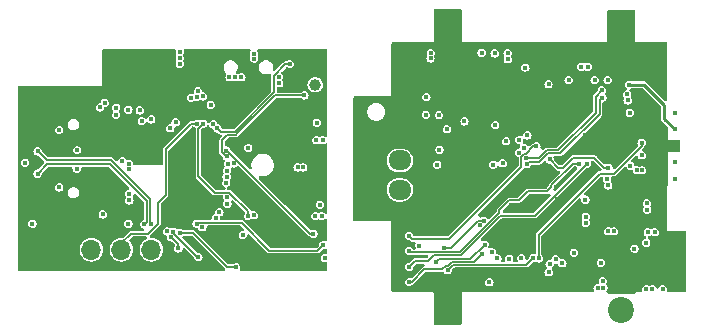
<source format=gbr>
%TF.GenerationSoftware,KiCad,Pcbnew,8.0.5*%
%TF.CreationDate,2025-02-13T02:53:00+01:00*%
%TF.ProjectId,cansatperso,63616e73-6174-4706-9572-736f2e6b6963,rev?*%
%TF.SameCoordinates,Original*%
%TF.FileFunction,Copper,L3,Inr*%
%TF.FilePolarity,Positive*%
%FSLAX46Y46*%
G04 Gerber Fmt 4.6, Leading zero omitted, Abs format (unit mm)*
G04 Created by KiCad (PCBNEW 8.0.5) date 2025-02-13 02:53:00*
%MOMM*%
%LPD*%
G01*
G04 APERTURE LIST*
G04 Aperture macros list*
%AMRoundRect*
0 Rectangle with rounded corners*
0 $1 Rounding radius*
0 $2 $3 $4 $5 $6 $7 $8 $9 X,Y pos of 4 corners*
0 Add a 4 corners polygon primitive as box body*
4,1,4,$2,$3,$4,$5,$6,$7,$8,$9,$2,$3,0*
0 Add four circle primitives for the rounded corners*
1,1,$1+$1,$2,$3*
1,1,$1+$1,$4,$5*
1,1,$1+$1,$6,$7*
1,1,$1+$1,$8,$9*
0 Add four rect primitives between the rounded corners*
20,1,$1+$1,$2,$3,$4,$5,0*
20,1,$1+$1,$4,$5,$6,$7,0*
20,1,$1+$1,$6,$7,$8,$9,0*
20,1,$1+$1,$8,$9,$2,$3,0*%
G04 Aperture macros list end*
%TA.AperFunction,ComponentPad*%
%ADD10C,1.000000*%
%TD*%
%TA.AperFunction,ComponentPad*%
%ADD11C,2.200000*%
%TD*%
%TA.AperFunction,ComponentPad*%
%ADD12RoundRect,0.250000X-0.725000X0.600000X-0.725000X-0.600000X0.725000X-0.600000X0.725000X0.600000X0*%
%TD*%
%TA.AperFunction,ComponentPad*%
%ADD13O,1.950000X1.700000*%
%TD*%
%TA.AperFunction,ComponentPad*%
%ADD14R,1.700000X1.700000*%
%TD*%
%TA.AperFunction,ComponentPad*%
%ADD15O,1.700000X1.700000*%
%TD*%
%TA.AperFunction,ComponentPad*%
%ADD16O,1.800000X1.000000*%
%TD*%
%TA.AperFunction,ComponentPad*%
%ADD17O,2.100000X1.000000*%
%TD*%
%TA.AperFunction,ViaPad*%
%ADD18C,0.400000*%
%TD*%
%TA.AperFunction,Conductor*%
%ADD19C,0.250000*%
%TD*%
%TA.AperFunction,Conductor*%
%ADD20C,0.150000*%
%TD*%
%TA.AperFunction,Conductor*%
%ADD21C,0.200000*%
%TD*%
G04 APERTURE END LIST*
D10*
%TO.N,GND*%
%TO.C,TP1*%
X165290000Y-74530000D03*
%TD*%
D11*
%TO.N,GND*%
%TO.C,H1*%
X176440000Y-95500000D03*
%TD*%
D12*
%TO.N,GND*%
%TO.C,J1*%
X172420000Y-80450000D03*
D13*
%TO.N,unconnected-(J1-Pin_2-Pad2)*%
X172420000Y-82950000D03*
%TO.N,VIN*%
X172420000Y-85450000D03*
%TD*%
D10*
%TO.N,BAT+*%
%TO.C,TP2*%
X165250000Y-76550000D03*
%TD*%
D11*
%TO.N,GND*%
%TO.C,H2*%
X191170000Y-95590000D03*
%TD*%
%TO.N,GND*%
%TO.C,H4*%
X191140000Y-71470000D03*
%TD*%
%TO.N,GND*%
%TO.C,H3*%
X176450000Y-71450000D03*
%TD*%
D14*
%TO.N,GND*%
%TO.C,J3*%
X143770000Y-90515000D03*
D15*
%TO.N,+3.3V*%
X146310000Y-90515000D03*
%TO.N,OLED_SCL*%
X148850000Y-90515000D03*
%TO.N,OLED_SDA*%
X151390000Y-90515000D03*
%TD*%
D16*
%TO.N,GND*%
%TO.C,J4*%
X141095000Y-87130000D03*
D17*
X145275000Y-87130000D03*
D16*
X141095000Y-78490000D03*
D17*
X145275000Y-78490000D03*
%TD*%
D18*
%TO.N,GND*%
X190070000Y-77100000D03*
X175430000Y-80550000D03*
X185140000Y-77380000D03*
X188140000Y-93790000D03*
X142010000Y-81170000D03*
X160740000Y-86350000D03*
X162230000Y-80510000D03*
X184730000Y-85210000D03*
X153660000Y-84100000D03*
X172020000Y-93430000D03*
X171990000Y-92250000D03*
X172040000Y-89180000D03*
X141180000Y-80280000D03*
X144630000Y-84990000D03*
X170070000Y-80860000D03*
X194780000Y-75070000D03*
X162990000Y-88570000D03*
X192860000Y-73320000D03*
X161120000Y-87030000D03*
X156190000Y-82980000D03*
X156200000Y-84070000D03*
X192250000Y-88020000D03*
X154975000Y-81590000D03*
X141930000Y-86100000D03*
X145040000Y-76960000D03*
X196400000Y-93870000D03*
X152820000Y-91930000D03*
X182160000Y-85940000D03*
X178270000Y-92510000D03*
X164630000Y-90100000D03*
X195420000Y-89400000D03*
X162040000Y-87440000D03*
X154630000Y-85660000D03*
X176720000Y-74800000D03*
X163220000Y-81520000D03*
X188060000Y-80840000D03*
X164560000Y-73880000D03*
X158450000Y-79700000D03*
X147830166Y-85660166D03*
X195910000Y-81690000D03*
X173830000Y-76800000D03*
X186860000Y-77390000D03*
X145550000Y-76960000D03*
X147740000Y-82470000D03*
X169990000Y-82430000D03*
X150010000Y-80820000D03*
X146570000Y-76960000D03*
X161590000Y-91240000D03*
X192520000Y-77840000D03*
X148100000Y-76960000D03*
X148380000Y-88610000D03*
X195310000Y-81420000D03*
X163080000Y-91890000D03*
X147590000Y-76960000D03*
X143000000Y-76960000D03*
X160280000Y-80080000D03*
X181190000Y-88140000D03*
X148610000Y-76960000D03*
X157910000Y-89880000D03*
X161060000Y-75970000D03*
X141350000Y-89120000D03*
X153270000Y-74310000D03*
X185500000Y-89530000D03*
X157930000Y-89220000D03*
X195290000Y-81980000D03*
X195500000Y-91260000D03*
X170000000Y-85670000D03*
X185310000Y-75010000D03*
X178270000Y-93060000D03*
X161570000Y-91930000D03*
X163310000Y-79290000D03*
X165990000Y-73820000D03*
X191840000Y-80450000D03*
X152650000Y-89990000D03*
X141980000Y-76960000D03*
X156200000Y-83510000D03*
X162320000Y-91920000D03*
X186600000Y-74990000D03*
X186610000Y-77940000D03*
X193090000Y-80070000D03*
X179510000Y-87540000D03*
X186810000Y-92670000D03*
X182750000Y-85180000D03*
X196230000Y-90710000D03*
X142420000Y-90710000D03*
X163260000Y-82530000D03*
X196240000Y-91320000D03*
X146060000Y-76960000D03*
X151160000Y-76960000D03*
X174150000Y-89130000D03*
X144660000Y-80610000D03*
X196250000Y-89330000D03*
X186380000Y-89540000D03*
X156920000Y-80860000D03*
X155730000Y-75730000D03*
X183870000Y-86560000D03*
X185770000Y-86240000D03*
X177950000Y-80400000D03*
X144020000Y-76960000D03*
X192510000Y-77075000D03*
X194690000Y-73340000D03*
X174290000Y-93820000D03*
X182730000Y-75760000D03*
X148950000Y-81920000D03*
X149120000Y-76960000D03*
X179230000Y-84430000D03*
X151670000Y-76960000D03*
X159040000Y-81100000D03*
X153270000Y-75270000D03*
X158490000Y-90670000D03*
X153270000Y-76370000D03*
X191820000Y-87500000D03*
X149630000Y-76960000D03*
X162810000Y-86290000D03*
X158980000Y-84200000D03*
X190030000Y-78010000D03*
X142530000Y-79050000D03*
X151920000Y-91940000D03*
X176870000Y-73300000D03*
X143510000Y-76960000D03*
X162590000Y-84570000D03*
X189230000Y-87920000D03*
X150160000Y-88200000D03*
X146690000Y-86900000D03*
X174340000Y-78550000D03*
X174710000Y-93030000D03*
X183840000Y-85180000D03*
X140920000Y-85150000D03*
X147660000Y-91890000D03*
X153270000Y-75860000D03*
X187970000Y-90257500D03*
X140590000Y-79650000D03*
X162120000Y-82560000D03*
X158950000Y-79220000D03*
X141910000Y-85200000D03*
X143700000Y-91990000D03*
X187680000Y-73220000D03*
X184670000Y-89530000D03*
X190520000Y-80280000D03*
X158130000Y-77820000D03*
X169990000Y-87150000D03*
X162040000Y-85260000D03*
X184020004Y-93800000D03*
X153270000Y-73840000D03*
X148900000Y-80740000D03*
X159880000Y-82560000D03*
X196260000Y-90010000D03*
X161190000Y-81660000D03*
X154910000Y-86580000D03*
X182700000Y-93770000D03*
X143760000Y-88920000D03*
X147610000Y-83730000D03*
X163940000Y-74790000D03*
X164040000Y-75630000D03*
X154980000Y-89970000D03*
X189380000Y-73200000D03*
X174340000Y-80170000D03*
X185010000Y-93780000D03*
X182750000Y-86610000D03*
X166020000Y-75460000D03*
X181370000Y-87230000D03*
X140700000Y-81170000D03*
X189740000Y-75000000D03*
X177790000Y-84460000D03*
X142410000Y-88090000D03*
X140960000Y-76960000D03*
X181450000Y-79430000D03*
X158970000Y-77290000D03*
X162140000Y-81560000D03*
X151720000Y-82800000D03*
X147080000Y-76960000D03*
X143210000Y-81200000D03*
X143550000Y-87740000D03*
X145080000Y-91980000D03*
X141470000Y-76960000D03*
X182260000Y-78635000D03*
X156530000Y-75980000D03*
X145280000Y-89320000D03*
X142490000Y-76960000D03*
X185670000Y-85170000D03*
X185740000Y-77990000D03*
X181825000Y-86735000D03*
X143250000Y-77940000D03*
X159460000Y-86320000D03*
X169990000Y-84030000D03*
X153270000Y-74800000D03*
X181000000Y-93770000D03*
X142410000Y-80220000D03*
X150650000Y-76960000D03*
X159000000Y-77810000D03*
X147610000Y-89440000D03*
X175340000Y-93810000D03*
X140450000Y-76960000D03*
X161240000Y-80060000D03*
X161180000Y-84630000D03*
X162010000Y-78220000D03*
X150140000Y-76960000D03*
X151100000Y-81520000D03*
X159500000Y-83150000D03*
X144030000Y-81490000D03*
X162260000Y-79290000D03*
X144530000Y-76960000D03*
X153070000Y-76920000D03*
X184300000Y-73230000D03*
X151150000Y-82410000D03*
X186010000Y-73210000D03*
X187650000Y-78890000D03*
X172180000Y-73260000D03*
X140900000Y-86120000D03*
X178890000Y-93060000D03*
X192600000Y-87500000D03*
X163210000Y-80470000D03*
%TO.N,+3.3V*%
X174080000Y-90160000D03*
X192500000Y-83785000D03*
X174630000Y-79100000D03*
X165280000Y-87660000D03*
X155250000Y-77590000D03*
X190080000Y-88950000D03*
X155325000Y-77080000D03*
X155760000Y-77540000D03*
X180500000Y-79960000D03*
X157150000Y-87340000D03*
X152720000Y-88960000D03*
X157890000Y-83220000D03*
X152982503Y-80229917D03*
X193340000Y-86580000D03*
X148400000Y-79110000D03*
X189950000Y-84530000D03*
X187800000Y-75020000D03*
X149520000Y-85790000D03*
X156830000Y-87830000D03*
X190540000Y-88950000D03*
X148410000Y-78490000D03*
X190070000Y-85070000D03*
X154745000Y-77655000D03*
X192930000Y-83785000D03*
X165800000Y-87660000D03*
X195710000Y-80320000D03*
X186180000Y-91660000D03*
X159125835Y-89272933D03*
X188320000Y-75010000D03*
X185110000Y-91730000D03*
X150581344Y-79625174D03*
X176410000Y-80320000D03*
X181118130Y-83193167D03*
X158380000Y-83210000D03*
X149520000Y-86340000D03*
X191836225Y-76543443D03*
X181420000Y-81330000D03*
X183050000Y-75090000D03*
X193360000Y-87119998D03*
X166073755Y-91215931D03*
X192914500Y-82522000D03*
X174670000Y-77590000D03*
X165660000Y-86700000D03*
X185020000Y-92422500D03*
X180320000Y-83320000D03*
%TO.N,NRST*%
X173200000Y-93250000D03*
X179380000Y-90850660D03*
%TO.N,SDDETECT*%
X192897500Y-81470000D03*
X184190000Y-91260000D03*
%TO.N,VIN*%
X182930000Y-81890000D03*
X175581212Y-83307499D03*
%TO.N,+5V*%
X189450000Y-91620000D03*
X193990000Y-89040000D03*
X193800000Y-93860000D03*
X193270000Y-93860000D03*
X181560000Y-74390000D03*
X193290000Y-89920000D03*
X180440000Y-73890000D03*
X179340000Y-73840000D03*
X193410000Y-89040000D03*
X181541494Y-73890340D03*
X175050000Y-73880000D03*
X175020000Y-74320000D03*
X195710000Y-78920000D03*
%TO.N,ADC1_IN3_VBAT*%
X175780000Y-82050000D03*
X179200000Y-88440000D03*
%TO.N,I2C3_SDA_ACCEL*%
X185110000Y-82870000D03*
X195710000Y-83120000D03*
X190085990Y-83570661D03*
%TO.N,I2C3_SCL_ACCEL*%
X188130000Y-86280000D03*
X191937000Y-83410000D03*
X195710000Y-84520000D03*
%TO.N,3.3VEN*%
X189655249Y-93721215D03*
X189160000Y-93790000D03*
X191900000Y-78910000D03*
X189610000Y-93200000D03*
%TO.N,SPI1_CS_SD*%
X182700000Y-91230000D03*
X190010000Y-76155000D03*
%TO.N,SPI1_MISO_SD*%
X180690000Y-91260000D03*
X185009998Y-76500000D03*
%TO.N,SPI1_SCK_SD*%
X180225170Y-90704168D03*
X186710000Y-76155000D03*
%TO.N,SPI1_MOSI_SD*%
X188910000Y-76155000D03*
X181690000Y-91280000D03*
%TO.N,USART1_RX_GPS*%
X189520000Y-77030000D03*
X183132230Y-82772331D03*
%TO.N,USART1_TX_GPS*%
X183185000Y-83269541D03*
X189580000Y-77630000D03*
%TO.N,LPUART1_RX_RADIO*%
X185620000Y-91330000D03*
X191670000Y-77370000D03*
%TO.N,LPUART1_TX_RADIO*%
X187160000Y-90760000D03*
X191709998Y-77868400D03*
%TO.N,SWO*%
X153804834Y-89104834D03*
X183979670Y-81772588D03*
X173200000Y-89320000D03*
X158560000Y-91980000D03*
%TO.N,SWDIO*%
X153680000Y-90410000D03*
X188230000Y-83220000D03*
X153080000Y-89460000D03*
X173216256Y-91960000D03*
%TO.N,I2C1_SCL*%
X175730000Y-79127500D03*
X183220000Y-80840000D03*
%TO.N,SWCLK{slash}I2C1_SDA*%
X173200000Y-90610000D03*
X187585000Y-83220000D03*
%TO.N,TIM3_CHI_PWM4*%
X192290000Y-90420000D03*
X188170000Y-87710000D03*
%TO.N,PWEN*%
X188160000Y-88240000D03*
X194690000Y-93860000D03*
%TO.N,I2C1_SDA*%
X182510000Y-81220000D03*
X177897500Y-79650000D03*
%TO.N,BAROEXTI*%
X149475917Y-83724486D03*
%TO.N,GPIO_EXTI1*%
X176480000Y-92252500D03*
X183690431Y-91239185D03*
%TO.N,EXTI3{slash}PWMONTIM4*%
X175470000Y-91570000D03*
X179596371Y-90083297D03*
%TO.N,EXTI0*%
X176160000Y-90330000D03*
X179542862Y-88065000D03*
%TO.N,unconnected-(U1-PB8-Pad46)*%
X180000000Y-93270000D03*
X182528901Y-82315000D03*
%TO.N,Net-(BT1-+)*%
X165390000Y-79750000D03*
%TO.N,GNDGPS*%
X164240000Y-83540000D03*
X165350000Y-81240000D03*
X165880000Y-81240000D03*
X163770000Y-83540000D03*
%TO.N,vusb*%
X160080000Y-74330000D03*
X147425000Y-78085000D03*
X147040000Y-78470000D03*
X140690000Y-83150000D03*
X160060000Y-73910000D03*
%TO.N,B2*%
X157820000Y-86620000D03*
%TO.N,B1*%
X157830000Y-86050000D03*
%TO.N,Net-(U1-NRST)*%
X157800001Y-83812785D03*
X159590000Y-81900000D03*
%TO.N,SPI_MOSi*%
X155210000Y-88300000D03*
X165940000Y-90110000D03*
%TO.N,SPI_SCK*%
X157728198Y-82118683D03*
X165100000Y-89150000D03*
%TO.N,SPI_MISO*%
X155770000Y-79860000D03*
X159580000Y-87670000D03*
%TO.N,SPI_CS*%
X155705000Y-88615000D03*
X160074977Y-87599289D03*
%TO.N,COMPASSDA*%
X157760000Y-84327327D03*
X149440000Y-78670000D03*
%TO.N,COMPASSCL*%
X157713996Y-84873334D03*
X150399749Y-78715042D03*
%TO.N,USART_RX*%
X149440000Y-88310000D03*
X151380000Y-79480760D03*
%TO.N,USART_TX*%
X153436013Y-79731151D03*
%TO.N,OLED_SCL*%
X155254834Y-79844834D03*
%TO.N,Net-(J4-CC2)*%
X143580000Y-80380000D03*
%TO.N,Net-(J4-D--PadA7)*%
X145070000Y-83650000D03*
%TO.N,Net-(J4-D+-PadA6)*%
X145100000Y-82080000D03*
%TO.N,Net-(J4-CC1)*%
X143590000Y-85240000D03*
%TO.N,Net-(PA1010D1-RX)*%
X156410000Y-78250000D03*
%TO.N,Net-(PA1010D1-TX)*%
X156614694Y-79898205D03*
%TO.N,ALIMGPS*%
X157774584Y-82616529D03*
X164350000Y-77450000D03*
%TO.N,Net-(U1-PA4)*%
X156970000Y-80250000D03*
X163120000Y-74797502D03*
%TO.N,BAT+*%
X162200000Y-75870000D03*
X162210000Y-76420000D03*
%TO.N,SWCLK*%
X155370000Y-91140000D03*
X153257998Y-88992754D03*
%TO.N,D+*%
X141745000Y-82170000D03*
X151393046Y-88353046D03*
%TO.N,D-*%
X150780000Y-88350000D03*
X141745000Y-84070000D03*
%TO.N,Net-(U1-PB0)*%
X141320000Y-88300000D03*
X148941416Y-83031084D03*
%TO.N,Net-(U1-PB1)*%
X147270000Y-87530000D03*
X149475336Y-83224484D03*
%TO.N,Net-(IC3-EN)*%
X158000000Y-75910000D03*
X158457500Y-75912500D03*
X153769587Y-74289609D03*
X153790000Y-73790000D03*
X153770000Y-74770000D03*
X159012500Y-75912500D03*
%TD*%
D19*
%TO.N,+3.3V*%
X193083443Y-76543443D02*
X194830000Y-78290000D01*
X191836225Y-76543443D02*
X193083443Y-76543443D01*
X194830000Y-78290000D02*
X194830000Y-79440000D01*
X194830000Y-79440000D02*
X195710000Y-80320000D01*
D20*
%TO.N,NRST*%
X178690660Y-91540000D02*
X179380000Y-90850660D01*
X176032169Y-92170000D02*
X176324669Y-91877500D01*
X173200000Y-93250000D02*
X173420000Y-93250000D01*
X174500000Y-92170000D02*
X176032169Y-92170000D01*
X176501446Y-91877500D02*
X176838946Y-91540000D01*
X176838946Y-91540000D02*
X178690660Y-91540000D01*
X176324669Y-91877500D02*
X176501446Y-91877500D01*
X173420000Y-93250000D02*
X174500000Y-92170000D01*
%TO.N,SDDETECT*%
X184190000Y-89230000D02*
X184190000Y-91260000D01*
X189340000Y-84080000D02*
X184190000Y-89230000D01*
X192897500Y-81722831D02*
X190540331Y-84080000D01*
X192897500Y-81470000D02*
X192897500Y-81722831D01*
X190540331Y-84080000D02*
X189340000Y-84080000D01*
D19*
%TO.N,VIN*%
X182930000Y-81890000D02*
X182950430Y-81869570D01*
D20*
%TO.N,I2C3_SDA_ACCEL*%
X185835000Y-83595000D02*
X185110000Y-82870000D01*
X190085990Y-83570661D02*
X189710330Y-83570661D01*
X187070000Y-82750000D02*
X186225000Y-83595000D01*
X188889669Y-82750000D02*
X187070000Y-82750000D01*
X186225000Y-83595000D02*
X185835000Y-83595000D01*
X189710330Y-83570661D02*
X188889669Y-82750000D01*
%TO.N,USART1_RX_GPS*%
X184174115Y-82772331D02*
X183132230Y-82772331D01*
X189520000Y-77030000D02*
X188990000Y-77560000D01*
X188990000Y-78910331D02*
X185805331Y-82095000D01*
X185805331Y-82095000D02*
X184851446Y-82095000D01*
X188990000Y-77560000D02*
X188990000Y-78910331D01*
X184851446Y-82095000D02*
X184174115Y-82772331D01*
%TO.N,USART1_TX_GPS*%
X189340000Y-77870000D02*
X189340000Y-79029669D01*
X189580000Y-77630000D02*
X189340000Y-77870000D01*
X186024669Y-82345000D02*
X184955000Y-82345000D01*
X184210000Y-83090000D02*
X183364541Y-83090000D01*
X183364541Y-83090000D02*
X183185000Y-83269541D01*
X184955000Y-82345000D02*
X184210000Y-83090000D01*
X189340000Y-79029669D02*
X186024669Y-82345000D01*
%TO.N,SWO*%
X157800331Y-91980000D02*
X158560000Y-91980000D01*
X173200000Y-89320000D02*
X173490000Y-89610000D01*
X153804834Y-89104834D02*
X154925165Y-89104834D01*
X182976899Y-82397331D02*
X183082669Y-82397331D01*
X176624872Y-89610000D02*
X182720000Y-83514872D01*
X182720000Y-83514872D02*
X182720000Y-82654230D01*
X154925165Y-89104834D02*
X157800331Y-91980000D01*
X183082669Y-82397331D02*
X183707412Y-81772588D01*
X173490000Y-89610000D02*
X176624872Y-89610000D01*
X182720000Y-82654230D02*
X182976899Y-82397331D01*
X183707412Y-81772588D02*
X183979670Y-81772588D01*
%TO.N,SWDIO*%
X177579669Y-90980331D02*
X180940000Y-87620000D01*
X153680000Y-90410000D02*
X153680000Y-90060000D01*
X180940000Y-87620000D02*
X183830000Y-87620000D01*
X173216256Y-91960000D02*
X173696256Y-91480000D01*
X153680000Y-90060000D02*
X153080000Y-89460000D01*
X183830000Y-87620000D02*
X188230000Y-83220000D01*
X173696256Y-91480000D02*
X174810000Y-91480000D01*
X174810000Y-91480000D02*
X175309669Y-90980331D01*
X175309669Y-90980331D02*
X177579669Y-90980331D01*
%TO.N,SWCLK{slash}I2C1_SDA*%
X185250000Y-85059669D02*
X187089669Y-83220000D01*
X183244669Y-85585000D02*
X184885331Y-85585000D01*
X185250000Y-85220331D02*
X185250000Y-85059669D01*
X177476115Y-90730331D02*
X180836446Y-87370000D01*
X182484669Y-86345000D02*
X183244669Y-85585000D01*
X173200000Y-90610000D02*
X173320331Y-90730331D01*
X173320331Y-90730331D02*
X177476115Y-90730331D01*
X180836446Y-87370000D02*
X180836446Y-87193223D01*
X184885331Y-85585000D02*
X185250000Y-85220331D01*
X187089669Y-83220000D02*
X187585000Y-83220000D01*
X180836446Y-87193223D02*
X181684669Y-86345000D01*
X181684669Y-86345000D02*
X182484669Y-86345000D01*
%TO.N,GPIO_EXTI1*%
X176942500Y-91790000D02*
X183139616Y-91790000D01*
X183139616Y-91790000D02*
X183690431Y-91239185D01*
X176480000Y-92252500D02*
X176942500Y-91790000D01*
%TO.N,EXTI3{slash}PWMONTIM4*%
X175750000Y-91290000D02*
X175470000Y-91570000D01*
X179596371Y-90083297D02*
X178389668Y-91290000D01*
X178389668Y-91290000D02*
X175750000Y-91290000D01*
%TO.N,EXTI0*%
X176160000Y-90330000D02*
X176779669Y-90330000D01*
X178329669Y-88780000D02*
X178330000Y-88780000D01*
X176779669Y-90330000D02*
X178329669Y-88780000D01*
X178330000Y-88780000D02*
X179045000Y-88065000D01*
X179045000Y-88065000D02*
X179542862Y-88065000D01*
%TO.N,SPI_MOSi*%
X155270000Y-88240000D02*
X159020000Y-88240000D01*
X155210000Y-88300000D02*
X155270000Y-88240000D01*
X159020000Y-88240000D02*
X161384934Y-90604934D01*
X161384934Y-90604934D02*
X165445066Y-90604934D01*
X165445066Y-90604934D02*
X165940000Y-90110000D01*
%TO.N,SPI_SCK*%
X165100000Y-89150000D02*
X164850331Y-89150000D01*
X164850331Y-89150000D02*
X157819014Y-82118683D01*
X157819014Y-82118683D02*
X157728198Y-82118683D01*
%TO.N,SPI_MISO*%
X159580000Y-87269669D02*
X159580000Y-87670000D01*
X155350000Y-80280000D02*
X155350000Y-84290000D01*
X157985331Y-85675000D02*
X159580000Y-87269669D01*
X155350000Y-84290000D02*
X156735000Y-85675000D01*
X156735000Y-85675000D02*
X157985331Y-85675000D01*
X155770000Y-79860000D02*
X155350000Y-80280000D01*
%TO.N,OLED_SCL*%
X151940000Y-86530000D02*
X151940000Y-88336423D01*
X148850000Y-89980000D02*
X148850000Y-90515000D01*
X152595000Y-85875000D02*
X151940000Y-86530000D01*
X149680000Y-89150000D02*
X148850000Y-89980000D01*
X154745166Y-79844834D02*
X152595000Y-81995000D01*
X155254834Y-79844834D02*
X154745166Y-79844834D01*
X151126423Y-89150000D02*
X149680000Y-89150000D01*
X152595000Y-81995000D02*
X152595000Y-85875000D01*
X151940000Y-88336423D02*
X151126423Y-89150000D01*
%TO.N,ALIMGPS*%
X161860000Y-77450000D02*
X164350000Y-77450000D01*
X157774584Y-82616529D02*
X157695713Y-82616529D01*
X158676446Y-80633553D02*
X161860000Y-77450000D01*
X157353198Y-81246802D02*
X157820000Y-80780000D01*
X158530000Y-80780000D02*
X158676446Y-80633553D01*
X157820000Y-80780000D02*
X158530000Y-80780000D01*
X157353198Y-82274014D02*
X157353198Y-81246802D01*
X157695713Y-82616529D02*
X157353198Y-82274014D01*
%TO.N,Net-(U1-PA4)*%
X161760000Y-75779669D02*
X161760000Y-77196446D01*
X157250000Y-80530000D02*
X156970000Y-80250000D01*
X161760000Y-77196446D02*
X158426446Y-80530000D01*
X158426446Y-80530000D02*
X157250000Y-80530000D01*
X162742167Y-74797502D02*
X161760000Y-75779669D01*
X163120000Y-74797502D02*
X162742167Y-74797502D01*
%TO.N,SWCLK*%
X153257998Y-88992754D02*
X153257998Y-89107667D01*
X153257998Y-89107667D02*
X155290331Y-91140000D01*
X155290331Y-91140000D02*
X155370000Y-91140000D01*
D21*
%TO.N,D+*%
X142525000Y-82950000D02*
X141745000Y-82170000D01*
X151300000Y-88260000D02*
X151300000Y-86260000D01*
X147990000Y-82950000D02*
X142525000Y-82950000D01*
X151300000Y-86260000D02*
X147990000Y-82950000D01*
X151393046Y-88353046D02*
X151300000Y-88260000D01*
%TO.N,D-*%
X147865736Y-83250000D02*
X142565000Y-83250000D01*
X151000000Y-88130000D02*
X151000000Y-86384264D01*
X151000000Y-86384264D02*
X147865736Y-83250000D01*
X142565000Y-83250000D02*
X141745000Y-84070000D01*
X150780000Y-88350000D02*
X151000000Y-88130000D01*
%TD*%
%TA.AperFunction,Conductor*%
%TO.N,GND*%
G36*
X153404052Y-73530185D02*
G01*
X153449807Y-73582989D01*
X153459751Y-73652147D01*
X153454943Y-73672823D01*
X153452498Y-73680346D01*
X153435131Y-73789997D01*
X153435131Y-73790002D01*
X153452498Y-73899658D01*
X153485016Y-73963478D01*
X153497912Y-74032147D01*
X153485017Y-74076065D01*
X153432085Y-74179951D01*
X153414718Y-74289606D01*
X153414718Y-74289611D01*
X153432085Y-74399267D01*
X153470120Y-74473915D01*
X153483016Y-74542584D01*
X153470121Y-74586502D01*
X153432498Y-74660342D01*
X153415131Y-74769997D01*
X153415131Y-74770002D01*
X153432498Y-74879658D01*
X153482904Y-74978585D01*
X153482909Y-74978592D01*
X153561407Y-75057090D01*
X153561410Y-75057092D01*
X153561413Y-75057095D01*
X153648856Y-75101649D01*
X153660341Y-75107501D01*
X153769998Y-75124869D01*
X153770000Y-75124869D01*
X153770002Y-75124869D01*
X153879658Y-75107501D01*
X153879659Y-75107500D01*
X153879661Y-75107500D01*
X153978587Y-75057095D01*
X154052239Y-74983443D01*
X157494500Y-74983443D01*
X157494500Y-75141557D01*
X157526142Y-75259644D01*
X157535423Y-75294283D01*
X157535426Y-75294290D01*
X157614475Y-75431209D01*
X157614481Y-75431217D01*
X157711109Y-75527845D01*
X157744594Y-75589168D01*
X157739610Y-75658860D01*
X157717756Y-75692868D01*
X157718644Y-75693514D01*
X157712904Y-75701414D01*
X157662498Y-75800341D01*
X157645131Y-75909997D01*
X157645131Y-75910002D01*
X157662498Y-76019658D01*
X157712904Y-76118585D01*
X157712909Y-76118592D01*
X157791407Y-76197090D01*
X157791410Y-76197092D01*
X157791413Y-76197095D01*
X157886365Y-76245475D01*
X157890341Y-76247501D01*
X157999998Y-76264869D01*
X158000000Y-76264869D01*
X158000002Y-76264869D01*
X158109656Y-76247501D01*
X158109656Y-76247500D01*
X158109661Y-76247500D01*
X158170005Y-76216753D01*
X158238670Y-76203858D01*
X158282589Y-76216753D01*
X158342934Y-76247501D01*
X158347841Y-76250001D01*
X158457498Y-76267369D01*
X158457500Y-76267369D01*
X158457502Y-76267369D01*
X158567158Y-76250001D01*
X158567159Y-76250000D01*
X158567161Y-76250000D01*
X158666087Y-76199595D01*
X158666087Y-76199594D01*
X158674783Y-76195164D01*
X158675989Y-76197531D01*
X158727905Y-76179001D01*
X158795961Y-76194818D01*
X158801408Y-76198318D01*
X158803911Y-76199593D01*
X158803913Y-76199595D01*
X158902839Y-76250000D01*
X158902841Y-76250001D01*
X159012498Y-76267369D01*
X159012500Y-76267369D01*
X159012502Y-76267369D01*
X159122158Y-76250001D01*
X159122159Y-76250000D01*
X159122161Y-76250000D01*
X159221087Y-76199595D01*
X159299595Y-76121087D01*
X159350000Y-76022161D01*
X159350000Y-76022159D01*
X159350001Y-76022158D01*
X159367369Y-75912502D01*
X159367369Y-75912497D01*
X159350001Y-75802841D01*
X159328345Y-75760339D01*
X159299595Y-75703913D01*
X159299592Y-75703910D01*
X159299590Y-75703907D01*
X159221092Y-75625409D01*
X159221088Y-75625406D01*
X159221087Y-75625405D01*
X159201025Y-75615183D01*
X159122158Y-75574998D01*
X159012502Y-75557631D01*
X159012498Y-75557631D01*
X158902841Y-75574998D01*
X158823975Y-75615183D01*
X158810453Y-75622073D01*
X158795217Y-75629836D01*
X158794011Y-75627470D01*
X158742074Y-75645999D01*
X158674021Y-75630171D01*
X158668586Y-75626678D01*
X158625901Y-75604929D01*
X158575106Y-75556955D01*
X158558311Y-75489134D01*
X158574810Y-75432445D01*
X158575524Y-75431209D01*
X158654577Y-75294284D01*
X158695500Y-75141557D01*
X158695500Y-74983443D01*
X158654577Y-74830716D01*
X158619521Y-74769997D01*
X158575524Y-74693790D01*
X158575518Y-74693782D01*
X158463717Y-74581981D01*
X158463709Y-74581975D01*
X158326790Y-74502926D01*
X158326786Y-74502924D01*
X158326784Y-74502923D01*
X158174057Y-74462000D01*
X158015943Y-74462000D01*
X157863216Y-74502923D01*
X157863209Y-74502926D01*
X157726290Y-74581975D01*
X157726282Y-74581981D01*
X157614481Y-74693782D01*
X157614475Y-74693790D01*
X157535426Y-74830709D01*
X157535423Y-74830716D01*
X157494500Y-74983443D01*
X154052239Y-74983443D01*
X154057095Y-74978587D01*
X154107500Y-74879661D01*
X154107500Y-74879659D01*
X154107501Y-74879658D01*
X154124869Y-74770002D01*
X154124869Y-74769997D01*
X154107501Y-74660341D01*
X154069466Y-74585693D01*
X154056570Y-74517024D01*
X154069464Y-74473108D01*
X154107087Y-74399270D01*
X154107088Y-74399265D01*
X154124456Y-74289611D01*
X154124456Y-74289606D01*
X154107088Y-74179952D01*
X154107087Y-74179950D01*
X154107087Y-74179948D01*
X154074569Y-74116128D01*
X154061674Y-74047461D01*
X154074570Y-74003541D01*
X154077093Y-73998588D01*
X154077095Y-73998587D01*
X154127500Y-73899661D01*
X154143231Y-73800341D01*
X154144869Y-73790002D01*
X154144869Y-73789997D01*
X154130734Y-73700762D01*
X154127500Y-73680339D01*
X154127496Y-73680332D01*
X154125057Y-73672823D01*
X154123060Y-73602981D01*
X154159138Y-73543147D01*
X154221838Y-73512317D01*
X154242987Y-73510500D01*
X159668248Y-73510500D01*
X159735287Y-73530185D01*
X159781042Y-73582989D01*
X159790986Y-73652147D01*
X159775003Y-73691528D01*
X159777336Y-73692717D01*
X159722498Y-73800341D01*
X159705131Y-73909997D01*
X159705131Y-73910002D01*
X159722498Y-74019658D01*
X159754942Y-74083332D01*
X159767838Y-74152001D01*
X159754942Y-74195920D01*
X159742498Y-74220341D01*
X159725131Y-74329997D01*
X159725131Y-74330002D01*
X159742498Y-74439658D01*
X159792904Y-74538585D01*
X159792909Y-74538592D01*
X159871407Y-74617090D01*
X159871410Y-74617092D01*
X159871413Y-74617095D01*
X159956285Y-74660339D01*
X159970341Y-74667501D01*
X160079998Y-74684869D01*
X160080000Y-74684869D01*
X160080002Y-74684869D01*
X160189658Y-74667501D01*
X160189659Y-74667500D01*
X160189661Y-74667500D01*
X160288587Y-74617095D01*
X160367095Y-74538587D01*
X160417500Y-74439661D01*
X160417500Y-74439659D01*
X160417501Y-74439658D01*
X160434869Y-74330002D01*
X160434869Y-74329997D01*
X160417501Y-74220343D01*
X160417500Y-74220341D01*
X160417500Y-74220339D01*
X160385056Y-74156664D01*
X160372161Y-74087999D01*
X160385056Y-74044081D01*
X160397500Y-74019661D01*
X160414869Y-73910000D01*
X160414869Y-73909997D01*
X160397501Y-73800341D01*
X160392232Y-73790000D01*
X160347095Y-73701413D01*
X160347094Y-73701412D01*
X160342664Y-73692717D01*
X160345655Y-73691192D01*
X160327954Y-73641573D01*
X160343782Y-73573520D01*
X160393891Y-73524828D01*
X160451752Y-73510500D01*
X166165500Y-73510500D01*
X166232539Y-73530185D01*
X166278294Y-73582989D01*
X166289500Y-73634500D01*
X166289500Y-80855512D01*
X166269815Y-80922551D01*
X166217011Y-80968306D01*
X166147853Y-80978250D01*
X166092623Y-80955836D01*
X166088591Y-80952907D01*
X165989658Y-80902498D01*
X165880002Y-80885131D01*
X165879998Y-80885131D01*
X165770341Y-80902498D01*
X165671294Y-80952965D01*
X165602624Y-80965861D01*
X165558706Y-80952965D01*
X165459658Y-80902498D01*
X165350002Y-80885131D01*
X165349998Y-80885131D01*
X165240341Y-80902498D01*
X165141414Y-80952904D01*
X165141407Y-80952909D01*
X165062909Y-81031407D01*
X165062904Y-81031414D01*
X165012498Y-81130341D01*
X164995131Y-81239997D01*
X164995131Y-81240002D01*
X165012498Y-81349658D01*
X165062904Y-81448585D01*
X165062909Y-81448592D01*
X165141407Y-81527090D01*
X165141410Y-81527092D01*
X165141413Y-81527095D01*
X165210896Y-81562498D01*
X165240341Y-81577501D01*
X165349998Y-81594869D01*
X165350000Y-81594869D01*
X165350002Y-81594869D01*
X165459656Y-81577501D01*
X165459656Y-81577500D01*
X165459661Y-81577500D01*
X165558587Y-81527095D01*
X165558588Y-81527093D01*
X165558705Y-81527034D01*
X165627375Y-81514138D01*
X165671295Y-81527034D01*
X165671411Y-81527093D01*
X165671413Y-81527095D01*
X165770339Y-81577500D01*
X165770341Y-81577500D01*
X165770343Y-81577501D01*
X165879998Y-81594869D01*
X165880000Y-81594869D01*
X165880002Y-81594869D01*
X165989658Y-81577501D01*
X165989659Y-81577500D01*
X165989661Y-81577500D01*
X166088587Y-81527095D01*
X166088587Y-81527094D01*
X166088590Y-81527093D01*
X166092618Y-81524167D01*
X166158425Y-81500689D01*
X166226478Y-81516516D01*
X166275171Y-81566624D01*
X166289500Y-81624487D01*
X166289500Y-87354455D01*
X166269815Y-87421494D01*
X166217011Y-87467249D01*
X166147853Y-87477193D01*
X166084297Y-87448168D01*
X166077819Y-87442136D01*
X166008592Y-87372909D01*
X166008588Y-87372906D01*
X166008587Y-87372905D01*
X166003706Y-87370418D01*
X165909658Y-87322498D01*
X165800002Y-87305131D01*
X165799998Y-87305131D01*
X165690341Y-87322498D01*
X165596294Y-87370418D01*
X165527625Y-87383314D01*
X165483706Y-87370418D01*
X165389658Y-87322498D01*
X165280002Y-87305131D01*
X165279998Y-87305131D01*
X165170341Y-87322498D01*
X165071414Y-87372904D01*
X165071407Y-87372909D01*
X164992909Y-87451407D01*
X164992904Y-87451414D01*
X164942498Y-87550341D01*
X164925131Y-87659997D01*
X164925131Y-87660002D01*
X164942498Y-87769658D01*
X164992904Y-87868585D01*
X164992909Y-87868592D01*
X165071407Y-87947090D01*
X165071410Y-87947092D01*
X165071413Y-87947095D01*
X165163170Y-87993847D01*
X165170341Y-87997501D01*
X165279998Y-88014869D01*
X165280000Y-88014869D01*
X165280002Y-88014869D01*
X165389656Y-87997501D01*
X165389656Y-87997500D01*
X165389661Y-87997500D01*
X165483709Y-87949580D01*
X165552374Y-87936685D01*
X165596288Y-87949578D01*
X165690339Y-87997500D01*
X165690341Y-87997500D01*
X165690343Y-87997501D01*
X165799998Y-88014869D01*
X165800000Y-88014869D01*
X165800002Y-88014869D01*
X165909658Y-87997501D01*
X165909659Y-87997500D01*
X165909661Y-87997500D01*
X166008587Y-87947095D01*
X166041472Y-87914210D01*
X166077819Y-87877864D01*
X166139142Y-87844379D01*
X166208834Y-87849363D01*
X166264767Y-87891235D01*
X166289184Y-87956699D01*
X166289500Y-87965545D01*
X166289500Y-89692354D01*
X166269815Y-89759393D01*
X166217011Y-89805148D01*
X166147853Y-89815092D01*
X166109206Y-89802839D01*
X166049658Y-89772498D01*
X165940002Y-89755131D01*
X165939998Y-89755131D01*
X165830341Y-89772498D01*
X165731414Y-89822904D01*
X165731407Y-89822909D01*
X165652909Y-89901407D01*
X165652904Y-89901414D01*
X165602498Y-90000341D01*
X165584665Y-90112937D01*
X165554735Y-90176072D01*
X165549874Y-90181220D01*
X165387978Y-90343116D01*
X165326658Y-90376600D01*
X165300299Y-90379434D01*
X161529701Y-90379434D01*
X161462662Y-90359749D01*
X161442020Y-90343115D01*
X159281931Y-88183026D01*
X159248446Y-88121703D01*
X159253430Y-88052011D01*
X159295302Y-87996078D01*
X159360766Y-87971661D01*
X159425904Y-87984859D01*
X159470339Y-88007500D01*
X159470341Y-88007500D01*
X159470343Y-88007501D01*
X159579998Y-88024869D01*
X159580000Y-88024869D01*
X159580002Y-88024869D01*
X159689658Y-88007501D01*
X159689659Y-88007500D01*
X159689661Y-88007500D01*
X159788587Y-87957095D01*
X159797987Y-87947694D01*
X159859307Y-87914210D01*
X159928999Y-87919192D01*
X159941963Y-87924890D01*
X159965318Y-87936790D01*
X160074975Y-87954158D01*
X160074977Y-87954158D01*
X160074979Y-87954158D01*
X160184635Y-87936790D01*
X160184636Y-87936789D01*
X160184638Y-87936789D01*
X160283564Y-87886384D01*
X160362072Y-87807876D01*
X160412477Y-87708950D01*
X160412477Y-87708948D01*
X160412478Y-87708947D01*
X160429846Y-87599291D01*
X160429846Y-87599286D01*
X160412478Y-87489630D01*
X160398100Y-87461411D01*
X160362072Y-87390702D01*
X160362069Y-87390699D01*
X160362067Y-87390696D01*
X160283569Y-87312198D01*
X160283565Y-87312195D01*
X160283564Y-87312194D01*
X160247646Y-87293893D01*
X160184635Y-87261787D01*
X160074979Y-87244420D01*
X160074975Y-87244420D01*
X159965317Y-87261788D01*
X159956040Y-87264803D01*
X159955630Y-87263543D01*
X159896840Y-87274580D01*
X159832102Y-87248298D01*
X159794664Y-87198653D01*
X159792114Y-87192498D01*
X159771170Y-87141934D01*
X159771170Y-87141933D01*
X159707736Y-87078499D01*
X159700671Y-87071434D01*
X159700664Y-87071428D01*
X158193941Y-85564705D01*
X158176501Y-85547264D01*
X158113067Y-85483830D01*
X158113066Y-85483829D01*
X158088788Y-85473772D01*
X158088788Y-85473771D01*
X158030189Y-85449500D01*
X158030187Y-85449499D01*
X158030186Y-85449499D01*
X157940476Y-85449499D01*
X157926042Y-85449499D01*
X157926034Y-85449500D01*
X157871745Y-85449500D01*
X157804706Y-85429815D01*
X157758951Y-85377011D01*
X157749007Y-85307853D01*
X157778032Y-85244297D01*
X157815450Y-85215015D01*
X157823654Y-85210834D01*
X157823657Y-85210834D01*
X157922583Y-85160429D01*
X158001091Y-85081921D01*
X158051496Y-84982995D01*
X158051496Y-84982993D01*
X158051497Y-84982992D01*
X158068865Y-84873336D01*
X158068865Y-84873331D01*
X158051497Y-84763675D01*
X158014033Y-84690147D01*
X158001137Y-84621478D01*
X158027414Y-84556738D01*
X158036830Y-84546178D01*
X158047095Y-84535914D01*
X158097500Y-84436988D01*
X158097500Y-84436986D01*
X158097501Y-84436985D01*
X158114869Y-84327329D01*
X158114869Y-84327324D01*
X158097501Y-84217670D01*
X158097500Y-84217668D01*
X158097500Y-84217666D01*
X158068630Y-84161005D01*
X158055735Y-84092340D01*
X158082011Y-84027599D01*
X158085031Y-84024213D01*
X158087090Y-84021377D01*
X158087096Y-84021372D01*
X158137501Y-83922446D01*
X158137501Y-83922444D01*
X158137502Y-83922443D01*
X158154870Y-83812787D01*
X158154870Y-83812782D01*
X158135975Y-83693485D01*
X158139048Y-83692998D01*
X158137520Y-83639478D01*
X158173602Y-83579646D01*
X158236303Y-83548819D01*
X158276842Y-83548530D01*
X158354127Y-83560771D01*
X158379999Y-83564869D01*
X158380000Y-83564869D01*
X158380002Y-83564869D01*
X158489658Y-83547501D01*
X158489659Y-83547500D01*
X158489661Y-83547500D01*
X158588587Y-83497095D01*
X158645874Y-83439807D01*
X158707195Y-83406324D01*
X158776887Y-83411308D01*
X158821235Y-83439809D01*
X164652090Y-89270664D01*
X164652093Y-89270668D01*
X164659161Y-89277736D01*
X164722595Y-89341170D01*
X164734584Y-89346136D01*
X164734588Y-89346139D01*
X164734589Y-89346138D01*
X164816760Y-89380175D01*
X164815623Y-89382919D01*
X164860869Y-89406579D01*
X164862462Y-89408144D01*
X164891408Y-89437091D01*
X164891411Y-89437093D01*
X164891413Y-89437095D01*
X164936367Y-89460000D01*
X164990341Y-89487501D01*
X165099998Y-89504869D01*
X165100000Y-89504869D01*
X165100002Y-89504869D01*
X165209658Y-89487501D01*
X165209659Y-89487500D01*
X165209661Y-89487500D01*
X165308587Y-89437095D01*
X165387095Y-89358587D01*
X165437500Y-89259661D01*
X165437500Y-89259659D01*
X165437501Y-89259658D01*
X165454869Y-89150002D01*
X165454869Y-89149997D01*
X165437501Y-89040341D01*
X165414163Y-88994537D01*
X165387095Y-88941413D01*
X165387092Y-88941410D01*
X165387090Y-88941407D01*
X165308592Y-88862909D01*
X165308588Y-88862906D01*
X165308587Y-88862905D01*
X165283925Y-88850339D01*
X165209658Y-88812498D01*
X165100002Y-88795131D01*
X165099998Y-88795131D01*
X164990342Y-88812498D01*
X164965538Y-88825136D01*
X164896868Y-88838030D01*
X164832129Y-88811751D01*
X164821566Y-88802330D01*
X162719233Y-86699997D01*
X165305131Y-86699997D01*
X165305131Y-86700002D01*
X165322498Y-86809658D01*
X165372904Y-86908585D01*
X165372909Y-86908592D01*
X165451407Y-86987090D01*
X165451410Y-86987092D01*
X165451413Y-86987095D01*
X165550339Y-87037500D01*
X165550341Y-87037501D01*
X165659998Y-87054869D01*
X165660000Y-87054869D01*
X165660002Y-87054869D01*
X165769658Y-87037501D01*
X165769659Y-87037500D01*
X165769661Y-87037500D01*
X165868587Y-86987095D01*
X165947095Y-86908587D01*
X165997500Y-86809661D01*
X165997500Y-86809659D01*
X165997501Y-86809658D01*
X166014869Y-86700002D01*
X166014869Y-86699997D01*
X165997501Y-86590341D01*
X165995842Y-86587085D01*
X165947095Y-86491413D01*
X165947092Y-86491410D01*
X165947090Y-86491407D01*
X165868592Y-86412909D01*
X165868588Y-86412906D01*
X165868587Y-86412905D01*
X165849342Y-86403099D01*
X165769658Y-86362498D01*
X165660002Y-86345131D01*
X165659998Y-86345131D01*
X165550341Y-86362498D01*
X165451414Y-86412904D01*
X165451407Y-86412909D01*
X165372909Y-86491407D01*
X165372904Y-86491414D01*
X165322498Y-86590341D01*
X165305131Y-86699997D01*
X162719233Y-86699997D01*
X160510293Y-84491057D01*
X160476808Y-84429734D01*
X160481792Y-84360042D01*
X160523664Y-84304109D01*
X160589128Y-84279692D01*
X160622165Y-84281759D01*
X160666865Y-84290650D01*
X160716381Y-84300499D01*
X160716383Y-84300500D01*
X160716384Y-84300500D01*
X160903617Y-84300500D01*
X160903618Y-84300499D01*
X161087251Y-84263973D01*
X161260231Y-84192322D01*
X161415908Y-84088302D01*
X161548302Y-83955908D01*
X161652322Y-83800231D01*
X161723973Y-83627251D01*
X161741329Y-83539997D01*
X163415131Y-83539997D01*
X163415131Y-83540002D01*
X163432498Y-83649658D01*
X163482904Y-83748585D01*
X163482909Y-83748592D01*
X163561407Y-83827090D01*
X163561410Y-83827092D01*
X163561413Y-83827095D01*
X163660339Y-83877500D01*
X163660341Y-83877501D01*
X163769998Y-83894869D01*
X163770000Y-83894869D01*
X163770002Y-83894869D01*
X163879656Y-83877501D01*
X163879656Y-83877500D01*
X163879661Y-83877500D01*
X163948709Y-83842318D01*
X164017374Y-83829423D01*
X164061287Y-83842316D01*
X164130339Y-83877500D01*
X164130341Y-83877500D01*
X164130343Y-83877501D01*
X164239998Y-83894869D01*
X164240000Y-83894869D01*
X164240002Y-83894869D01*
X164349658Y-83877501D01*
X164349659Y-83877500D01*
X164349661Y-83877500D01*
X164448587Y-83827095D01*
X164527095Y-83748587D01*
X164577500Y-83649661D01*
X164577500Y-83649659D01*
X164577501Y-83649658D01*
X164594869Y-83540002D01*
X164594869Y-83539997D01*
X164577501Y-83430341D01*
X164546034Y-83368584D01*
X164527095Y-83331413D01*
X164527092Y-83331410D01*
X164527090Y-83331407D01*
X164448592Y-83252909D01*
X164448588Y-83252906D01*
X164448587Y-83252905D01*
X164411961Y-83234243D01*
X164349658Y-83202498D01*
X164240002Y-83185131D01*
X164239998Y-83185131D01*
X164130341Y-83202498D01*
X164061294Y-83237680D01*
X163992625Y-83250576D01*
X163948706Y-83237680D01*
X163879658Y-83202498D01*
X163770002Y-83185131D01*
X163769998Y-83185131D01*
X163660341Y-83202498D01*
X163561414Y-83252904D01*
X163561407Y-83252909D01*
X163482909Y-83331407D01*
X163482904Y-83331414D01*
X163432498Y-83430341D01*
X163415131Y-83539997D01*
X161741329Y-83539997D01*
X161760500Y-83443616D01*
X161760500Y-83256384D01*
X161723973Y-83072749D01*
X161652322Y-82899769D01*
X161652321Y-82899768D01*
X161652318Y-82899762D01*
X161548302Y-82744092D01*
X161548299Y-82744088D01*
X161415911Y-82611700D01*
X161415907Y-82611697D01*
X161260237Y-82507681D01*
X161260228Y-82507676D01*
X161087251Y-82436027D01*
X161087243Y-82436025D01*
X160903620Y-82399500D01*
X160903616Y-82399500D01*
X160716384Y-82399500D01*
X160716379Y-82399500D01*
X160532756Y-82436025D01*
X160532748Y-82436027D01*
X160359771Y-82507676D01*
X160359762Y-82507681D01*
X160204092Y-82611697D01*
X160204088Y-82611700D01*
X160071700Y-82744088D01*
X160071697Y-82744092D01*
X159967681Y-82899762D01*
X159967676Y-82899771D01*
X159896027Y-83072748D01*
X159896025Y-83072756D01*
X159859500Y-83256379D01*
X159859500Y-83256383D01*
X159859500Y-83256384D01*
X159859500Y-83443616D01*
X159859501Y-83443620D01*
X159878241Y-83537835D01*
X159872013Y-83607426D01*
X159829149Y-83662603D01*
X159763259Y-83685847D01*
X159695262Y-83669779D01*
X159668942Y-83649706D01*
X158101233Y-82081997D01*
X158067748Y-82020674D01*
X158066440Y-82013707D01*
X158065698Y-82009023D01*
X158065698Y-82009022D01*
X158015293Y-81910096D01*
X158015290Y-81910093D01*
X158015288Y-81910090D01*
X158005195Y-81899997D01*
X159235131Y-81899997D01*
X159235131Y-81900002D01*
X159252498Y-82009658D01*
X159302904Y-82108585D01*
X159302909Y-82108592D01*
X159381407Y-82187090D01*
X159381410Y-82187092D01*
X159381413Y-82187095D01*
X159463963Y-82229156D01*
X159480341Y-82237501D01*
X159589998Y-82254869D01*
X159590000Y-82254869D01*
X159590002Y-82254869D01*
X159699658Y-82237501D01*
X159699659Y-82237500D01*
X159699661Y-82237500D01*
X159798587Y-82187095D01*
X159877095Y-82108587D01*
X159927500Y-82009661D01*
X159927500Y-82009659D01*
X159927501Y-82009658D01*
X159944869Y-81900002D01*
X159944869Y-81899997D01*
X159927501Y-81790341D01*
X159922834Y-81781181D01*
X159877095Y-81691413D01*
X159877092Y-81691410D01*
X159877090Y-81691407D01*
X159798592Y-81612909D01*
X159798588Y-81612906D01*
X159798587Y-81612905D01*
X159763189Y-81594869D01*
X159699658Y-81562498D01*
X159590002Y-81545131D01*
X159589998Y-81545131D01*
X159480341Y-81562498D01*
X159381414Y-81612904D01*
X159381407Y-81612909D01*
X159302909Y-81691407D01*
X159302904Y-81691414D01*
X159252498Y-81790341D01*
X159235131Y-81899997D01*
X158005195Y-81899997D01*
X157936790Y-81831592D01*
X157936786Y-81831589D01*
X157936785Y-81831588D01*
X157882305Y-81803829D01*
X157837856Y-81781181D01*
X157728200Y-81763814D01*
X157728199Y-81763814D01*
X157728198Y-81763814D01*
X157722093Y-81764780D01*
X157652802Y-81755825D01*
X157599350Y-81710828D01*
X157578711Y-81644077D01*
X157578698Y-81642307D01*
X157578698Y-81391569D01*
X157598383Y-81324530D01*
X157615017Y-81303888D01*
X157877086Y-81041819D01*
X157938409Y-81008334D01*
X157964767Y-81005500D01*
X158485144Y-81005500D01*
X158485146Y-81005501D01*
X158574855Y-81005500D01*
X158574856Y-81005500D01*
X158657733Y-80971172D01*
X158657734Y-80971170D01*
X158657736Y-80971170D01*
X158721170Y-80907736D01*
X158721170Y-80907735D01*
X158738606Y-80890299D01*
X158738609Y-80890293D01*
X158867617Y-80761287D01*
X158867616Y-80761287D01*
X158926185Y-80702718D01*
X158926184Y-80702718D01*
X159878906Y-79749997D01*
X165035131Y-79749997D01*
X165035131Y-79750002D01*
X165052498Y-79859658D01*
X165102904Y-79958585D01*
X165102909Y-79958592D01*
X165181407Y-80037090D01*
X165181410Y-80037092D01*
X165181413Y-80037095D01*
X165246649Y-80070334D01*
X165280341Y-80087501D01*
X165389998Y-80104869D01*
X165390000Y-80104869D01*
X165390002Y-80104869D01*
X165499658Y-80087501D01*
X165499659Y-80087500D01*
X165499661Y-80087500D01*
X165598587Y-80037095D01*
X165677095Y-79958587D01*
X165727500Y-79859661D01*
X165727500Y-79859659D01*
X165727501Y-79859658D01*
X165744869Y-79750002D01*
X165744869Y-79749997D01*
X165727501Y-79640341D01*
X165719773Y-79625174D01*
X165677095Y-79541413D01*
X165677092Y-79541410D01*
X165677090Y-79541407D01*
X165598592Y-79462909D01*
X165598588Y-79462906D01*
X165598587Y-79462905D01*
X165562465Y-79444500D01*
X165499658Y-79412498D01*
X165390002Y-79395131D01*
X165389998Y-79395131D01*
X165280341Y-79412498D01*
X165181414Y-79462904D01*
X165181407Y-79462909D01*
X165102909Y-79541407D01*
X165102904Y-79541414D01*
X165052498Y-79640341D01*
X165035131Y-79749997D01*
X159878906Y-79749997D01*
X161917086Y-77711819D01*
X161978409Y-77678334D01*
X162004767Y-77675500D01*
X164028455Y-77675500D01*
X164095494Y-77695185D01*
X164116136Y-77711819D01*
X164141407Y-77737090D01*
X164141410Y-77737092D01*
X164141413Y-77737095D01*
X164195509Y-77764658D01*
X164240341Y-77787501D01*
X164349998Y-77804869D01*
X164350000Y-77804869D01*
X164350002Y-77804869D01*
X164459658Y-77787501D01*
X164459659Y-77787500D01*
X164459661Y-77787500D01*
X164558587Y-77737095D01*
X164637095Y-77658587D01*
X164687500Y-77559661D01*
X164687500Y-77559659D01*
X164687501Y-77559658D01*
X164704869Y-77450002D01*
X164704869Y-77449997D01*
X164687501Y-77340341D01*
X164687500Y-77340339D01*
X164637095Y-77241413D01*
X164637092Y-77241410D01*
X164637090Y-77241407D01*
X164558592Y-77162909D01*
X164558588Y-77162906D01*
X164558587Y-77162905D01*
X164471863Y-77118717D01*
X164459658Y-77112498D01*
X164350002Y-77095131D01*
X164349998Y-77095131D01*
X164240341Y-77112498D01*
X164141414Y-77162904D01*
X164141407Y-77162909D01*
X164116136Y-77188181D01*
X164054813Y-77221666D01*
X164028455Y-77224500D01*
X162109500Y-77224500D01*
X162042461Y-77204815D01*
X161996706Y-77152011D01*
X161985500Y-77100500D01*
X161985500Y-76884496D01*
X162005185Y-76817457D01*
X162057989Y-76771702D01*
X162127147Y-76761758D01*
X162128819Y-76762011D01*
X162210000Y-76774869D01*
X162210002Y-76774869D01*
X162319658Y-76757501D01*
X162319659Y-76757500D01*
X162319661Y-76757500D01*
X162418587Y-76707095D01*
X162497095Y-76628587D01*
X162537137Y-76549999D01*
X164594722Y-76549999D01*
X164594722Y-76550000D01*
X164613762Y-76706818D01*
X164669780Y-76854523D01*
X164759517Y-76984530D01*
X164877760Y-77089283D01*
X164877762Y-77089284D01*
X165017634Y-77162696D01*
X165171014Y-77200500D01*
X165171015Y-77200500D01*
X165328985Y-77200500D01*
X165482365Y-77162696D01*
X165502723Y-77152011D01*
X165622240Y-77089283D01*
X165740483Y-76984530D01*
X165830220Y-76854523D01*
X165886237Y-76706818D01*
X165905278Y-76550000D01*
X165902809Y-76529661D01*
X165886237Y-76393181D01*
X165864992Y-76337164D01*
X165830220Y-76245477D01*
X165740483Y-76115470D01*
X165622240Y-76010717D01*
X165622238Y-76010716D01*
X165622237Y-76010715D01*
X165482365Y-75937303D01*
X165328986Y-75899500D01*
X165328985Y-75899500D01*
X165171015Y-75899500D01*
X165171014Y-75899500D01*
X165017634Y-75937303D01*
X164877762Y-76010715D01*
X164759516Y-76115471D01*
X164669781Y-76245475D01*
X164669780Y-76245476D01*
X164613762Y-76393181D01*
X164594722Y-76549999D01*
X162537137Y-76549999D01*
X162547500Y-76529661D01*
X162547500Y-76529659D01*
X162547501Y-76529658D01*
X162564869Y-76420002D01*
X162564869Y-76419997D01*
X162547501Y-76310341D01*
X162516756Y-76250000D01*
X162497095Y-76211413D01*
X162497089Y-76211407D01*
X162496101Y-76210047D01*
X162495405Y-76208096D01*
X162492664Y-76202717D01*
X162493359Y-76202362D01*
X162472620Y-76144241D01*
X162485933Y-76080864D01*
X162487091Y-76078590D01*
X162487095Y-76078587D01*
X162537500Y-75979661D01*
X162548533Y-75910002D01*
X162554869Y-75870002D01*
X162554869Y-75869997D01*
X162537501Y-75760341D01*
X162524494Y-75734814D01*
X162487095Y-75661413D01*
X162429806Y-75604124D01*
X162396323Y-75542804D01*
X162401307Y-75473112D01*
X162429805Y-75428767D01*
X162756925Y-75101647D01*
X162818247Y-75068164D01*
X162887939Y-75073148D01*
X162902350Y-75080885D01*
X162902717Y-75080166D01*
X163010341Y-75135003D01*
X163119998Y-75152371D01*
X163120000Y-75152371D01*
X163120002Y-75152371D01*
X163229658Y-75135003D01*
X163229659Y-75135002D01*
X163229661Y-75135002D01*
X163328587Y-75084597D01*
X163407095Y-75006089D01*
X163457500Y-74907163D01*
X163457500Y-74907161D01*
X163457501Y-74907160D01*
X163474869Y-74797504D01*
X163474869Y-74797499D01*
X163457501Y-74687843D01*
X163447136Y-74667500D01*
X163407095Y-74588915D01*
X163407092Y-74588912D01*
X163407090Y-74588909D01*
X163328592Y-74510411D01*
X163328588Y-74510408D01*
X163328587Y-74510407D01*
X163313899Y-74502923D01*
X163229658Y-74460000D01*
X163120002Y-74442633D01*
X163119998Y-74442633D01*
X163010341Y-74460000D01*
X162911414Y-74510406D01*
X162911407Y-74510411D01*
X162886137Y-74535682D01*
X162824814Y-74569167D01*
X162798456Y-74572001D01*
X162787022Y-74572001D01*
X162697312Y-74572001D01*
X162653597Y-74590109D01*
X162614430Y-74606332D01*
X162614429Y-74606333D01*
X162550996Y-74669767D01*
X161882283Y-75338479D01*
X161820960Y-75371964D01*
X161751268Y-75366980D01*
X161695335Y-75325108D01*
X161670918Y-75259644D01*
X161674825Y-75218713D01*
X161695500Y-75141557D01*
X161695500Y-74983443D01*
X161654577Y-74830716D01*
X161619521Y-74769997D01*
X161575524Y-74693790D01*
X161575518Y-74693782D01*
X161463717Y-74581981D01*
X161463709Y-74581975D01*
X161326790Y-74502926D01*
X161326786Y-74502924D01*
X161326784Y-74502923D01*
X161174057Y-74462000D01*
X161015943Y-74462000D01*
X160863216Y-74502923D01*
X160863209Y-74502926D01*
X160726290Y-74581975D01*
X160726282Y-74581981D01*
X160614481Y-74693782D01*
X160614475Y-74693790D01*
X160535426Y-74830709D01*
X160535423Y-74830716D01*
X160494500Y-74983443D01*
X160494500Y-75141557D01*
X160526142Y-75259644D01*
X160535423Y-75294283D01*
X160535426Y-75294290D01*
X160614475Y-75431209D01*
X160614479Y-75431214D01*
X160614480Y-75431216D01*
X160726284Y-75543020D01*
X160726286Y-75543021D01*
X160726290Y-75543024D01*
X160840226Y-75608804D01*
X160863216Y-75622077D01*
X161015943Y-75663000D01*
X161015945Y-75663000D01*
X161174055Y-75663000D01*
X161174057Y-75663000D01*
X161326784Y-75622077D01*
X161349774Y-75608803D01*
X161417672Y-75592331D01*
X161483699Y-75615183D01*
X161526890Y-75670104D01*
X161531903Y-75722601D01*
X161534499Y-75722601D01*
X161534499Y-75838957D01*
X161534500Y-75838966D01*
X161534500Y-77051678D01*
X161514815Y-77118717D01*
X161498181Y-77139359D01*
X158369360Y-80268181D01*
X158308037Y-80301666D01*
X158281679Y-80304500D01*
X157439407Y-80304500D01*
X157372368Y-80284815D01*
X157326613Y-80232011D01*
X157316934Y-80199898D01*
X157307501Y-80140341D01*
X157297267Y-80120256D01*
X157257095Y-80041413D01*
X157257092Y-80041410D01*
X157257090Y-80041407D01*
X157178592Y-79962909D01*
X157178588Y-79962906D01*
X157178587Y-79962905D01*
X157079661Y-79912500D01*
X157079660Y-79912499D01*
X157079657Y-79912498D01*
X157079658Y-79912498D01*
X157058034Y-79909074D01*
X156994899Y-79879145D01*
X156957967Y-79819834D01*
X156954959Y-79806007D01*
X156952194Y-79788544D01*
X156901789Y-79689618D01*
X156901786Y-79689615D01*
X156901784Y-79689612D01*
X156823286Y-79611114D01*
X156823282Y-79611111D01*
X156823281Y-79611110D01*
X156819437Y-79609151D01*
X156724352Y-79560703D01*
X156614696Y-79543336D01*
X156614692Y-79543336D01*
X156505035Y-79560703D01*
X156406108Y-79611109D01*
X156406101Y-79611114D01*
X156327603Y-79689612D01*
X156327600Y-79689617D01*
X156327599Y-79689618D01*
X156312565Y-79719125D01*
X156264590Y-79769921D01*
X156196769Y-79786716D01*
X156130634Y-79764178D01*
X156091595Y-79719124D01*
X156090563Y-79717098D01*
X156057095Y-79651413D01*
X156057092Y-79651410D01*
X156057090Y-79651407D01*
X155978592Y-79572909D01*
X155978588Y-79572906D01*
X155978587Y-79572905D01*
X155974743Y-79570946D01*
X155879658Y-79522498D01*
X155770002Y-79505131D01*
X155769998Y-79505131D01*
X155660342Y-79522498D01*
X155583592Y-79561604D01*
X155514923Y-79574499D01*
X155471005Y-79561603D01*
X155364492Y-79507332D01*
X155254836Y-79489965D01*
X155254832Y-79489965D01*
X155145175Y-79507332D01*
X155046248Y-79557738D01*
X155046241Y-79557743D01*
X155020970Y-79583015D01*
X154959647Y-79616500D01*
X154933289Y-79619334D01*
X154804463Y-79619334D01*
X154804455Y-79619333D01*
X154790021Y-79619333D01*
X154700311Y-79619333D01*
X154700309Y-79619333D01*
X154679297Y-79628037D01*
X154641705Y-79643608D01*
X154641703Y-79643608D01*
X154617430Y-79653663D01*
X152403827Y-81867266D01*
X152396955Y-81883860D01*
X152396955Y-81883862D01*
X152369499Y-81950144D01*
X152369499Y-82054288D01*
X152369500Y-82054297D01*
X152369500Y-83236000D01*
X152349815Y-83303039D01*
X152297011Y-83348794D01*
X152245500Y-83360000D01*
X149953927Y-83360000D01*
X149886888Y-83340315D01*
X149841133Y-83287511D01*
X149833474Y-83234243D01*
X149830205Y-83234243D01*
X149830205Y-83224481D01*
X149812837Y-83114825D01*
X149791398Y-83072748D01*
X149762431Y-83015897D01*
X149762428Y-83015894D01*
X149762426Y-83015891D01*
X149683928Y-82937393D01*
X149683924Y-82937390D01*
X149683923Y-82937389D01*
X149669184Y-82929879D01*
X149584994Y-82886982D01*
X149475338Y-82869615D01*
X149475332Y-82869615D01*
X149358138Y-82888176D01*
X149288845Y-82879221D01*
X149235393Y-82834225D01*
X149228700Y-82822758D01*
X149228512Y-82822499D01*
X149228511Y-82822497D01*
X149228508Y-82822494D01*
X149228506Y-82822491D01*
X149150008Y-82743993D01*
X149150004Y-82743990D01*
X149150003Y-82743989D01*
X149146159Y-82742030D01*
X149051074Y-82693582D01*
X148941418Y-82676215D01*
X148941414Y-82676215D01*
X148831757Y-82693582D01*
X148732830Y-82743988D01*
X148732823Y-82743993D01*
X148654325Y-82822491D01*
X148654320Y-82822498D01*
X148603914Y-82921425D01*
X148602576Y-82929879D01*
X148572646Y-82993014D01*
X148513334Y-83029944D01*
X148443472Y-83028946D01*
X148392422Y-82998161D01*
X148131897Y-82737636D01*
X148039829Y-82699500D01*
X148039828Y-82699500D01*
X142680122Y-82699500D01*
X142613083Y-82679815D01*
X142592441Y-82663181D01*
X142128473Y-82199213D01*
X142094988Y-82137890D01*
X142093681Y-82130930D01*
X142085614Y-82079997D01*
X144745131Y-82079997D01*
X144745131Y-82080002D01*
X144762498Y-82189658D01*
X144812904Y-82288585D01*
X144812909Y-82288592D01*
X144891407Y-82367090D01*
X144891410Y-82367092D01*
X144891413Y-82367095D01*
X144955012Y-82399500D01*
X144990341Y-82417501D01*
X145099998Y-82434869D01*
X145100000Y-82434869D01*
X145100002Y-82434869D01*
X145209658Y-82417501D01*
X145209659Y-82417500D01*
X145209661Y-82417500D01*
X145308587Y-82367095D01*
X145387095Y-82288587D01*
X145437500Y-82189661D01*
X145437500Y-82189659D01*
X145437501Y-82189658D01*
X145454869Y-82080002D01*
X145454869Y-82079997D01*
X145437501Y-81970341D01*
X145437500Y-81970339D01*
X145387095Y-81871413D01*
X145387092Y-81871410D01*
X145387090Y-81871407D01*
X145308592Y-81792909D01*
X145308588Y-81792906D01*
X145308587Y-81792905D01*
X145285577Y-81781181D01*
X145209658Y-81742498D01*
X145100002Y-81725131D01*
X145099998Y-81725131D01*
X144990341Y-81742498D01*
X144891414Y-81792904D01*
X144891407Y-81792909D01*
X144812909Y-81871407D01*
X144812904Y-81871414D01*
X144762498Y-81970341D01*
X144745131Y-82079997D01*
X142085614Y-82079997D01*
X142082501Y-82060341D01*
X142036643Y-81970339D01*
X142032095Y-81961413D01*
X142032092Y-81961410D01*
X142032090Y-81961407D01*
X141953592Y-81882909D01*
X141953588Y-81882906D01*
X141953587Y-81882905D01*
X141922890Y-81867264D01*
X141854658Y-81832498D01*
X141745002Y-81815131D01*
X141744998Y-81815131D01*
X141635341Y-81832498D01*
X141536414Y-81882904D01*
X141536407Y-81882909D01*
X141457909Y-81961407D01*
X141457904Y-81961414D01*
X141407498Y-82060341D01*
X141390131Y-82169997D01*
X141390131Y-82170002D01*
X141407498Y-82279658D01*
X141457904Y-82378585D01*
X141457909Y-82378592D01*
X141536407Y-82457090D01*
X141536410Y-82457092D01*
X141536413Y-82457095D01*
X141586517Y-82482624D01*
X141635341Y-82507501D01*
X141705930Y-82518681D01*
X141769064Y-82548610D01*
X141774213Y-82553473D01*
X142253058Y-83032318D01*
X142286543Y-83093641D01*
X142281559Y-83163333D01*
X142253058Y-83207680D01*
X141774210Y-83686527D01*
X141712887Y-83720012D01*
X141705927Y-83721319D01*
X141635341Y-83732498D01*
X141536414Y-83782904D01*
X141536407Y-83782909D01*
X141457909Y-83861407D01*
X141457904Y-83861414D01*
X141407498Y-83960341D01*
X141390131Y-84069997D01*
X141390131Y-84070002D01*
X141407498Y-84179658D01*
X141457904Y-84278585D01*
X141457909Y-84278592D01*
X141536407Y-84357090D01*
X141536410Y-84357092D01*
X141536413Y-84357095D01*
X141635339Y-84407500D01*
X141635341Y-84407501D01*
X141744998Y-84424869D01*
X141745000Y-84424869D01*
X141745002Y-84424869D01*
X141854658Y-84407501D01*
X141854659Y-84407500D01*
X141854661Y-84407500D01*
X141953587Y-84357095D01*
X142032095Y-84278587D01*
X142082500Y-84179661D01*
X142083779Y-84171591D01*
X142093681Y-84109070D01*
X142123610Y-84045935D01*
X142128455Y-84040804D01*
X142632442Y-83536819D01*
X142693765Y-83503334D01*
X142720123Y-83500500D01*
X144593624Y-83500500D01*
X144660663Y-83520185D01*
X144706418Y-83572989D01*
X144716362Y-83642147D01*
X144716098Y-83643897D01*
X144715131Y-83650002D01*
X144732498Y-83759658D01*
X144782904Y-83858585D01*
X144782909Y-83858592D01*
X144861407Y-83937090D01*
X144861410Y-83937092D01*
X144861413Y-83937095D01*
X144943863Y-83979105D01*
X144960341Y-83987501D01*
X145069998Y-84004869D01*
X145070000Y-84004869D01*
X145070002Y-84004869D01*
X145179658Y-83987501D01*
X145179659Y-83987500D01*
X145179661Y-83987500D01*
X145278587Y-83937095D01*
X145357095Y-83858587D01*
X145407500Y-83759661D01*
X145407500Y-83759659D01*
X145407501Y-83759658D01*
X145424869Y-83650002D01*
X145423902Y-83643897D01*
X145432858Y-83574604D01*
X145477855Y-83521152D01*
X145544606Y-83500513D01*
X145546376Y-83500500D01*
X147710613Y-83500500D01*
X147777652Y-83520185D01*
X147798294Y-83536819D01*
X149244470Y-84982995D01*
X149500375Y-85238899D01*
X149533860Y-85300222D01*
X149528876Y-85369914D01*
X149487004Y-85425847D01*
X149432096Y-85449053D01*
X149410340Y-85452499D01*
X149311414Y-85502904D01*
X149311407Y-85502909D01*
X149232909Y-85581407D01*
X149232904Y-85581414D01*
X149182498Y-85680341D01*
X149165131Y-85789997D01*
X149165131Y-85790002D01*
X149182498Y-85899658D01*
X149182500Y-85899661D01*
X149229530Y-85991964D01*
X149237336Y-86007283D01*
X149234192Y-86008884D01*
X149251685Y-86057971D01*
X149236679Y-86122382D01*
X149237336Y-86122717D01*
X149235981Y-86125374D01*
X149235832Y-86126018D01*
X149234973Y-86127354D01*
X149182498Y-86230341D01*
X149165131Y-86339997D01*
X149165131Y-86340002D01*
X149182498Y-86449658D01*
X149232904Y-86548585D01*
X149232909Y-86548592D01*
X149311407Y-86627090D01*
X149311410Y-86627092D01*
X149311413Y-86627095D01*
X149404973Y-86674766D01*
X149410341Y-86677501D01*
X149519998Y-86694869D01*
X149520000Y-86694869D01*
X149520002Y-86694869D01*
X149629658Y-86677501D01*
X149629659Y-86677500D01*
X149629661Y-86677500D01*
X149728587Y-86627095D01*
X149807095Y-86548587D01*
X149857500Y-86449661D01*
X149857500Y-86449659D01*
X149857501Y-86449658D01*
X149874869Y-86340002D01*
X149874869Y-86339997D01*
X149857501Y-86230341D01*
X149829558Y-86175500D01*
X149807095Y-86131413D01*
X149807094Y-86131412D01*
X149802664Y-86122717D01*
X149805813Y-86121112D01*
X149788318Y-86072086D01*
X149803307Y-86007610D01*
X149802664Y-86007283D01*
X149803986Y-86004686D01*
X149804139Y-86004032D01*
X149805015Y-86002668D01*
X149807093Y-85998588D01*
X149807095Y-85998587D01*
X149857500Y-85899661D01*
X149857501Y-85899657D01*
X149860946Y-85877908D01*
X149890875Y-85814773D01*
X149950186Y-85777841D01*
X150020049Y-85778839D01*
X150071100Y-85809624D01*
X150713181Y-86451705D01*
X150746666Y-86513028D01*
X150749500Y-86539386D01*
X150749500Y-87896687D01*
X150729815Y-87963726D01*
X150678913Y-88007832D01*
X150679034Y-88008070D01*
X150678076Y-88008558D01*
X150677011Y-88009481D01*
X150673841Y-88010715D01*
X150646063Y-88024869D01*
X150571413Y-88062905D01*
X150571412Y-88062906D01*
X150571407Y-88062909D01*
X150492909Y-88141407D01*
X150492904Y-88141414D01*
X150442498Y-88240341D01*
X150425131Y-88349997D01*
X150425131Y-88350002D01*
X150442498Y-88459658D01*
X150492904Y-88558585D01*
X150492909Y-88558592D01*
X150571407Y-88637090D01*
X150571410Y-88637092D01*
X150571413Y-88637095D01*
X150670339Y-88687500D01*
X150670340Y-88687500D01*
X150675276Y-88690015D01*
X150726073Y-88737989D01*
X150742868Y-88805810D01*
X150720331Y-88871945D01*
X150665616Y-88915397D01*
X150618982Y-88924500D01*
X149635145Y-88924500D01*
X149635143Y-88924500D01*
X149635141Y-88924501D01*
X149552266Y-88958827D01*
X149552264Y-88958829D01*
X149488829Y-89022265D01*
X149029327Y-89481766D01*
X148968004Y-89515251D01*
X148929493Y-89517487D01*
X148850000Y-89509659D01*
X148849999Y-89509659D01*
X148653870Y-89528975D01*
X148465266Y-89586188D01*
X148291467Y-89679086D01*
X148291460Y-89679090D01*
X148139116Y-89804116D01*
X148014090Y-89956460D01*
X148014086Y-89956467D01*
X147921188Y-90130266D01*
X147863975Y-90318870D01*
X147844659Y-90515000D01*
X147863975Y-90711129D01*
X147921188Y-90899733D01*
X148014086Y-91073532D01*
X148014090Y-91073539D01*
X148139116Y-91225883D01*
X148291460Y-91350909D01*
X148291467Y-91350913D01*
X148465266Y-91443811D01*
X148465269Y-91443811D01*
X148465273Y-91443814D01*
X148653868Y-91501024D01*
X148850000Y-91520341D01*
X149046132Y-91501024D01*
X149234727Y-91443814D01*
X149266016Y-91427090D01*
X149408532Y-91350913D01*
X149408538Y-91350910D01*
X149560883Y-91225883D01*
X149685910Y-91073538D01*
X149761877Y-90931414D01*
X149778811Y-90899733D01*
X149778811Y-90899732D01*
X149778814Y-90899727D01*
X149836024Y-90711132D01*
X149855341Y-90515000D01*
X149836024Y-90318868D01*
X149778814Y-90130273D01*
X149778811Y-90130269D01*
X149778811Y-90130266D01*
X149685913Y-89956467D01*
X149685909Y-89956460D01*
X149560887Y-89804121D01*
X149560884Y-89804119D01*
X149560883Y-89804117D01*
X149547947Y-89793500D01*
X149508615Y-89735755D01*
X149506746Y-89665911D01*
X149538930Y-89609973D01*
X149737087Y-89411816D01*
X149798410Y-89378334D01*
X149824767Y-89375500D01*
X150904402Y-89375500D01*
X150971441Y-89395185D01*
X151017196Y-89447989D01*
X151027140Y-89517147D01*
X150998115Y-89580703D01*
X150962855Y-89608858D01*
X150831467Y-89679086D01*
X150831460Y-89679090D01*
X150679116Y-89804116D01*
X150554090Y-89956460D01*
X150554086Y-89956467D01*
X150461188Y-90130266D01*
X150403975Y-90318870D01*
X150384659Y-90515000D01*
X150403975Y-90711129D01*
X150461188Y-90899733D01*
X150554086Y-91073532D01*
X150554090Y-91073539D01*
X150679116Y-91225883D01*
X150831460Y-91350909D01*
X150831467Y-91350913D01*
X151005266Y-91443811D01*
X151005269Y-91443811D01*
X151005273Y-91443814D01*
X151193868Y-91501024D01*
X151390000Y-91520341D01*
X151586132Y-91501024D01*
X151774727Y-91443814D01*
X151806016Y-91427090D01*
X151948532Y-91350913D01*
X151948538Y-91350910D01*
X152100883Y-91225883D01*
X152225910Y-91073538D01*
X152301877Y-90931414D01*
X152318811Y-90899733D01*
X152318811Y-90899732D01*
X152318814Y-90899727D01*
X152376024Y-90711132D01*
X152395341Y-90515000D01*
X152376024Y-90318868D01*
X152318814Y-90130273D01*
X152318811Y-90130269D01*
X152318811Y-90130266D01*
X152225913Y-89956467D01*
X152225909Y-89956460D01*
X152100883Y-89804116D01*
X151948539Y-89679090D01*
X151948532Y-89679086D01*
X151774733Y-89586188D01*
X151774727Y-89586186D01*
X151586132Y-89528976D01*
X151586129Y-89528975D01*
X151390000Y-89509659D01*
X151385032Y-89509659D01*
X151317993Y-89489974D01*
X151272238Y-89437170D01*
X151262294Y-89368012D01*
X151291319Y-89304456D01*
X151297351Y-89297978D01*
X151300716Y-89294613D01*
X151317593Y-89277736D01*
X151317593Y-89277735D01*
X151335031Y-89260297D01*
X151335033Y-89260294D01*
X152050294Y-88545033D01*
X152050297Y-88545031D01*
X152067735Y-88527593D01*
X152067736Y-88527593D01*
X152131170Y-88464159D01*
X152146257Y-88427735D01*
X152165501Y-88381277D01*
X152165501Y-88291568D01*
X152165501Y-88281579D01*
X152165500Y-88281565D01*
X152165500Y-86674766D01*
X152185185Y-86607727D01*
X152201815Y-86587089D01*
X152705294Y-86083609D01*
X152705297Y-86083608D01*
X152722735Y-86066170D01*
X152722736Y-86066170D01*
X152786170Y-86002736D01*
X152809821Y-85945637D01*
X152820501Y-85919855D01*
X152820501Y-85830145D01*
X152820501Y-85820156D01*
X152820500Y-85820142D01*
X152820500Y-82139767D01*
X152840185Y-82072728D01*
X152856819Y-82052086D01*
X154802252Y-80106653D01*
X154863575Y-80073168D01*
X154889933Y-80070334D01*
X154933289Y-80070334D01*
X155000328Y-80090019D01*
X155020970Y-80106653D01*
X155046241Y-80131924D01*
X155046247Y-80131929D01*
X155056793Y-80137302D01*
X155107589Y-80185275D01*
X155124499Y-80247787D01*
X155124499Y-80339288D01*
X155124500Y-80339297D01*
X155124500Y-84235142D01*
X155124499Y-84235156D01*
X155124499Y-84334855D01*
X155139264Y-84370500D01*
X155139263Y-84370500D01*
X155158829Y-84417734D01*
X155158831Y-84417737D01*
X155239700Y-84498606D01*
X155239706Y-84498611D01*
X156536759Y-85795664D01*
X156536762Y-85795668D01*
X156536763Y-85795668D01*
X156543829Y-85802734D01*
X156543830Y-85802736D01*
X156607264Y-85866170D01*
X156616508Y-85869998D01*
X156616511Y-85870001D01*
X156616511Y-85870000D01*
X156690146Y-85900501D01*
X156690147Y-85900501D01*
X156794289Y-85900501D01*
X156794297Y-85900500D01*
X157353624Y-85900500D01*
X157420663Y-85920185D01*
X157466418Y-85972989D01*
X157476362Y-86042147D01*
X157476098Y-86043897D01*
X157475131Y-86050002D01*
X157492498Y-86159658D01*
X157547336Y-86267283D01*
X157545286Y-86268327D01*
X157564236Y-86321431D01*
X157548414Y-86389485D01*
X157538073Y-86403099D01*
X157538644Y-86403514D01*
X157532904Y-86411414D01*
X157482498Y-86510341D01*
X157465131Y-86619997D01*
X157465131Y-86620002D01*
X157482498Y-86729658D01*
X157532904Y-86828585D01*
X157532909Y-86828592D01*
X157611407Y-86907090D01*
X157611410Y-86907092D01*
X157611413Y-86907095D01*
X157710339Y-86957500D01*
X157710341Y-86957501D01*
X157819998Y-86974869D01*
X157820000Y-86974869D01*
X157820002Y-86974869D01*
X157929658Y-86957501D01*
X157929659Y-86957500D01*
X157929661Y-86957500D01*
X158028587Y-86907095D01*
X158107095Y-86828587D01*
X158157500Y-86729661D01*
X158157500Y-86729659D01*
X158157501Y-86729658D01*
X158174869Y-86620002D01*
X158174869Y-86619997D01*
X158157501Y-86510342D01*
X158157500Y-86510340D01*
X158157500Y-86510339D01*
X158155293Y-86506008D01*
X158142396Y-86437342D01*
X158168670Y-86372601D01*
X158225776Y-86332342D01*
X158295581Y-86329348D01*
X158353458Y-86362032D01*
X159285319Y-87293893D01*
X159318804Y-87355216D01*
X159313820Y-87424908D01*
X159297961Y-87454453D01*
X159292905Y-87461411D01*
X159242498Y-87560341D01*
X159225131Y-87669997D01*
X159225131Y-87670002D01*
X159242498Y-87779658D01*
X159259324Y-87812680D01*
X159287812Y-87868592D01*
X159289094Y-87871107D01*
X159301990Y-87939776D01*
X159275713Y-88004516D01*
X159218607Y-88044773D01*
X159148801Y-88047765D01*
X159131161Y-88041964D01*
X159123012Y-88038589D01*
X159123007Y-88038585D01*
X159123007Y-88038587D01*
X159064855Y-88014499D01*
X158975145Y-88014499D01*
X158960711Y-88014499D01*
X158960703Y-88014500D01*
X157300832Y-88014500D01*
X157233793Y-87994815D01*
X157188038Y-87942011D01*
X157178094Y-87872853D01*
X157178359Y-87871101D01*
X157178757Y-87868587D01*
X157184869Y-87830000D01*
X157182125Y-87812677D01*
X157191078Y-87743386D01*
X157236073Y-87689933D01*
X157251299Y-87682584D01*
X157250966Y-87681930D01*
X157259659Y-87677500D01*
X157259661Y-87677500D01*
X157358587Y-87627095D01*
X157437095Y-87548587D01*
X157487500Y-87449661D01*
X157487500Y-87449659D01*
X157487501Y-87449658D01*
X157504869Y-87340002D01*
X157504869Y-87339997D01*
X157487501Y-87230341D01*
X157459370Y-87175131D01*
X157437095Y-87131413D01*
X157437092Y-87131410D01*
X157437090Y-87131407D01*
X157358592Y-87052909D01*
X157358588Y-87052906D01*
X157358587Y-87052905D01*
X157328353Y-87037500D01*
X157259658Y-87002498D01*
X157150002Y-86985131D01*
X157149998Y-86985131D01*
X157040341Y-87002498D01*
X156941414Y-87052904D01*
X156941407Y-87052909D01*
X156862909Y-87131407D01*
X156862904Y-87131414D01*
X156812498Y-87230341D01*
X156795131Y-87339997D01*
X156795131Y-87340003D01*
X156797874Y-87357323D01*
X156788919Y-87426616D01*
X156743922Y-87480068D01*
X156728701Y-87487417D01*
X156729034Y-87488070D01*
X156720339Y-87492499D01*
X156720339Y-87492500D01*
X156621413Y-87542905D01*
X156621412Y-87542906D01*
X156621407Y-87542909D01*
X156542909Y-87621407D01*
X156542904Y-87621414D01*
X156492498Y-87720341D01*
X156475131Y-87829997D01*
X156475131Y-87830000D01*
X156481641Y-87871101D01*
X156472687Y-87940395D01*
X156427691Y-87993847D01*
X156360940Y-88014487D01*
X156359168Y-88014500D01*
X155451486Y-88014500D01*
X155395193Y-88000985D01*
X155319661Y-87962500D01*
X155319659Y-87962499D01*
X155319656Y-87962498D01*
X155210002Y-87945131D01*
X155209998Y-87945131D01*
X155100341Y-87962498D01*
X155001414Y-88012904D01*
X155001407Y-88012909D01*
X154922909Y-88091407D01*
X154922904Y-88091414D01*
X154872498Y-88190341D01*
X154855131Y-88299997D01*
X154855131Y-88300002D01*
X154872498Y-88409658D01*
X154922904Y-88508585D01*
X154922909Y-88508592D01*
X155001407Y-88587090D01*
X155001410Y-88587092D01*
X155001413Y-88587095D01*
X155056180Y-88615000D01*
X155100341Y-88637501D01*
X155209998Y-88654869D01*
X155209999Y-88654869D01*
X155209999Y-88654868D01*
X155210000Y-88654869D01*
X155233851Y-88651091D01*
X155303142Y-88660045D01*
X155356595Y-88705040D01*
X155363734Y-88717269D01*
X155367499Y-88724659D01*
X155367500Y-88724661D01*
X155414927Y-88817743D01*
X155417906Y-88823588D01*
X155417909Y-88823592D01*
X155496407Y-88902090D01*
X155496410Y-88902092D01*
X155496413Y-88902095D01*
X155595339Y-88952500D01*
X155595341Y-88952501D01*
X155704998Y-88969869D01*
X155705000Y-88969869D01*
X155705002Y-88969869D01*
X155814658Y-88952501D01*
X155814659Y-88952500D01*
X155814661Y-88952500D01*
X155913587Y-88902095D01*
X155992095Y-88823587D01*
X156042500Y-88724661D01*
X156042500Y-88724659D01*
X156042501Y-88724658D01*
X156059869Y-88615002D01*
X156058902Y-88608897D01*
X156067858Y-88539604D01*
X156112855Y-88486152D01*
X156179606Y-88465513D01*
X156181376Y-88465500D01*
X158875233Y-88465500D01*
X158942272Y-88485185D01*
X158962914Y-88501819D01*
X159172438Y-88711343D01*
X159205923Y-88772666D01*
X159200939Y-88842358D01*
X159159067Y-88898291D01*
X159104155Y-88921497D01*
X159016176Y-88935431D01*
X158917249Y-88985837D01*
X158917242Y-88985842D01*
X158838744Y-89064340D01*
X158838739Y-89064347D01*
X158788333Y-89163274D01*
X158770966Y-89272930D01*
X158770966Y-89272935D01*
X158788333Y-89382591D01*
X158838739Y-89481518D01*
X158838744Y-89481525D01*
X158917242Y-89560023D01*
X158917245Y-89560025D01*
X158917248Y-89560028D01*
X159013083Y-89608858D01*
X159016176Y-89610434D01*
X159125833Y-89627802D01*
X159125835Y-89627802D01*
X159125837Y-89627802D01*
X159235493Y-89610434D01*
X159235494Y-89610433D01*
X159235496Y-89610433D01*
X159334422Y-89560028D01*
X159412930Y-89481520D01*
X159463335Y-89382594D01*
X159463335Y-89382592D01*
X159463336Y-89382591D01*
X159477270Y-89294613D01*
X159507199Y-89231478D01*
X159566510Y-89194546D01*
X159636372Y-89195544D01*
X159687424Y-89226329D01*
X161186693Y-90725598D01*
X161186696Y-90725602D01*
X161193764Y-90732670D01*
X161257198Y-90796104D01*
X161257203Y-90796106D01*
X161272641Y-90802501D01*
X161272642Y-90802501D01*
X161340080Y-90830435D01*
X161340081Y-90830435D01*
X161444223Y-90830435D01*
X161444231Y-90830434D01*
X165385769Y-90830434D01*
X165385777Y-90830435D01*
X165400211Y-90830435D01*
X165489918Y-90830435D01*
X165489921Y-90830435D01*
X165542082Y-90808828D01*
X165557361Y-90802500D01*
X165557363Y-90802498D01*
X165572802Y-90796104D01*
X165636236Y-90732670D01*
X165636236Y-90732669D01*
X165653674Y-90715231D01*
X165653676Y-90715228D01*
X165868779Y-90500124D01*
X165930100Y-90466641D01*
X165937061Y-90465334D01*
X165939998Y-90464868D01*
X165940000Y-90464869D01*
X166016696Y-90452721D01*
X166049656Y-90447501D01*
X166049656Y-90447500D01*
X166049661Y-90447500D01*
X166109208Y-90417159D01*
X166177874Y-90404264D01*
X166242615Y-90430540D01*
X166282872Y-90487647D01*
X166289500Y-90527645D01*
X166289500Y-90750047D01*
X166269815Y-90817086D01*
X166217011Y-90862841D01*
X166147853Y-90872785D01*
X166146103Y-90872520D01*
X166073758Y-90861062D01*
X166073753Y-90861062D01*
X165964096Y-90878429D01*
X165865169Y-90928835D01*
X165865162Y-90928840D01*
X165786664Y-91007338D01*
X165786659Y-91007345D01*
X165736253Y-91106272D01*
X165718886Y-91215928D01*
X165718886Y-91215933D01*
X165736253Y-91325589D01*
X165786659Y-91424516D01*
X165786664Y-91424523D01*
X165865162Y-91503021D01*
X165865165Y-91503023D01*
X165865168Y-91503026D01*
X165899151Y-91520341D01*
X165964096Y-91553432D01*
X166073753Y-91570800D01*
X166073755Y-91570800D01*
X166073756Y-91570800D01*
X166101621Y-91566386D01*
X166146101Y-91559341D01*
X166215395Y-91568295D01*
X166268847Y-91613291D01*
X166289487Y-91680042D01*
X166289500Y-91681814D01*
X166289500Y-92185500D01*
X166269815Y-92252539D01*
X166217011Y-92298294D01*
X166165500Y-92309500D01*
X158987836Y-92309500D01*
X158920797Y-92289815D01*
X158875042Y-92237011D01*
X158865098Y-92167853D01*
X158877351Y-92129206D01*
X158893343Y-92097819D01*
X158897500Y-92089661D01*
X158897500Y-92089659D01*
X158897501Y-92089658D01*
X158914869Y-91980002D01*
X158914869Y-91979997D01*
X158897501Y-91870341D01*
X158897500Y-91870339D01*
X158847095Y-91771413D01*
X158847092Y-91771410D01*
X158847090Y-91771407D01*
X158768592Y-91692909D01*
X158768588Y-91692906D01*
X158768587Y-91692905D01*
X158743342Y-91680042D01*
X158669658Y-91642498D01*
X158560002Y-91625131D01*
X158559998Y-91625131D01*
X158450341Y-91642498D01*
X158351414Y-91692904D01*
X158351407Y-91692909D01*
X158326136Y-91718181D01*
X158264813Y-91751666D01*
X158238455Y-91754500D01*
X157945098Y-91754500D01*
X157878059Y-91734815D01*
X157857417Y-91718181D01*
X155133776Y-88994540D01*
X155133774Y-88994537D01*
X155052902Y-88913665D01*
X155052901Y-88913664D01*
X155024971Y-88902095D01*
X154970020Y-88879333D01*
X154880310Y-88879333D01*
X154865876Y-88879333D01*
X154865868Y-88879334D01*
X154126379Y-88879334D01*
X154059340Y-88859649D01*
X154038698Y-88843015D01*
X154013426Y-88817743D01*
X154013422Y-88817740D01*
X154013421Y-88817739D01*
X153947532Y-88784167D01*
X153914492Y-88767332D01*
X153804836Y-88749965D01*
X153804832Y-88749965D01*
X153695176Y-88767332D01*
X153664870Y-88782774D01*
X153596200Y-88795669D01*
X153531460Y-88769391D01*
X153520896Y-88759969D01*
X153466590Y-88705663D01*
X153466586Y-88705660D01*
X153466585Y-88705659D01*
X153418391Y-88681103D01*
X153367656Y-88655252D01*
X153258000Y-88637885D01*
X153257996Y-88637885D01*
X153148340Y-88655252D01*
X153071338Y-88694486D01*
X153002669Y-88707381D01*
X152937929Y-88681103D01*
X152929396Y-88673493D01*
X152928588Y-88672906D01*
X152928587Y-88672905D01*
X152893189Y-88654869D01*
X152829658Y-88622498D01*
X152720002Y-88605131D01*
X152719998Y-88605131D01*
X152610341Y-88622498D01*
X152511414Y-88672904D01*
X152511407Y-88672909D01*
X152432909Y-88751407D01*
X152432904Y-88751414D01*
X152382498Y-88850341D01*
X152365131Y-88959997D01*
X152365131Y-88960002D01*
X152382498Y-89069658D01*
X152432904Y-89168585D01*
X152432909Y-89168592D01*
X152511407Y-89247090D01*
X152511410Y-89247092D01*
X152511413Y-89247095D01*
X152610339Y-89297500D01*
X152624953Y-89299814D01*
X152688088Y-89329742D01*
X152725021Y-89389052D01*
X152728031Y-89441684D01*
X152727034Y-89447989D01*
X152725131Y-89460002D01*
X152742498Y-89569658D01*
X152792904Y-89668585D01*
X152792909Y-89668592D01*
X152871407Y-89747090D01*
X152871410Y-89747092D01*
X152871413Y-89747095D01*
X152970339Y-89797500D01*
X152970340Y-89797500D01*
X152970342Y-89797501D01*
X152970341Y-89797501D01*
X153058851Y-89811519D01*
X153080000Y-89814869D01*
X153080000Y-89814868D01*
X153082937Y-89815334D01*
X153146072Y-89845263D01*
X153151221Y-89850126D01*
X153366195Y-90065100D01*
X153399680Y-90126423D01*
X153394696Y-90196115D01*
X153389000Y-90209073D01*
X153342498Y-90300341D01*
X153325131Y-90409997D01*
X153325131Y-90410002D01*
X153342498Y-90519658D01*
X153392904Y-90618585D01*
X153392909Y-90618592D01*
X153471407Y-90697090D01*
X153471410Y-90697092D01*
X153471413Y-90697095D01*
X153570339Y-90747500D01*
X153570341Y-90747501D01*
X153679998Y-90764869D01*
X153680000Y-90764869D01*
X153680002Y-90764869D01*
X153789658Y-90747501D01*
X153789659Y-90747500D01*
X153789661Y-90747500D01*
X153888587Y-90697095D01*
X153967095Y-90618587D01*
X154017500Y-90519661D01*
X154017501Y-90519657D01*
X154025041Y-90472053D01*
X154054970Y-90408918D01*
X154114281Y-90371986D01*
X154184144Y-90372984D01*
X154235195Y-90403769D01*
X154994866Y-91163440D01*
X155028351Y-91224763D01*
X155029658Y-91231722D01*
X155032499Y-91249658D01*
X155032499Y-91249659D01*
X155032500Y-91249661D01*
X155071187Y-91325589D01*
X155082904Y-91348585D01*
X155082909Y-91348592D01*
X155161407Y-91427090D01*
X155161410Y-91427092D01*
X155161413Y-91427095D01*
X155260339Y-91477500D01*
X155260341Y-91477501D01*
X155369998Y-91494869D01*
X155370000Y-91494869D01*
X155370002Y-91494869D01*
X155479658Y-91477501D01*
X155479659Y-91477500D01*
X155479661Y-91477500D01*
X155578587Y-91427095D01*
X155657095Y-91348587D01*
X155707500Y-91249661D01*
X155707500Y-91249659D01*
X155707501Y-91249658D01*
X155724869Y-91140002D01*
X155724869Y-91139997D01*
X155707501Y-91030341D01*
X155695784Y-91007345D01*
X155657095Y-90931413D01*
X155657092Y-90931410D01*
X155657090Y-90931407D01*
X155578592Y-90852909D01*
X155578588Y-90852906D01*
X155578587Y-90852905D01*
X155508288Y-90817086D01*
X155479658Y-90802498D01*
X155370002Y-90785131D01*
X155370000Y-90785131D01*
X155332578Y-90791057D01*
X155263285Y-90782102D01*
X155225501Y-90756265D01*
X154024974Y-89555738D01*
X153991489Y-89494415D01*
X153996473Y-89424723D01*
X154024977Y-89380373D01*
X154038701Y-89366650D01*
X154100025Y-89333167D01*
X154126379Y-89330334D01*
X154780398Y-89330334D01*
X154847437Y-89350019D01*
X154868079Y-89366653D01*
X157599245Y-92097819D01*
X157632730Y-92159142D01*
X157627746Y-92228834D01*
X157585874Y-92284767D01*
X157520410Y-92309184D01*
X157511564Y-92309500D01*
X140214500Y-92309500D01*
X140147461Y-92289815D01*
X140101706Y-92237011D01*
X140090500Y-92185500D01*
X140090500Y-90515000D01*
X145304659Y-90515000D01*
X145323975Y-90711129D01*
X145381188Y-90899733D01*
X145474086Y-91073532D01*
X145474090Y-91073539D01*
X145599116Y-91225883D01*
X145751460Y-91350909D01*
X145751467Y-91350913D01*
X145925266Y-91443811D01*
X145925269Y-91443811D01*
X145925273Y-91443814D01*
X146113868Y-91501024D01*
X146310000Y-91520341D01*
X146506132Y-91501024D01*
X146694727Y-91443814D01*
X146726016Y-91427090D01*
X146868532Y-91350913D01*
X146868538Y-91350910D01*
X147020883Y-91225883D01*
X147145910Y-91073538D01*
X147221877Y-90931414D01*
X147238811Y-90899733D01*
X147238811Y-90899732D01*
X147238814Y-90899727D01*
X147296024Y-90711132D01*
X147315341Y-90515000D01*
X147296024Y-90318868D01*
X147238814Y-90130273D01*
X147238811Y-90130269D01*
X147238811Y-90130266D01*
X147145913Y-89956467D01*
X147145909Y-89956460D01*
X147020883Y-89804116D01*
X146868539Y-89679090D01*
X146868532Y-89679086D01*
X146694733Y-89586188D01*
X146694727Y-89586186D01*
X146506132Y-89528976D01*
X146506129Y-89528975D01*
X146310000Y-89509659D01*
X146113870Y-89528975D01*
X145925266Y-89586188D01*
X145751467Y-89679086D01*
X145751460Y-89679090D01*
X145599116Y-89804116D01*
X145474090Y-89956460D01*
X145474086Y-89956467D01*
X145381188Y-90130266D01*
X145323975Y-90318870D01*
X145304659Y-90515000D01*
X140090500Y-90515000D01*
X140090500Y-88299997D01*
X140965131Y-88299997D01*
X140965131Y-88300002D01*
X140982498Y-88409658D01*
X141032904Y-88508585D01*
X141032909Y-88508592D01*
X141111407Y-88587090D01*
X141111410Y-88587092D01*
X141111413Y-88587095D01*
X141166180Y-88615000D01*
X141210341Y-88637501D01*
X141319998Y-88654869D01*
X141320000Y-88654869D01*
X141320002Y-88654869D01*
X141429658Y-88637501D01*
X141429659Y-88637500D01*
X141429661Y-88637500D01*
X141528587Y-88587095D01*
X141607095Y-88508587D01*
X141657500Y-88409661D01*
X141657500Y-88409659D01*
X141657501Y-88409658D01*
X141673286Y-88309997D01*
X149085131Y-88309997D01*
X149085131Y-88310002D01*
X149102498Y-88419658D01*
X149152904Y-88518585D01*
X149152909Y-88518592D01*
X149231407Y-88597090D01*
X149231410Y-88597092D01*
X149231413Y-88597095D01*
X149315896Y-88640141D01*
X149330341Y-88647501D01*
X149439998Y-88664869D01*
X149440000Y-88664869D01*
X149440002Y-88664869D01*
X149549658Y-88647501D01*
X149549659Y-88647500D01*
X149549661Y-88647500D01*
X149648587Y-88597095D01*
X149727095Y-88518587D01*
X149777500Y-88419661D01*
X149777500Y-88419659D01*
X149777501Y-88419658D01*
X149794869Y-88310002D01*
X149794869Y-88309997D01*
X149777501Y-88200341D01*
X149732624Y-88112265D01*
X149727095Y-88101413D01*
X149727092Y-88101410D01*
X149727090Y-88101407D01*
X149648592Y-88022909D01*
X149648588Y-88022906D01*
X149648587Y-88022905D01*
X149620429Y-88008558D01*
X149549658Y-87972498D01*
X149440002Y-87955131D01*
X149439998Y-87955131D01*
X149330341Y-87972498D01*
X149231414Y-88022904D01*
X149231407Y-88022909D01*
X149152909Y-88101407D01*
X149152904Y-88101414D01*
X149102498Y-88200341D01*
X149085131Y-88309997D01*
X141673286Y-88309997D01*
X141674869Y-88300002D01*
X141674869Y-88299997D01*
X141657501Y-88190341D01*
X141634123Y-88144459D01*
X141607095Y-88091413D01*
X141607092Y-88091410D01*
X141607090Y-88091407D01*
X141528592Y-88012909D01*
X141528588Y-88012906D01*
X141528587Y-88012905D01*
X141521867Y-88009481D01*
X141429658Y-87962498D01*
X141320002Y-87945131D01*
X141319998Y-87945131D01*
X141210341Y-87962498D01*
X141111414Y-88012904D01*
X141111407Y-88012909D01*
X141032909Y-88091407D01*
X141032904Y-88091414D01*
X140982498Y-88190341D01*
X140965131Y-88299997D01*
X140090500Y-88299997D01*
X140090500Y-87529997D01*
X146915131Y-87529997D01*
X146915131Y-87530002D01*
X146932498Y-87639658D01*
X146982904Y-87738585D01*
X146982909Y-87738592D01*
X147061407Y-87817090D01*
X147061410Y-87817092D01*
X147061413Y-87817095D01*
X147124743Y-87849363D01*
X147160341Y-87867501D01*
X147269998Y-87884869D01*
X147270000Y-87884869D01*
X147270002Y-87884869D01*
X147379658Y-87867501D01*
X147379659Y-87867500D01*
X147379661Y-87867500D01*
X147478587Y-87817095D01*
X147557095Y-87738587D01*
X147607500Y-87639661D01*
X147607500Y-87639659D01*
X147607501Y-87639658D01*
X147624869Y-87530002D01*
X147624869Y-87529997D01*
X147607501Y-87420341D01*
X147588635Y-87383314D01*
X147557095Y-87321413D01*
X147557092Y-87321410D01*
X147557090Y-87321407D01*
X147478592Y-87242909D01*
X147478588Y-87242906D01*
X147478587Y-87242905D01*
X147443083Y-87224815D01*
X147379658Y-87192498D01*
X147270002Y-87175131D01*
X147269998Y-87175131D01*
X147160341Y-87192498D01*
X147061414Y-87242904D01*
X147061407Y-87242909D01*
X146982909Y-87321407D01*
X146982904Y-87321414D01*
X146932498Y-87420341D01*
X146915131Y-87529997D01*
X140090500Y-87529997D01*
X140090500Y-85637399D01*
X144299500Y-85637399D01*
X144299500Y-85762601D01*
X144331905Y-85883536D01*
X144394505Y-85991964D01*
X144483036Y-86080495D01*
X144591464Y-86143095D01*
X144712399Y-86175500D01*
X144712401Y-86175500D01*
X144837599Y-86175500D01*
X144837601Y-86175500D01*
X144958536Y-86143095D01*
X145066964Y-86080495D01*
X145155495Y-85991964D01*
X145218095Y-85883536D01*
X145250500Y-85762601D01*
X145250500Y-85637399D01*
X145218095Y-85516464D01*
X145155495Y-85408036D01*
X145066964Y-85319505D01*
X144958536Y-85256905D01*
X144958537Y-85256905D01*
X144895454Y-85240002D01*
X144837601Y-85224500D01*
X144712399Y-85224500D01*
X144654546Y-85240002D01*
X144591463Y-85256905D01*
X144483037Y-85319504D01*
X144483034Y-85319506D01*
X144394506Y-85408034D01*
X144394504Y-85408037D01*
X144331905Y-85516463D01*
X144331905Y-85516464D01*
X144299500Y-85637399D01*
X140090500Y-85637399D01*
X140090500Y-85239997D01*
X143235131Y-85239997D01*
X143235131Y-85240002D01*
X143252498Y-85349658D01*
X143302904Y-85448585D01*
X143302909Y-85448592D01*
X143381407Y-85527090D01*
X143381410Y-85527092D01*
X143381413Y-85527095D01*
X143480339Y-85577500D01*
X143480341Y-85577501D01*
X143589998Y-85594869D01*
X143590000Y-85594869D01*
X143590002Y-85594869D01*
X143699658Y-85577501D01*
X143699659Y-85577500D01*
X143699661Y-85577500D01*
X143798587Y-85527095D01*
X143877095Y-85448587D01*
X143927500Y-85349661D01*
X143927500Y-85349659D01*
X143927501Y-85349658D01*
X143944869Y-85240002D01*
X143944869Y-85239997D01*
X143927501Y-85130341D01*
X143902829Y-85081919D01*
X143877095Y-85031413D01*
X143877092Y-85031410D01*
X143877090Y-85031407D01*
X143798592Y-84952909D01*
X143798588Y-84952906D01*
X143798587Y-84952905D01*
X143794743Y-84950946D01*
X143699658Y-84902498D01*
X143590002Y-84885131D01*
X143589998Y-84885131D01*
X143480341Y-84902498D01*
X143381414Y-84952904D01*
X143381407Y-84952909D01*
X143302909Y-85031407D01*
X143302904Y-85031414D01*
X143252498Y-85130341D01*
X143235131Y-85239997D01*
X140090500Y-85239997D01*
X140090500Y-83181029D01*
X140099036Y-83151957D01*
X140096393Y-83145944D01*
X140333381Y-83145944D01*
X140333477Y-83146094D01*
X140336973Y-83161631D01*
X140352498Y-83259658D01*
X140402904Y-83358585D01*
X140402909Y-83358592D01*
X140481407Y-83437090D01*
X140481410Y-83437092D01*
X140481413Y-83437095D01*
X140553251Y-83473698D01*
X140580341Y-83487501D01*
X140689998Y-83504869D01*
X140690000Y-83504869D01*
X140690002Y-83504869D01*
X140799658Y-83487501D01*
X140799659Y-83487500D01*
X140799661Y-83487500D01*
X140898587Y-83437095D01*
X140977095Y-83358587D01*
X141027500Y-83259661D01*
X141027500Y-83259659D01*
X141027501Y-83259658D01*
X141044869Y-83150002D01*
X141044869Y-83149997D01*
X141027501Y-83040341D01*
X141022784Y-83031084D01*
X140977095Y-82941413D01*
X140977092Y-82941410D01*
X140977090Y-82941407D01*
X140898592Y-82862909D01*
X140898588Y-82862906D01*
X140898587Y-82862905D01*
X140842299Y-82834225D01*
X140799658Y-82812498D01*
X140690002Y-82795131D01*
X140689998Y-82795131D01*
X140580341Y-82812498D01*
X140481414Y-82862904D01*
X140481407Y-82862909D01*
X140402909Y-82941407D01*
X140402904Y-82941414D01*
X140352498Y-83040341D01*
X140336973Y-83138368D01*
X140333381Y-83145944D01*
X140096393Y-83145944D01*
X140091523Y-83134863D01*
X140090500Y-83118970D01*
X140090500Y-80379997D01*
X143225131Y-80379997D01*
X143225131Y-80380002D01*
X143242498Y-80489658D01*
X143292904Y-80588585D01*
X143292909Y-80588592D01*
X143371407Y-80667090D01*
X143371410Y-80667092D01*
X143371413Y-80667095D01*
X143441328Y-80702718D01*
X143470341Y-80717501D01*
X143579998Y-80734869D01*
X143580000Y-80734869D01*
X143580002Y-80734869D01*
X143689658Y-80717501D01*
X143689659Y-80717500D01*
X143689661Y-80717500D01*
X143788587Y-80667095D01*
X143867095Y-80588587D01*
X143917500Y-80489661D01*
X143917500Y-80489659D01*
X143917501Y-80489658D01*
X143934869Y-80380002D01*
X143934869Y-80379997D01*
X143917501Y-80270341D01*
X143896904Y-80229917D01*
X143867095Y-80171413D01*
X143867092Y-80171410D01*
X143867090Y-80171407D01*
X143788592Y-80092909D01*
X143788588Y-80092906D01*
X143788587Y-80092905D01*
X143740860Y-80068587D01*
X143689658Y-80042498D01*
X143580002Y-80025131D01*
X143579998Y-80025131D01*
X143470341Y-80042498D01*
X143371414Y-80092904D01*
X143371407Y-80092909D01*
X143292909Y-80171407D01*
X143292904Y-80171414D01*
X143242498Y-80270341D01*
X143225131Y-80379997D01*
X140090500Y-80379997D01*
X140090500Y-79857399D01*
X144299500Y-79857399D01*
X144299500Y-79982601D01*
X144331905Y-80103536D01*
X144394505Y-80211964D01*
X144483036Y-80300495D01*
X144591464Y-80363095D01*
X144712399Y-80395500D01*
X144712401Y-80395500D01*
X144837599Y-80395500D01*
X144837601Y-80395500D01*
X144958536Y-80363095D01*
X145066964Y-80300495D01*
X145137545Y-80229914D01*
X152627634Y-80229914D01*
X152627634Y-80229919D01*
X152645001Y-80339575D01*
X152695407Y-80438502D01*
X152695412Y-80438509D01*
X152773910Y-80517007D01*
X152773913Y-80517009D01*
X152773916Y-80517012D01*
X152872842Y-80567417D01*
X152872844Y-80567418D01*
X152982501Y-80584786D01*
X152982503Y-80584786D01*
X152982505Y-80584786D01*
X153092161Y-80567418D01*
X153092162Y-80567417D01*
X153092164Y-80567417D01*
X153191090Y-80517012D01*
X153269598Y-80438504D01*
X153320003Y-80339578D01*
X153320003Y-80339576D01*
X153320004Y-80339575D01*
X153337372Y-80229919D01*
X153337372Y-80229917D01*
X153336951Y-80227260D01*
X153337372Y-80224002D01*
X153337372Y-80220158D01*
X153337869Y-80220158D01*
X153345902Y-80157968D01*
X153390895Y-80104513D01*
X153440024Y-80085384D01*
X153484960Y-80078267D01*
X153545671Y-80068652D01*
X153545672Y-80068651D01*
X153545674Y-80068651D01*
X153644600Y-80018246D01*
X153723108Y-79939738D01*
X153773513Y-79840812D01*
X153773513Y-79840810D01*
X153773514Y-79840809D01*
X153790882Y-79731153D01*
X153790882Y-79731148D01*
X153773514Y-79621492D01*
X153768224Y-79611109D01*
X153723108Y-79522564D01*
X153723105Y-79522561D01*
X153723103Y-79522558D01*
X153644605Y-79444060D01*
X153644601Y-79444057D01*
X153644600Y-79444056D01*
X153590677Y-79416581D01*
X153545671Y-79393649D01*
X153436015Y-79376282D01*
X153436011Y-79376282D01*
X153326354Y-79393649D01*
X153227427Y-79444055D01*
X153227420Y-79444060D01*
X153148922Y-79522558D01*
X153148917Y-79522565D01*
X153098511Y-79621492D01*
X153081144Y-79731148D01*
X153081144Y-79731151D01*
X153081566Y-79733813D01*
X153081144Y-79737078D01*
X153081144Y-79740910D01*
X153080649Y-79740910D01*
X153072610Y-79803107D01*
X153027613Y-79856558D01*
X152978490Y-79875683D01*
X152872844Y-79892415D01*
X152773917Y-79942821D01*
X152773910Y-79942826D01*
X152695412Y-80021324D01*
X152695407Y-80021331D01*
X152645001Y-80120258D01*
X152627634Y-80229914D01*
X145137545Y-80229914D01*
X145155495Y-80211964D01*
X145218095Y-80103536D01*
X145250500Y-79982601D01*
X145250500Y-79857399D01*
X145218095Y-79736464D01*
X145155495Y-79628036D01*
X145152630Y-79625171D01*
X150226475Y-79625171D01*
X150226475Y-79625176D01*
X150243842Y-79734832D01*
X150294248Y-79833759D01*
X150294253Y-79833766D01*
X150372751Y-79912264D01*
X150372754Y-79912266D01*
X150372757Y-79912269D01*
X150432719Y-79942821D01*
X150471685Y-79962675D01*
X150581342Y-79980043D01*
X150581344Y-79980043D01*
X150581346Y-79980043D01*
X150691002Y-79962675D01*
X150691003Y-79962674D01*
X150691005Y-79962674D01*
X150789931Y-79912269D01*
X150868439Y-79833761D01*
X150915467Y-79741460D01*
X150963439Y-79690666D01*
X151031260Y-79673870D01*
X151097395Y-79696407D01*
X151113632Y-79710075D01*
X151171407Y-79767850D01*
X151171410Y-79767852D01*
X151171413Y-79767855D01*
X151270339Y-79818260D01*
X151270341Y-79818261D01*
X151379998Y-79835629D01*
X151380000Y-79835629D01*
X151380002Y-79835629D01*
X151489658Y-79818261D01*
X151489659Y-79818260D01*
X151489661Y-79818260D01*
X151588587Y-79767855D01*
X151667095Y-79689347D01*
X151717500Y-79590421D01*
X151717500Y-79590419D01*
X151717501Y-79590418D01*
X151734869Y-79480762D01*
X151734869Y-79480757D01*
X151717501Y-79371101D01*
X151714123Y-79364472D01*
X151667095Y-79272173D01*
X151667092Y-79272170D01*
X151667090Y-79272167D01*
X151588592Y-79193669D01*
X151588588Y-79193666D01*
X151588587Y-79193665D01*
X151584743Y-79191706D01*
X151489658Y-79143258D01*
X151380002Y-79125891D01*
X151379998Y-79125891D01*
X151270341Y-79143258D01*
X151171414Y-79193664D01*
X151171407Y-79193669D01*
X151092909Y-79272167D01*
X151092906Y-79272171D01*
X151092905Y-79272173D01*
X151059323Y-79338083D01*
X151045877Y-79364472D01*
X150997902Y-79415268D01*
X150930081Y-79432063D01*
X150863947Y-79409526D01*
X150847711Y-79395858D01*
X150789936Y-79338083D01*
X150789932Y-79338080D01*
X150789931Y-79338079D01*
X150691005Y-79287674D01*
X150691004Y-79287673D01*
X150691001Y-79287672D01*
X150691002Y-79287672D01*
X150577365Y-79269674D01*
X150514230Y-79239745D01*
X150502910Y-79221565D01*
X150502795Y-79229644D01*
X150464186Y-79287877D01*
X150440625Y-79303498D01*
X150372758Y-79338078D01*
X150372751Y-79338083D01*
X150294253Y-79416581D01*
X150294248Y-79416588D01*
X150243842Y-79515515D01*
X150226475Y-79625171D01*
X145152630Y-79625171D01*
X145066964Y-79539505D01*
X144958536Y-79476905D01*
X144958537Y-79476905D01*
X144906284Y-79462904D01*
X144837601Y-79444500D01*
X144712399Y-79444500D01*
X144643716Y-79462904D01*
X144591463Y-79476905D01*
X144483037Y-79539504D01*
X144483034Y-79539506D01*
X144394506Y-79628034D01*
X144394504Y-79628037D01*
X144331905Y-79736463D01*
X144330565Y-79741463D01*
X144299500Y-79857399D01*
X140090500Y-79857399D01*
X140090500Y-79109997D01*
X148045131Y-79109997D01*
X148045131Y-79110002D01*
X148062498Y-79219658D01*
X148112904Y-79318585D01*
X148112909Y-79318592D01*
X148191407Y-79397090D01*
X148191410Y-79397092D01*
X148191413Y-79397095D01*
X148260042Y-79432063D01*
X148290341Y-79447501D01*
X148399998Y-79464869D01*
X148400000Y-79464869D01*
X148400002Y-79464869D01*
X148509658Y-79447501D01*
X148509659Y-79447500D01*
X148509661Y-79447500D01*
X148608587Y-79397095D01*
X148687095Y-79318587D01*
X148737500Y-79219661D01*
X148737500Y-79219659D01*
X148737501Y-79219658D01*
X148754869Y-79110002D01*
X148754869Y-79109997D01*
X148737501Y-79000341D01*
X148715466Y-78957095D01*
X148687095Y-78901413D01*
X148687092Y-78901410D01*
X148687090Y-78901407D01*
X148678363Y-78892680D01*
X148644878Y-78831357D01*
X148649862Y-78761665D01*
X148678362Y-78717319D01*
X148697095Y-78698587D01*
X148711662Y-78669997D01*
X149085131Y-78669997D01*
X149085131Y-78670002D01*
X149102498Y-78779658D01*
X149152904Y-78878585D01*
X149152909Y-78878592D01*
X149231407Y-78957090D01*
X149231410Y-78957092D01*
X149231413Y-78957095D01*
X149330339Y-79007500D01*
X149330341Y-79007501D01*
X149439998Y-79024869D01*
X149440000Y-79024869D01*
X149440002Y-79024869D01*
X149549658Y-79007501D01*
X149549659Y-79007500D01*
X149549661Y-79007500D01*
X149648587Y-78957095D01*
X149727095Y-78878587D01*
X149777500Y-78779661D01*
X149777500Y-78779659D01*
X149777501Y-78779658D01*
X149787736Y-78715039D01*
X150044880Y-78715039D01*
X150044880Y-78715044D01*
X150062247Y-78824700D01*
X150112653Y-78923627D01*
X150112658Y-78923634D01*
X150191156Y-79002132D01*
X150191159Y-79002134D01*
X150191162Y-79002137D01*
X150259028Y-79036716D01*
X150290090Y-79052543D01*
X150403727Y-79070541D01*
X150466861Y-79100470D01*
X150478181Y-79118650D01*
X150478297Y-79110570D01*
X150516907Y-79052338D01*
X150540464Y-79036719D01*
X150608336Y-79002137D01*
X150686844Y-78923629D01*
X150737249Y-78824703D01*
X150737249Y-78824701D01*
X150737250Y-78824700D01*
X150754618Y-78715044D01*
X150754618Y-78715039D01*
X150737250Y-78605383D01*
X150736988Y-78604869D01*
X150686844Y-78506455D01*
X150686841Y-78506452D01*
X150686839Y-78506449D01*
X150608341Y-78427951D01*
X150608337Y-78427948D01*
X150608336Y-78427947D01*
X150597644Y-78422499D01*
X150509407Y-78377540D01*
X150399751Y-78360173D01*
X150399747Y-78360173D01*
X150290090Y-78377540D01*
X150191163Y-78427946D01*
X150191156Y-78427951D01*
X150112658Y-78506449D01*
X150112653Y-78506456D01*
X150062247Y-78605383D01*
X150044880Y-78715039D01*
X149787736Y-78715039D01*
X149794869Y-78670002D01*
X149794869Y-78669997D01*
X149777501Y-78560341D01*
X149750042Y-78506449D01*
X149727095Y-78461413D01*
X149727092Y-78461410D01*
X149727090Y-78461407D01*
X149648592Y-78382909D01*
X149648588Y-78382906D01*
X149648587Y-78382905D01*
X149643551Y-78380339D01*
X149549658Y-78332498D01*
X149440002Y-78315131D01*
X149439998Y-78315131D01*
X149330341Y-78332498D01*
X149231414Y-78382904D01*
X149231407Y-78382909D01*
X149152909Y-78461407D01*
X149152904Y-78461414D01*
X149102498Y-78560341D01*
X149085131Y-78669997D01*
X148711662Y-78669997D01*
X148747500Y-78599661D01*
X148747500Y-78599659D01*
X148747501Y-78599658D01*
X148764869Y-78490002D01*
X148764869Y-78489997D01*
X148747501Y-78380341D01*
X148743297Y-78372090D01*
X148697095Y-78281413D01*
X148697092Y-78281410D01*
X148697090Y-78281407D01*
X148665680Y-78249997D01*
X156055131Y-78249997D01*
X156055131Y-78250002D01*
X156072498Y-78359658D01*
X156122904Y-78458585D01*
X156122909Y-78458592D01*
X156201407Y-78537090D01*
X156201410Y-78537092D01*
X156201413Y-78537095D01*
X156284948Y-78579658D01*
X156300341Y-78587501D01*
X156409998Y-78604869D01*
X156410000Y-78604869D01*
X156410002Y-78604869D01*
X156519658Y-78587501D01*
X156519659Y-78587500D01*
X156519661Y-78587500D01*
X156618587Y-78537095D01*
X156697095Y-78458587D01*
X156747500Y-78359661D01*
X156747500Y-78359659D01*
X156747501Y-78359658D01*
X156764869Y-78250002D01*
X156764869Y-78249997D01*
X156747501Y-78140341D01*
X156719387Y-78085164D01*
X156697095Y-78041413D01*
X156697092Y-78041410D01*
X156697090Y-78041407D01*
X156618592Y-77962909D01*
X156618588Y-77962906D01*
X156618587Y-77962905D01*
X156577735Y-77942090D01*
X156519658Y-77912498D01*
X156410002Y-77895131D01*
X156409998Y-77895131D01*
X156300341Y-77912498D01*
X156201414Y-77962904D01*
X156201407Y-77962909D01*
X156122909Y-78041407D01*
X156122904Y-78041414D01*
X156072498Y-78140341D01*
X156055131Y-78249997D01*
X148665680Y-78249997D01*
X148618592Y-78202909D01*
X148618588Y-78202906D01*
X148618587Y-78202905D01*
X148602401Y-78194658D01*
X148519658Y-78152498D01*
X148410002Y-78135131D01*
X148409998Y-78135131D01*
X148300341Y-78152498D01*
X148201414Y-78202904D01*
X148201407Y-78202909D01*
X148122909Y-78281407D01*
X148122904Y-78281414D01*
X148072498Y-78380341D01*
X148055131Y-78489997D01*
X148055131Y-78490002D01*
X148072498Y-78599658D01*
X148122904Y-78698585D01*
X148122909Y-78698592D01*
X148131636Y-78707319D01*
X148165121Y-78768642D01*
X148160137Y-78838334D01*
X148131636Y-78882681D01*
X148112909Y-78901407D01*
X148112904Y-78901414D01*
X148062498Y-79000341D01*
X148045131Y-79109997D01*
X140090500Y-79109997D01*
X140090500Y-78469997D01*
X146685131Y-78469997D01*
X146685131Y-78470002D01*
X146702498Y-78579658D01*
X146752904Y-78678585D01*
X146752909Y-78678592D01*
X146831407Y-78757090D01*
X146831410Y-78757092D01*
X146831413Y-78757095D01*
X146875696Y-78779658D01*
X146930341Y-78807501D01*
X147039998Y-78824869D01*
X147040000Y-78824869D01*
X147040002Y-78824869D01*
X147149658Y-78807501D01*
X147149659Y-78807500D01*
X147149661Y-78807500D01*
X147248587Y-78757095D01*
X147327095Y-78678587D01*
X147377500Y-78579661D01*
X147384895Y-78532968D01*
X147414823Y-78469837D01*
X147474134Y-78432905D01*
X147487955Y-78429897D01*
X147534661Y-78422500D01*
X147633587Y-78372095D01*
X147712095Y-78293587D01*
X147762500Y-78194661D01*
X147762500Y-78194659D01*
X147762501Y-78194658D01*
X147779869Y-78085002D01*
X147779869Y-78084997D01*
X147762501Y-77975341D01*
X147729356Y-77910290D01*
X147712095Y-77876413D01*
X147712092Y-77876410D01*
X147712090Y-77876407D01*
X147633592Y-77797909D01*
X147633588Y-77797906D01*
X147633587Y-77797905D01*
X147568336Y-77764658D01*
X147534658Y-77747498D01*
X147425002Y-77730131D01*
X147424998Y-77730131D01*
X147315341Y-77747498D01*
X147216414Y-77797904D01*
X147216407Y-77797909D01*
X147137909Y-77876407D01*
X147137904Y-77876414D01*
X147087499Y-77975341D01*
X147080104Y-78022030D01*
X147050174Y-78085164D01*
X146990863Y-78122095D01*
X146977030Y-78125104D01*
X146930341Y-78132499D01*
X146831414Y-78182904D01*
X146831407Y-78182909D01*
X146752909Y-78261407D01*
X146752904Y-78261414D01*
X146702498Y-78360341D01*
X146685131Y-78469997D01*
X140090500Y-78469997D01*
X140090500Y-77654997D01*
X154390131Y-77654997D01*
X154390131Y-77655002D01*
X154407498Y-77764658D01*
X154457904Y-77863585D01*
X154457909Y-77863592D01*
X154536407Y-77942090D01*
X154536410Y-77942092D01*
X154536413Y-77942095D01*
X154635339Y-77992500D01*
X154635341Y-77992501D01*
X154744998Y-78009869D01*
X154745000Y-78009869D01*
X154745002Y-78009869D01*
X154854658Y-77992501D01*
X154854659Y-77992500D01*
X154854661Y-77992500D01*
X154953587Y-77942095D01*
X154962585Y-77933097D01*
X155023907Y-77899610D01*
X155093599Y-77904592D01*
X155106551Y-77910284D01*
X155140339Y-77927500D01*
X155140341Y-77927500D01*
X155140343Y-77927501D01*
X155249998Y-77944869D01*
X155250000Y-77944869D01*
X155250002Y-77944869D01*
X155359658Y-77927501D01*
X155359659Y-77927500D01*
X155359661Y-77927500D01*
X155458587Y-77877095D01*
X155459335Y-77876346D01*
X155460467Y-77875728D01*
X155466486Y-77871356D01*
X155467050Y-77872133D01*
X155520654Y-77842860D01*
X155590346Y-77847839D01*
X155603297Y-77853531D01*
X155650339Y-77877500D01*
X155650341Y-77877500D01*
X155650343Y-77877501D01*
X155759998Y-77894869D01*
X155760000Y-77894869D01*
X155760002Y-77894869D01*
X155869658Y-77877501D01*
X155869659Y-77877500D01*
X155869661Y-77877500D01*
X155968587Y-77827095D01*
X156047095Y-77748587D01*
X156097500Y-77649661D01*
X156097500Y-77649659D01*
X156097501Y-77649658D01*
X156114869Y-77540002D01*
X156114869Y-77539997D01*
X156097501Y-77430341D01*
X156097500Y-77430339D01*
X156047095Y-77331413D01*
X156047092Y-77331410D01*
X156047090Y-77331407D01*
X155968592Y-77252909D01*
X155968588Y-77252906D01*
X155968587Y-77252905D01*
X155907277Y-77221666D01*
X155869658Y-77202498D01*
X155783867Y-77188910D01*
X155720732Y-77158980D01*
X155683802Y-77099668D01*
X155680793Y-77085834D01*
X155662501Y-76970342D01*
X155662500Y-76970340D01*
X155662500Y-76970339D01*
X155612095Y-76871413D01*
X155612092Y-76871410D01*
X155612090Y-76871407D01*
X155533592Y-76792909D01*
X155533588Y-76792906D01*
X155533587Y-76792905D01*
X155491974Y-76771702D01*
X155434658Y-76742498D01*
X155325002Y-76725131D01*
X155324998Y-76725131D01*
X155215341Y-76742498D01*
X155116414Y-76792904D01*
X155116407Y-76792909D01*
X155037909Y-76871407D01*
X155037904Y-76871414D01*
X154987498Y-76970341D01*
X154970131Y-77079997D01*
X154970131Y-77080002D01*
X154984987Y-77173799D01*
X154976032Y-77243093D01*
X154931036Y-77296544D01*
X154864285Y-77317184D01*
X154843117Y-77315670D01*
X154745004Y-77300131D01*
X154744998Y-77300131D01*
X154635341Y-77317498D01*
X154536414Y-77367904D01*
X154536407Y-77367909D01*
X154457909Y-77446407D01*
X154457904Y-77446414D01*
X154407498Y-77545341D01*
X154390131Y-77654997D01*
X140090500Y-77654997D01*
X140090500Y-76754000D01*
X140110185Y-76686961D01*
X140162989Y-76641206D01*
X140214500Y-76630000D01*
X147230000Y-76630000D01*
X147230000Y-73634500D01*
X147249685Y-73567461D01*
X147302489Y-73521706D01*
X147354000Y-73510500D01*
X153337013Y-73510500D01*
X153404052Y-73530185D01*
G37*
%TD.AperFunction*%
%TA.AperFunction,Conductor*%
G36*
X156254055Y-79994023D02*
G01*
X156293097Y-80039078D01*
X156327599Y-80106792D01*
X156327601Y-80106794D01*
X156327603Y-80106797D01*
X156406101Y-80185295D01*
X156406104Y-80185297D01*
X156406107Y-80185300D01*
X156505033Y-80235705D01*
X156505034Y-80235705D01*
X156505036Y-80235706D01*
X156505034Y-80235706D01*
X156526659Y-80239131D01*
X156589794Y-80269060D01*
X156626725Y-80328372D01*
X156629734Y-80342203D01*
X156632499Y-80359658D01*
X156632499Y-80359659D01*
X156632500Y-80359661D01*
X156650761Y-80395500D01*
X156682904Y-80458585D01*
X156682909Y-80458592D01*
X156761407Y-80537090D01*
X156761410Y-80537092D01*
X156761413Y-80537095D01*
X156860339Y-80587500D01*
X156860340Y-80587500D01*
X156860342Y-80587501D01*
X156860341Y-80587501D01*
X156948851Y-80601519D01*
X156970000Y-80604869D01*
X156970000Y-80604868D01*
X156972937Y-80605334D01*
X157036072Y-80635263D01*
X157041221Y-80640126D01*
X157051759Y-80650664D01*
X157051762Y-80650668D01*
X157058830Y-80657736D01*
X157122264Y-80721170D01*
X157155333Y-80734867D01*
X157155335Y-80734869D01*
X157155336Y-80734869D01*
X157205143Y-80755500D01*
X157205144Y-80755500D01*
X157205146Y-80755501D01*
X157205147Y-80755501D01*
X157226231Y-80755501D01*
X157293270Y-80775186D01*
X157339025Y-80827990D01*
X157348969Y-80897148D01*
X157319944Y-80960704D01*
X157313912Y-80967182D01*
X157162028Y-81119065D01*
X157162028Y-81119067D01*
X157127697Y-81201946D01*
X157127697Y-81306090D01*
X157127698Y-81306099D01*
X157127698Y-82219156D01*
X157127697Y-82219170D01*
X157127697Y-82318867D01*
X157127698Y-82318872D01*
X157151970Y-82377471D01*
X157162027Y-82401749D01*
X157162028Y-82401750D01*
X157225462Y-82465184D01*
X157225463Y-82465184D01*
X157242903Y-82482624D01*
X157399300Y-82639021D01*
X157432785Y-82700344D01*
X157434092Y-82707304D01*
X157437082Y-82726187D01*
X157442916Y-82737636D01*
X157487489Y-82825116D01*
X157563126Y-82900753D01*
X157596610Y-82962074D01*
X157591626Y-83031766D01*
X157585930Y-83044725D01*
X157552499Y-83110341D01*
X157535131Y-83219997D01*
X157535131Y-83220002D01*
X157552498Y-83329656D01*
X157552499Y-83329659D01*
X157552500Y-83329661D01*
X157590902Y-83405030D01*
X157603798Y-83473698D01*
X157577521Y-83538438D01*
X157568099Y-83549004D01*
X157512907Y-83604195D01*
X157512905Y-83604199D01*
X157462499Y-83703126D01*
X157445132Y-83812782D01*
X157445132Y-83812787D01*
X157462499Y-83922442D01*
X157491370Y-83979105D01*
X157504265Y-84047774D01*
X157477988Y-84112514D01*
X157474965Y-84115903D01*
X157472903Y-84118740D01*
X157422498Y-84217668D01*
X157405131Y-84327324D01*
X157405131Y-84327329D01*
X157422498Y-84436985D01*
X157459962Y-84510513D01*
X157472858Y-84579183D01*
X157446581Y-84643923D01*
X157437161Y-84654486D01*
X157426903Y-84664743D01*
X157426900Y-84664748D01*
X157376494Y-84763675D01*
X157359127Y-84873331D01*
X157359127Y-84873336D01*
X157376494Y-84982992D01*
X157426900Y-85081919D01*
X157426905Y-85081926D01*
X157505403Y-85160424D01*
X157505407Y-85160427D01*
X157505409Y-85160429D01*
X157604335Y-85210834D01*
X157604336Y-85210834D01*
X157612542Y-85215015D01*
X157663338Y-85262989D01*
X157680133Y-85330810D01*
X157657596Y-85396945D01*
X157602881Y-85440397D01*
X157556247Y-85449500D01*
X156879767Y-85449500D01*
X156812728Y-85429815D01*
X156792086Y-85413181D01*
X155611819Y-84232914D01*
X155578334Y-84171591D01*
X155575500Y-84145233D01*
X155575500Y-80424767D01*
X155595185Y-80357728D01*
X155611814Y-80337090D01*
X155698779Y-80250124D01*
X155760100Y-80216641D01*
X155767062Y-80215334D01*
X155769998Y-80214868D01*
X155770000Y-80214869D01*
X155821605Y-80206695D01*
X155879657Y-80197501D01*
X155879658Y-80197500D01*
X155879661Y-80197500D01*
X155978587Y-80147095D01*
X156057095Y-80068587D01*
X156072130Y-80039078D01*
X156120099Y-79988285D01*
X156187920Y-79971488D01*
X156254055Y-79994023D01*
G37*
%TD.AperFunction*%
%TD*%
%TA.AperFunction,Conductor*%
%TO.N,GND*%
G36*
X192282539Y-70210185D02*
G01*
X192328294Y-70262989D01*
X192339500Y-70314500D01*
X192339500Y-72859992D01*
X192354799Y-72896928D01*
X192354800Y-72896929D01*
X192383071Y-72925200D01*
X192420009Y-72940500D01*
X192459991Y-72940500D01*
X192460000Y-72940500D01*
X192460000Y-73110000D01*
X189930000Y-73110000D01*
X189890000Y-73070000D01*
X189890000Y-72940500D01*
X189919989Y-72940500D01*
X189919991Y-72940500D01*
X189956929Y-72925200D01*
X189985200Y-72896929D01*
X190000500Y-72859991D01*
X190000500Y-70314500D01*
X190020185Y-70247461D01*
X190072989Y-70201706D01*
X190124500Y-70190500D01*
X192215500Y-70190500D01*
X192282539Y-70210185D01*
G37*
%TD.AperFunction*%
%TD*%
%TA.AperFunction,Conductor*%
%TO.N,GND*%
G36*
X177760000Y-93970000D02*
G01*
X177760000Y-94113603D01*
X177747611Y-94113612D01*
X177747486Y-94113612D01*
X177727906Y-94113606D01*
X177727853Y-94113628D01*
X177712479Y-94120009D01*
X177709197Y-94121371D01*
X177709088Y-94121416D01*
X177690995Y-94128904D01*
X177690943Y-94128939D01*
X177690926Y-94128955D01*
X177690926Y-94128956D01*
X177676955Y-94142948D01*
X177676955Y-94142949D01*
X177662723Y-94157170D01*
X177662684Y-94157229D01*
X177655190Y-94175360D01*
X177655142Y-94175475D01*
X177647404Y-94194138D01*
X177647420Y-94214023D01*
X177647420Y-94214157D01*
X177647410Y-94245924D01*
X177647444Y-94246271D01*
X177649330Y-96737147D01*
X177629696Y-96804201D01*
X177576927Y-96849996D01*
X177526295Y-96861237D01*
X175405465Y-96877742D01*
X175338274Y-96858580D01*
X175292110Y-96806134D01*
X175280500Y-96753746D01*
X175280500Y-94205304D01*
X175280500Y-94205246D01*
X175280529Y-94185311D01*
X175280526Y-94185304D01*
X175280499Y-94185163D01*
X175272904Y-94166827D01*
X175272836Y-94166662D01*
X175265282Y-94148352D01*
X175265282Y-94148351D01*
X175265280Y-94148349D01*
X175265238Y-94148285D01*
X175265199Y-94148226D01*
X175251169Y-94134197D01*
X175251167Y-94134195D01*
X175237052Y-94120039D01*
X175237050Y-94120038D01*
X175237047Y-94120035D01*
X175236931Y-94119957D01*
X175218595Y-94112362D01*
X175218438Y-94112297D01*
X175200115Y-94104677D01*
X175200013Y-94104657D01*
X175199991Y-94104657D01*
X175190000Y-94104657D01*
X175190000Y-93930000D01*
X177720000Y-93930000D01*
X177760000Y-93970000D01*
G37*
%TD.AperFunction*%
%TD*%
%TA.AperFunction,Conductor*%
%TO.N,GND*%
G36*
X177525689Y-70100266D02*
G01*
X177592697Y-70120052D01*
X177638372Y-70172925D01*
X177649500Y-70224266D01*
X177649500Y-72859992D01*
X177664799Y-72896928D01*
X177664800Y-72896929D01*
X177693071Y-72925200D01*
X177730009Y-72940500D01*
X177730011Y-72940500D01*
X177770000Y-72940500D01*
X177770000Y-73040000D01*
X175240000Y-73040000D01*
X175200000Y-73000000D01*
X175200000Y-72940543D01*
X175201152Y-72940546D01*
X175201158Y-72940543D01*
X175201255Y-72940525D01*
X175201380Y-72940500D01*
X175201386Y-72940500D01*
X175209734Y-72937041D01*
X175219811Y-72932868D01*
X175219825Y-72932901D01*
X175220081Y-72932756D01*
X175238126Y-72925332D01*
X175238128Y-72925330D01*
X175238321Y-72925201D01*
X175238324Y-72925200D01*
X175252402Y-72911121D01*
X175266462Y-72897127D01*
X175266464Y-72897121D01*
X175266577Y-72896954D01*
X175266591Y-72896932D01*
X175266595Y-72896929D01*
X175274235Y-72878481D01*
X175281848Y-72860225D01*
X175281848Y-72860219D01*
X175281885Y-72860036D01*
X175281893Y-72859995D01*
X175281895Y-72859991D01*
X175281895Y-72840013D01*
X175287984Y-70220772D01*
X175307825Y-70153782D01*
X175360735Y-70108150D01*
X175412168Y-70097064D01*
X177525689Y-70100266D01*
G37*
%TD.AperFunction*%
%TD*%
%TA.AperFunction,Conductor*%
%TO.N,GND*%
G36*
X188811941Y-82995185D02*
G01*
X188832583Y-83011819D01*
X189463582Y-83642818D01*
X189497067Y-83704141D01*
X189492083Y-83773833D01*
X189450211Y-83829766D01*
X189384747Y-83854183D01*
X189375901Y-83854499D01*
X189295144Y-83854499D01*
X189292308Y-83855674D01*
X189254921Y-83871161D01*
X189233592Y-83879995D01*
X189212263Y-83888830D01*
X183998832Y-89102261D01*
X183998828Y-89102268D01*
X183989884Y-89123861D01*
X183964499Y-89185143D01*
X183964499Y-89289288D01*
X183964500Y-89289297D01*
X183964500Y-90784433D01*
X183944815Y-90851472D01*
X183892011Y-90897227D01*
X183822853Y-90907171D01*
X183802179Y-90902363D01*
X183800088Y-90901683D01*
X183690433Y-90884316D01*
X183690429Y-90884316D01*
X183580772Y-90901683D01*
X183481845Y-90952089D01*
X183481838Y-90952094D01*
X183403340Y-91030592D01*
X183403335Y-91030599D01*
X183352929Y-91129526D01*
X183335096Y-91242122D01*
X183305166Y-91305257D01*
X183300304Y-91310405D01*
X183263403Y-91347306D01*
X183202080Y-91380791D01*
X183132388Y-91375807D01*
X183076455Y-91333935D01*
X183052038Y-91268471D01*
X183053248Y-91240229D01*
X183054869Y-91230000D01*
X183054786Y-91229476D01*
X183037501Y-91120341D01*
X183034713Y-91114869D01*
X182987095Y-91021413D01*
X182987092Y-91021410D01*
X182987090Y-91021407D01*
X182908592Y-90942909D01*
X182908588Y-90942906D01*
X182908587Y-90942905D01*
X182899853Y-90938455D01*
X182809658Y-90892498D01*
X182700002Y-90875131D01*
X182699998Y-90875131D01*
X182590341Y-90892498D01*
X182491414Y-90942904D01*
X182491407Y-90942909D01*
X182412909Y-91021407D01*
X182412904Y-91021414D01*
X182362498Y-91120341D01*
X182345131Y-91229997D01*
X182345131Y-91230002D01*
X182362498Y-91339656D01*
X182362499Y-91339659D01*
X182362500Y-91339661D01*
X182385197Y-91384207D01*
X182398093Y-91452875D01*
X182371816Y-91517615D01*
X182314710Y-91557872D01*
X182274712Y-91564500D01*
X182140764Y-91564500D01*
X182073725Y-91544815D01*
X182027970Y-91492011D01*
X182018026Y-91422853D01*
X182025503Y-91399267D01*
X182024486Y-91398937D01*
X182027498Y-91389664D01*
X182027500Y-91389661D01*
X182040889Y-91305131D01*
X182044869Y-91280002D01*
X182044869Y-91279997D01*
X182027501Y-91170341D01*
X182022759Y-91161034D01*
X181977095Y-91071413D01*
X181977092Y-91071410D01*
X181977090Y-91071407D01*
X181898592Y-90992909D01*
X181898588Y-90992906D01*
X181898587Y-90992905D01*
X181864459Y-90975516D01*
X181799658Y-90942498D01*
X181690002Y-90925131D01*
X181689998Y-90925131D01*
X181580341Y-90942498D01*
X181481414Y-90992904D01*
X181481407Y-90992909D01*
X181402909Y-91071407D01*
X181402904Y-91071414D01*
X181352498Y-91170341D01*
X181335131Y-91279997D01*
X181335131Y-91280002D01*
X181352499Y-91389659D01*
X181355514Y-91398937D01*
X181352660Y-91399864D01*
X181362617Y-91452870D01*
X181336343Y-91517612D01*
X181279238Y-91557870D01*
X181239236Y-91564500D01*
X181130574Y-91564500D01*
X181063535Y-91544815D01*
X181017780Y-91492011D01*
X181007836Y-91422853D01*
X181020088Y-91384207D01*
X181027500Y-91369661D01*
X181030256Y-91352265D01*
X181044869Y-91260002D01*
X181044869Y-91259997D01*
X181027501Y-91150341D01*
X181012762Y-91121414D01*
X180977095Y-91051413D01*
X180977092Y-91051410D01*
X180977090Y-91051407D01*
X180898592Y-90972909D01*
X180898588Y-90972906D01*
X180898587Y-90972905D01*
X180890112Y-90968587D01*
X180799658Y-90922498D01*
X180680361Y-90903604D01*
X180680709Y-90901405D01*
X180626356Y-90885446D01*
X180580601Y-90832642D01*
X180570657Y-90763484D01*
X180570922Y-90761733D01*
X180580039Y-90704170D01*
X180580039Y-90704165D01*
X180562671Y-90594509D01*
X180540713Y-90551414D01*
X180512265Y-90495581D01*
X180512262Y-90495578D01*
X180512260Y-90495575D01*
X180433762Y-90417077D01*
X180433758Y-90417074D01*
X180433757Y-90417073D01*
X180429913Y-90415114D01*
X180334828Y-90366666D01*
X180225172Y-90349299D01*
X180225168Y-90349299D01*
X180115511Y-90366666D01*
X180090667Y-90379325D01*
X180021998Y-90392220D01*
X179957258Y-90365942D01*
X179917002Y-90308835D01*
X179914012Y-90239029D01*
X179923886Y-90212553D01*
X179933871Y-90192958D01*
X179951240Y-90083297D01*
X179951114Y-90082500D01*
X179933872Y-89973638D01*
X179906542Y-89920000D01*
X179883466Y-89874710D01*
X179883463Y-89874707D01*
X179883461Y-89874704D01*
X179804963Y-89796206D01*
X179804959Y-89796203D01*
X179804958Y-89796202D01*
X179768826Y-89777792D01*
X179706029Y-89745795D01*
X179596373Y-89728428D01*
X179596369Y-89728428D01*
X179486712Y-89745795D01*
X179463340Y-89757704D01*
X179394671Y-89770599D01*
X179329931Y-89744321D01*
X179289675Y-89687214D01*
X179286685Y-89617408D01*
X179319365Y-89559539D01*
X180997086Y-87881819D01*
X181058409Y-87848334D01*
X181084767Y-87845500D01*
X183770703Y-87845500D01*
X183770711Y-87845501D01*
X183785145Y-87845501D01*
X183874853Y-87845501D01*
X183874855Y-87845501D01*
X183933460Y-87821225D01*
X183957736Y-87811170D01*
X184021170Y-87747736D01*
X184021170Y-87747735D01*
X184038608Y-87730297D01*
X184038610Y-87730294D01*
X188158779Y-83610124D01*
X188220100Y-83576641D01*
X188227061Y-83575334D01*
X188229998Y-83574868D01*
X188230000Y-83574869D01*
X188282146Y-83566609D01*
X188339658Y-83557501D01*
X188339659Y-83557500D01*
X188339661Y-83557500D01*
X188438587Y-83507095D01*
X188517095Y-83428587D01*
X188567500Y-83329661D01*
X188567500Y-83329659D01*
X188567501Y-83329658D01*
X188584869Y-83220002D01*
X188584869Y-83219998D01*
X188568856Y-83118898D01*
X188577810Y-83049605D01*
X188622806Y-82996153D01*
X188689558Y-82975513D01*
X188691329Y-82975500D01*
X188744902Y-82975500D01*
X188811941Y-82995185D01*
G37*
%TD.AperFunction*%
%TA.AperFunction,Conductor*%
G36*
X184737852Y-82983565D02*
G01*
X184793785Y-83025437D01*
X184805002Y-83043451D01*
X184822904Y-83078585D01*
X184822909Y-83078592D01*
X184901407Y-83157090D01*
X184901410Y-83157092D01*
X184901413Y-83157095D01*
X185000339Y-83207500D01*
X185000340Y-83207500D01*
X185000342Y-83207501D01*
X185000341Y-83207501D01*
X185088851Y-83221519D01*
X185110000Y-83224869D01*
X185110000Y-83224868D01*
X185112937Y-83225334D01*
X185176072Y-83255263D01*
X185181221Y-83260126D01*
X185636759Y-83715664D01*
X185636762Y-83715668D01*
X185643830Y-83722736D01*
X185707264Y-83786170D01*
X185731385Y-83796161D01*
X185790146Y-83820501D01*
X185790147Y-83820501D01*
X185870901Y-83820501D01*
X185937940Y-83840186D01*
X185983695Y-83892990D01*
X185993639Y-83962148D01*
X185964614Y-84025704D01*
X185958584Y-84032179D01*
X185502816Y-84487947D01*
X185122265Y-84868498D01*
X185058830Y-84931932D01*
X185058830Y-84931934D01*
X185024499Y-85014813D01*
X185024499Y-85075565D01*
X185004814Y-85142604D01*
X184988180Y-85163246D01*
X184828245Y-85323181D01*
X184766922Y-85356666D01*
X184740564Y-85359500D01*
X183289523Y-85359500D01*
X183199814Y-85359500D01*
X183199812Y-85359500D01*
X183199810Y-85359501D01*
X183116935Y-85393827D01*
X183116933Y-85393829D01*
X182427583Y-86083181D01*
X182366260Y-86116666D01*
X182339902Y-86119500D01*
X181729523Y-86119500D01*
X181639814Y-86119500D01*
X181639812Y-86119500D01*
X181639810Y-86119501D01*
X181556935Y-86153827D01*
X180645276Y-87065486D01*
X180645276Y-87065488D01*
X180610945Y-87148367D01*
X180610945Y-87225233D01*
X180591260Y-87292272D01*
X180574626Y-87312914D01*
X180017272Y-87870267D01*
X179955949Y-87903752D01*
X179886257Y-87898768D01*
X179837730Y-87862440D01*
X179836858Y-87863313D01*
X179830789Y-87857244D01*
X179830324Y-87856896D01*
X179829994Y-87856449D01*
X179751454Y-87777909D01*
X179751450Y-87777906D01*
X179751449Y-87777905D01*
X179692235Y-87747734D01*
X179652520Y-87727498D01*
X179542864Y-87710131D01*
X179542860Y-87710131D01*
X179433204Y-87727498D01*
X179330829Y-87779660D01*
X179262160Y-87792555D01*
X179197420Y-87766278D01*
X179186855Y-87756855D01*
X179079569Y-87649569D01*
X179046084Y-87588246D01*
X179051068Y-87518554D01*
X179079569Y-87474207D01*
X180841042Y-85712734D01*
X182830294Y-83723482D01*
X182830297Y-83723480D01*
X182847735Y-83706042D01*
X182847736Y-83706042D01*
X182911170Y-83642608D01*
X182911170Y-83642607D01*
X182919806Y-83633972D01*
X182921223Y-83635389D01*
X182962987Y-83600486D01*
X183032312Y-83591776D01*
X183068770Y-83603694D01*
X183075339Y-83607041D01*
X183075343Y-83607041D01*
X183075344Y-83607042D01*
X183184998Y-83624410D01*
X183185000Y-83624410D01*
X183185002Y-83624410D01*
X183294658Y-83607042D01*
X183294659Y-83607041D01*
X183294661Y-83607041D01*
X183393587Y-83556636D01*
X183472095Y-83478128D01*
X183520460Y-83383204D01*
X183568435Y-83332409D01*
X183630945Y-83315500D01*
X184150703Y-83315500D01*
X184150711Y-83315501D01*
X184165145Y-83315501D01*
X184254854Y-83315501D01*
X184254855Y-83315501D01*
X184331951Y-83283566D01*
X184337736Y-83281170D01*
X184401170Y-83217736D01*
X184401170Y-83217735D01*
X184418610Y-83200295D01*
X184418611Y-83200293D01*
X184606839Y-83012064D01*
X184668160Y-82978581D01*
X184737852Y-82983565D01*
G37*
%TD.AperFunction*%
%TA.AperFunction,Conductor*%
G36*
X185152666Y-85796807D02*
G01*
X185188318Y-85856896D01*
X185185824Y-85926721D01*
X185155851Y-85975243D01*
X183772914Y-87358181D01*
X183711591Y-87391666D01*
X183685233Y-87394500D01*
X181253436Y-87394500D01*
X181186397Y-87374815D01*
X181140642Y-87322011D01*
X181130698Y-87252853D01*
X181159723Y-87189297D01*
X181165755Y-87182819D01*
X181425473Y-86923102D01*
X181741756Y-86606819D01*
X181803079Y-86573334D01*
X181829437Y-86570500D01*
X182425372Y-86570500D01*
X182425380Y-86570501D01*
X182439814Y-86570501D01*
X182529521Y-86570501D01*
X182529524Y-86570501D01*
X182592883Y-86544256D01*
X182612405Y-86536170D01*
X182675839Y-86472736D01*
X182675839Y-86472735D01*
X182693277Y-86455297D01*
X182693278Y-86455294D01*
X183301756Y-85846819D01*
X183363079Y-85813334D01*
X183389437Y-85810500D01*
X184826034Y-85810500D01*
X184826042Y-85810501D01*
X184840476Y-85810501D01*
X184930184Y-85810501D01*
X184930186Y-85810501D01*
X184988791Y-85786225D01*
X185013067Y-85776170D01*
X185013067Y-85776169D01*
X185020717Y-85773001D01*
X185090187Y-85765532D01*
X185152666Y-85796807D01*
G37*
%TD.AperFunction*%
%TA.AperFunction,Conductor*%
G36*
X187330494Y-83465185D02*
G01*
X187351136Y-83481819D01*
X187376407Y-83507090D01*
X187376410Y-83507092D01*
X187376413Y-83507095D01*
X187388358Y-83513181D01*
X187439154Y-83561153D01*
X187455951Y-83628974D01*
X187433415Y-83695109D01*
X187419746Y-83711347D01*
X185640243Y-85490851D01*
X185578920Y-85524336D01*
X185509228Y-85519352D01*
X185453295Y-85477480D01*
X185428878Y-85412016D01*
X185438001Y-85355717D01*
X185441170Y-85348067D01*
X185451225Y-85323791D01*
X185475501Y-85265186D01*
X185475501Y-85204435D01*
X185495186Y-85137396D01*
X185511820Y-85116754D01*
X187146755Y-83481819D01*
X187208078Y-83448334D01*
X187234436Y-83445500D01*
X187263455Y-83445500D01*
X187330494Y-83465185D01*
G37*
%TD.AperFunction*%
%TA.AperFunction,Conductor*%
G36*
X175200000Y-72940543D02*
G01*
X175200000Y-73000000D01*
X175240000Y-73040000D01*
X177770000Y-73040000D01*
X177770000Y-72940500D01*
X189890000Y-72940500D01*
X189890000Y-73070000D01*
X189930000Y-73110000D01*
X192460000Y-73110000D01*
X192460000Y-72940500D01*
X194945500Y-72940500D01*
X195012539Y-72960185D01*
X195058294Y-73012989D01*
X195069500Y-73064500D01*
X195069500Y-77840521D01*
X195049815Y-77907560D01*
X194997011Y-77953315D01*
X194927853Y-77963259D01*
X194864297Y-77934234D01*
X194857819Y-77928202D01*
X193239502Y-76309887D01*
X193239501Y-76309886D01*
X193239499Y-76309885D01*
X193224957Y-76303861D01*
X193138243Y-76267943D01*
X192097337Y-76267943D01*
X192041045Y-76254428D01*
X191945886Y-76205943D01*
X191945884Y-76205942D01*
X191945881Y-76205941D01*
X191836227Y-76188574D01*
X191836223Y-76188574D01*
X191726566Y-76205941D01*
X191627639Y-76256347D01*
X191627632Y-76256352D01*
X191549134Y-76334850D01*
X191549129Y-76334857D01*
X191498723Y-76433784D01*
X191481356Y-76543440D01*
X191481356Y-76543445D01*
X191498723Y-76653101D01*
X191549129Y-76752028D01*
X191549134Y-76752035D01*
X191620699Y-76823600D01*
X191654184Y-76884923D01*
X191649200Y-76954615D01*
X191607328Y-77010548D01*
X191568768Y-77026846D01*
X191569625Y-77029482D01*
X191560342Y-77032498D01*
X191461414Y-77082904D01*
X191461407Y-77082909D01*
X191382909Y-77161407D01*
X191382904Y-77161414D01*
X191332498Y-77260341D01*
X191315131Y-77369997D01*
X191315131Y-77370002D01*
X191332498Y-77479658D01*
X191382906Y-77578589D01*
X191386080Y-77582958D01*
X191409557Y-77648766D01*
X191396245Y-77712132D01*
X191372496Y-77758742D01*
X191355129Y-77868397D01*
X191355129Y-77868402D01*
X191372496Y-77978058D01*
X191422902Y-78076985D01*
X191422907Y-78076992D01*
X191501405Y-78155490D01*
X191501408Y-78155492D01*
X191501411Y-78155495D01*
X191600337Y-78205900D01*
X191600339Y-78205901D01*
X191709996Y-78223269D01*
X191709998Y-78223269D01*
X191710000Y-78223269D01*
X191819656Y-78205901D01*
X191819657Y-78205900D01*
X191819659Y-78205900D01*
X191918585Y-78155495D01*
X191997093Y-78076987D01*
X192047498Y-77978061D01*
X192047498Y-77978059D01*
X192047499Y-77978058D01*
X192064867Y-77868402D01*
X192064867Y-77868397D01*
X192047499Y-77758741D01*
X191997091Y-77659809D01*
X191993918Y-77655442D01*
X191970440Y-77589635D01*
X191983752Y-77526269D01*
X192007500Y-77479661D01*
X192011162Y-77456539D01*
X192024869Y-77370002D01*
X192024869Y-77369997D01*
X192007501Y-77260341D01*
X191994656Y-77235131D01*
X191957095Y-77161413D01*
X191957092Y-77161410D01*
X191957090Y-77161407D01*
X191885525Y-77089842D01*
X191852040Y-77028519D01*
X191857024Y-76958827D01*
X191898896Y-76902894D01*
X191937460Y-76886608D01*
X191936600Y-76883961D01*
X191945879Y-76880945D01*
X191945881Y-76880943D01*
X191945886Y-76880943D01*
X192041045Y-76832457D01*
X192097337Y-76818943D01*
X192917966Y-76818943D01*
X192985005Y-76838628D01*
X193005647Y-76855262D01*
X194518181Y-78367796D01*
X194551666Y-78429119D01*
X194554500Y-78455477D01*
X194554500Y-79494801D01*
X194575557Y-79545637D01*
X194575558Y-79545637D01*
X194596443Y-79596058D01*
X194596444Y-79596059D01*
X195106828Y-80106443D01*
X195140313Y-80167766D01*
X195143147Y-80194240D01*
X195142214Y-81190001D01*
X195142215Y-81190002D01*
X196047207Y-81198805D01*
X196114051Y-81219141D01*
X196159290Y-81272387D01*
X196170000Y-81322799D01*
X196170000Y-82107199D01*
X196150315Y-82174238D01*
X196097511Y-82219993D01*
X196047205Y-82231193D01*
X195141232Y-82240000D01*
X195138676Y-84967947D01*
X195118929Y-85034968D01*
X195102360Y-85055510D01*
X195074799Y-85083072D01*
X195059500Y-85120007D01*
X195059500Y-88830000D01*
X194460000Y-88830000D01*
X194350000Y-88940000D01*
X194350000Y-93750288D01*
X194307511Y-93795278D01*
X194239690Y-93812073D01*
X194173555Y-93789536D01*
X194134516Y-93744484D01*
X194087095Y-93651413D01*
X194087093Y-93651411D01*
X194087090Y-93651407D01*
X194008592Y-93572909D01*
X194008588Y-93572906D01*
X194008587Y-93572905D01*
X193977548Y-93557090D01*
X193909658Y-93522498D01*
X193800002Y-93505131D01*
X193799998Y-93505131D01*
X193690341Y-93522498D01*
X193591294Y-93572965D01*
X193522624Y-93585861D01*
X193478706Y-93572965D01*
X193379658Y-93522498D01*
X193270002Y-93505131D01*
X193269998Y-93505131D01*
X193160341Y-93522498D01*
X193061414Y-93572904D01*
X193061407Y-93572909D01*
X192982909Y-93651407D01*
X192982904Y-93651414D01*
X192932498Y-93750341D01*
X192915131Y-93859997D01*
X192915131Y-93860002D01*
X192933310Y-93974780D01*
X192924355Y-94044074D01*
X192879359Y-94097526D01*
X192812608Y-94118165D01*
X192810796Y-94118178D01*
X192481832Y-94118069D01*
X192481729Y-94118060D01*
X192469991Y-94118060D01*
X192451134Y-94118060D01*
X192430042Y-94118053D01*
X192430041Y-94118053D01*
X192430036Y-94118053D01*
X192430014Y-94118057D01*
X192412535Y-94125297D01*
X192412504Y-94125310D01*
X192393082Y-94133348D01*
X192383581Y-94142850D01*
X192379336Y-94147095D01*
X192365164Y-94161258D01*
X192364613Y-94161809D01*
X192363307Y-94163760D01*
X192361928Y-94165728D01*
X192360395Y-94168515D01*
X192359396Y-94170077D01*
X192306693Y-94215948D01*
X192254816Y-94227267D01*
X190094248Y-94225214D01*
X190027227Y-94205466D01*
X189991253Y-94170088D01*
X189985355Y-94161258D01*
X189985204Y-94161031D01*
X189971087Y-94146914D01*
X189956956Y-94132774D01*
X189956954Y-94132773D01*
X189956941Y-94132760D01*
X189956513Y-94132471D01*
X189951178Y-94128829D01*
X189906909Y-94074774D01*
X189898891Y-94005366D01*
X189929671Y-93942641D01*
X189933413Y-93938733D01*
X189935356Y-93936790D01*
X189942344Y-93929802D01*
X189992749Y-93830876D01*
X189992749Y-93830874D01*
X189992750Y-93830873D01*
X190010118Y-93721217D01*
X190010118Y-93721212D01*
X189992750Y-93611556D01*
X189973087Y-93572965D01*
X189942344Y-93512628D01*
X189942341Y-93512625D01*
X189942339Y-93512622D01*
X189940954Y-93511237D01*
X189939807Y-93509136D01*
X189936605Y-93504729D01*
X189937174Y-93504315D01*
X189907469Y-93449914D01*
X189912453Y-93380222D01*
X189918147Y-93367268D01*
X189947500Y-93309661D01*
X189964869Y-93200000D01*
X189964869Y-93199997D01*
X189947501Y-93090341D01*
X189932762Y-93061414D01*
X189897095Y-92991413D01*
X189897092Y-92991410D01*
X189897090Y-92991407D01*
X189818592Y-92912909D01*
X189818588Y-92912906D01*
X189818587Y-92912905D01*
X189814743Y-92910946D01*
X189719658Y-92862498D01*
X189610002Y-92845131D01*
X189609998Y-92845131D01*
X189500341Y-92862498D01*
X189401414Y-92912904D01*
X189401407Y-92912909D01*
X189322909Y-92991407D01*
X189322904Y-92991414D01*
X189272498Y-93090341D01*
X189255131Y-93199997D01*
X189255131Y-93200003D01*
X189269734Y-93292205D01*
X189260779Y-93361498D01*
X189215783Y-93414950D01*
X189166660Y-93434075D01*
X189050341Y-93452499D01*
X188951414Y-93502904D01*
X188951407Y-93502909D01*
X188872909Y-93581407D01*
X188872904Y-93581414D01*
X188822498Y-93680341D01*
X188805131Y-93789997D01*
X188805131Y-93790002D01*
X188822498Y-93899656D01*
X188822499Y-93899659D01*
X188822500Y-93899661D01*
X188841419Y-93936792D01*
X188854315Y-94005459D01*
X188828039Y-94070200D01*
X188770932Y-94110457D01*
X188730895Y-94117085D01*
X177779836Y-94113622D01*
X177779487Y-94113589D01*
X177760000Y-94113603D01*
X177760000Y-93970000D01*
X177720000Y-93930000D01*
X175190000Y-93930000D01*
X175190000Y-94104657D01*
X175180061Y-94104657D01*
X171833948Y-94099822D01*
X171766937Y-94080040D01*
X171721258Y-94027170D01*
X171710127Y-93976031D01*
X171702394Y-89319997D01*
X172845131Y-89319997D01*
X172845131Y-89320002D01*
X172862498Y-89429658D01*
X172912904Y-89528585D01*
X172912909Y-89528592D01*
X172991407Y-89607090D01*
X172991410Y-89607092D01*
X172991413Y-89607095D01*
X173090339Y-89657500D01*
X173090340Y-89657500D01*
X173090342Y-89657501D01*
X173090341Y-89657501D01*
X173178851Y-89671519D01*
X173200000Y-89674869D01*
X173200000Y-89674868D01*
X173202937Y-89675334D01*
X173266072Y-89705263D01*
X173271221Y-89710126D01*
X173291759Y-89730664D01*
X173291762Y-89730668D01*
X173298830Y-89737736D01*
X173362264Y-89801170D01*
X173371824Y-89805130D01*
X173371826Y-89805131D01*
X173371827Y-89805131D01*
X173445145Y-89835501D01*
X173445146Y-89835501D01*
X173549289Y-89835501D01*
X173549297Y-89835500D01*
X173649617Y-89835500D01*
X173716656Y-89855185D01*
X173762411Y-89907989D01*
X173772355Y-89977147D01*
X173760103Y-90015789D01*
X173742500Y-90050339D01*
X173742498Y-90050343D01*
X173725131Y-90159997D01*
X173725131Y-90160002D01*
X173742498Y-90269656D01*
X173742499Y-90269659D01*
X173742500Y-90269661D01*
X173770461Y-90324539D01*
X173783357Y-90393205D01*
X173757081Y-90457946D01*
X173699974Y-90498203D01*
X173659976Y-90504831D01*
X173615776Y-90504831D01*
X173548737Y-90485146D01*
X173505292Y-90437127D01*
X173487095Y-90401413D01*
X173487093Y-90401411D01*
X173487090Y-90401407D01*
X173408592Y-90322909D01*
X173408588Y-90322906D01*
X173408587Y-90322905D01*
X173380973Y-90308835D01*
X173309658Y-90272498D01*
X173200002Y-90255131D01*
X173199998Y-90255131D01*
X173090341Y-90272498D01*
X172991414Y-90322904D01*
X172991407Y-90322909D01*
X172912909Y-90401407D01*
X172912904Y-90401414D01*
X172862498Y-90500341D01*
X172845131Y-90609997D01*
X172845131Y-90610002D01*
X172862498Y-90719658D01*
X172912904Y-90818585D01*
X172912909Y-90818592D01*
X172991407Y-90897090D01*
X172991410Y-90897092D01*
X172991413Y-90897095D01*
X173072587Y-90938455D01*
X173090341Y-90947501D01*
X173199998Y-90964869D01*
X173200000Y-90964869D01*
X173200001Y-90964869D01*
X173247414Y-90957359D01*
X173266813Y-90955832D01*
X173379620Y-90955832D01*
X173379628Y-90955831D01*
X174715902Y-90955831D01*
X174782941Y-90975516D01*
X174828696Y-91028320D01*
X174838640Y-91097478D01*
X174809615Y-91161034D01*
X174803583Y-91167512D01*
X174752914Y-91218181D01*
X174691591Y-91251666D01*
X174665233Y-91254500D01*
X173755553Y-91254500D01*
X173755545Y-91254499D01*
X173741111Y-91254499D01*
X173651402Y-91254499D01*
X173651399Y-91254499D01*
X173625737Y-91265130D01*
X173625735Y-91265131D01*
X173604599Y-91273885D01*
X173568520Y-91288829D01*
X173505085Y-91352265D01*
X173287476Y-91569873D01*
X173226153Y-91603358D01*
X173219193Y-91604665D01*
X173106597Y-91622498D01*
X173007670Y-91672904D01*
X173007663Y-91672909D01*
X172929165Y-91751407D01*
X172929160Y-91751414D01*
X172878754Y-91850341D01*
X172861387Y-91959997D01*
X172861387Y-91960000D01*
X172878754Y-92069658D01*
X172929160Y-92168585D01*
X172929165Y-92168592D01*
X173007663Y-92247090D01*
X173007666Y-92247092D01*
X173007669Y-92247095D01*
X173106595Y-92297500D01*
X173106597Y-92297501D01*
X173216254Y-92314869D01*
X173216256Y-92314869D01*
X173216258Y-92314869D01*
X173325914Y-92297501D01*
X173325915Y-92297500D01*
X173325917Y-92297500D01*
X173424843Y-92247095D01*
X173503351Y-92168587D01*
X173553756Y-92069661D01*
X173553756Y-92069659D01*
X173553757Y-92069658D01*
X173562865Y-92012146D01*
X173571125Y-91960000D01*
X173571125Y-91959997D01*
X173571590Y-91957061D01*
X173601519Y-91893926D01*
X173606345Y-91888815D01*
X173753343Y-91741816D01*
X173814666Y-91708334D01*
X173841023Y-91705500D01*
X174408750Y-91705500D01*
X174475789Y-91725185D01*
X174521544Y-91777989D01*
X174531488Y-91847147D01*
X174502463Y-91910703D01*
X174456203Y-91944061D01*
X174417723Y-91960000D01*
X174417722Y-91960000D01*
X174372267Y-91978827D01*
X174372264Y-91978829D01*
X174308829Y-92042265D01*
X173458778Y-92892315D01*
X173397455Y-92925800D01*
X173327763Y-92920816D01*
X173314807Y-92915121D01*
X173309663Y-92912500D01*
X173309658Y-92912498D01*
X173200002Y-92895131D01*
X173199998Y-92895131D01*
X173090341Y-92912498D01*
X172991414Y-92962904D01*
X172991407Y-92962909D01*
X172912909Y-93041407D01*
X172912904Y-93041414D01*
X172862498Y-93140341D01*
X172845131Y-93249997D01*
X172845131Y-93250002D01*
X172862498Y-93359658D01*
X172912904Y-93458585D01*
X172912909Y-93458592D01*
X172991407Y-93537090D01*
X172991410Y-93537092D01*
X172991413Y-93537095D01*
X173087122Y-93585861D01*
X173090341Y-93587501D01*
X173199998Y-93604869D01*
X173200000Y-93604869D01*
X173200002Y-93604869D01*
X173309658Y-93587501D01*
X173309659Y-93587500D01*
X173309661Y-93587500D01*
X173408587Y-93537095D01*
X173440953Y-93504729D01*
X173456507Y-93489175D01*
X173496737Y-93462294D01*
X173520383Y-93452500D01*
X173535742Y-93446138D01*
X173547736Y-93441170D01*
X173611170Y-93377736D01*
X173611170Y-93377735D01*
X173628608Y-93360297D01*
X173628609Y-93360294D01*
X173718906Y-93269997D01*
X179645131Y-93269997D01*
X179645131Y-93270002D01*
X179662498Y-93379658D01*
X179712904Y-93478585D01*
X179712909Y-93478592D01*
X179791407Y-93557090D01*
X179791410Y-93557092D01*
X179791413Y-93557095D01*
X179847870Y-93585861D01*
X179890341Y-93607501D01*
X179999998Y-93624869D01*
X180000000Y-93624869D01*
X180000002Y-93624869D01*
X180109658Y-93607501D01*
X180109659Y-93607500D01*
X180109661Y-93607500D01*
X180208587Y-93557095D01*
X180287095Y-93478587D01*
X180337500Y-93379661D01*
X180337500Y-93379659D01*
X180337501Y-93379658D01*
X180354869Y-93270002D01*
X180354869Y-93269997D01*
X180337501Y-93160341D01*
X180337500Y-93160339D01*
X180287095Y-93061413D01*
X180287092Y-93061410D01*
X180287090Y-93061407D01*
X180208592Y-92982909D01*
X180208588Y-92982906D01*
X180208587Y-92982905D01*
X180204743Y-92980946D01*
X180109658Y-92932498D01*
X180000002Y-92915131D01*
X179999998Y-92915131D01*
X179890341Y-92932498D01*
X179791414Y-92982904D01*
X179791407Y-92982909D01*
X179712909Y-93061407D01*
X179712904Y-93061414D01*
X179662498Y-93160341D01*
X179645131Y-93269997D01*
X173718906Y-93269997D01*
X174557086Y-92431819D01*
X174618409Y-92398334D01*
X174644767Y-92395500D01*
X175972872Y-92395500D01*
X175972880Y-92395501D01*
X176083500Y-92395501D01*
X176150539Y-92415186D01*
X176185818Y-92454178D01*
X176187172Y-92453195D01*
X176192909Y-92461092D01*
X176271407Y-92539590D01*
X176271410Y-92539592D01*
X176271413Y-92539595D01*
X176370339Y-92590000D01*
X176370341Y-92590001D01*
X176479998Y-92607369D01*
X176480000Y-92607369D01*
X176480002Y-92607369D01*
X176589658Y-92590001D01*
X176589659Y-92590000D01*
X176589661Y-92590000D01*
X176688587Y-92539595D01*
X176767095Y-92461087D01*
X176786757Y-92422497D01*
X184665131Y-92422497D01*
X184665131Y-92422502D01*
X184682498Y-92532158D01*
X184732904Y-92631085D01*
X184732909Y-92631092D01*
X184811407Y-92709590D01*
X184811410Y-92709592D01*
X184811413Y-92709595D01*
X184910339Y-92760000D01*
X184910341Y-92760001D01*
X185019998Y-92777369D01*
X185020000Y-92777369D01*
X185020002Y-92777369D01*
X185129658Y-92760001D01*
X185129659Y-92760000D01*
X185129661Y-92760000D01*
X185228587Y-92709595D01*
X185307095Y-92631087D01*
X185357500Y-92532161D01*
X185357500Y-92532159D01*
X185357501Y-92532158D01*
X185374869Y-92422502D01*
X185374869Y-92422497D01*
X185357501Y-92312841D01*
X185323999Y-92247090D01*
X185307095Y-92213913D01*
X185307092Y-92213910D01*
X185307090Y-92213907D01*
X185300597Y-92207414D01*
X185267112Y-92146091D01*
X185272096Y-92076399D01*
X185313968Y-92020466D01*
X185315401Y-92019409D01*
X185318580Y-92017098D01*
X185318587Y-92017095D01*
X185397095Y-91938587D01*
X185447500Y-91839661D01*
X185456240Y-91784475D01*
X185486168Y-91721344D01*
X185545479Y-91684412D01*
X185598111Y-91681402D01*
X185620000Y-91684869D01*
X185620000Y-91684868D01*
X185620001Y-91684869D01*
X185620002Y-91684869D01*
X185701480Y-91671964D01*
X185770773Y-91680918D01*
X185824225Y-91725915D01*
X185837849Y-91760905D01*
X185839482Y-91760375D01*
X185842498Y-91769657D01*
X185892904Y-91868585D01*
X185892909Y-91868592D01*
X185971407Y-91947090D01*
X185971410Y-91947092D01*
X185971413Y-91947095D01*
X186058024Y-91991225D01*
X186070341Y-91997501D01*
X186179998Y-92014869D01*
X186180000Y-92014869D01*
X186180002Y-92014869D01*
X186289658Y-91997501D01*
X186289659Y-91997500D01*
X186289661Y-91997500D01*
X186388587Y-91947095D01*
X186467095Y-91868587D01*
X186517500Y-91769661D01*
X186517500Y-91769659D01*
X186517501Y-91769658D01*
X186534869Y-91660002D01*
X186534869Y-91659997D01*
X186528534Y-91619997D01*
X189095131Y-91619997D01*
X189095131Y-91620002D01*
X189112498Y-91729658D01*
X189162904Y-91828585D01*
X189162909Y-91828592D01*
X189241407Y-91907090D01*
X189241410Y-91907092D01*
X189241413Y-91907095D01*
X189314823Y-91944499D01*
X189340341Y-91957501D01*
X189449998Y-91974869D01*
X189450000Y-91974869D01*
X189450002Y-91974869D01*
X189559658Y-91957501D01*
X189559659Y-91957500D01*
X189559661Y-91957500D01*
X189658587Y-91907095D01*
X189737095Y-91828587D01*
X189787500Y-91729661D01*
X189787500Y-91729659D01*
X189787501Y-91729658D01*
X189804869Y-91620002D01*
X189804869Y-91619997D01*
X189787501Y-91510341D01*
X189753140Y-91442904D01*
X189737095Y-91411413D01*
X189737092Y-91411410D01*
X189737090Y-91411407D01*
X189658592Y-91332909D01*
X189658588Y-91332906D01*
X189658587Y-91332905D01*
X189611828Y-91309080D01*
X189559658Y-91282498D01*
X189450002Y-91265131D01*
X189449998Y-91265131D01*
X189340341Y-91282498D01*
X189241414Y-91332904D01*
X189241407Y-91332909D01*
X189162909Y-91411407D01*
X189162904Y-91411414D01*
X189112498Y-91510341D01*
X189095131Y-91619997D01*
X186528534Y-91619997D01*
X186517501Y-91550341D01*
X186502762Y-91521414D01*
X186467095Y-91451413D01*
X186467092Y-91451410D01*
X186467090Y-91451407D01*
X186388592Y-91372909D01*
X186388588Y-91372906D01*
X186388587Y-91372905D01*
X186349166Y-91352819D01*
X186289658Y-91322498D01*
X186180002Y-91305131D01*
X186180000Y-91305131D01*
X186156490Y-91308854D01*
X186098518Y-91318036D01*
X186029224Y-91309080D01*
X185975773Y-91264083D01*
X185962153Y-91229093D01*
X185960518Y-91229625D01*
X185957501Y-91220342D01*
X185957500Y-91220340D01*
X185957500Y-91220339D01*
X185907095Y-91121413D01*
X185907092Y-91121410D01*
X185907090Y-91121407D01*
X185828592Y-91042909D01*
X185828588Y-91042906D01*
X185828587Y-91042905D01*
X185799962Y-91028320D01*
X185729658Y-90992498D01*
X185620002Y-90975131D01*
X185619998Y-90975131D01*
X185510341Y-90992498D01*
X185411414Y-91042904D01*
X185411407Y-91042909D01*
X185332909Y-91121407D01*
X185332904Y-91121414D01*
X185282498Y-91220341D01*
X185273759Y-91275522D01*
X185243830Y-91338657D01*
X185184518Y-91375588D01*
X185131890Y-91378598D01*
X185120998Y-91376873D01*
X185110000Y-91375131D01*
X185109999Y-91375131D01*
X185109998Y-91375131D01*
X185000341Y-91392498D01*
X184901414Y-91442904D01*
X184901407Y-91442909D01*
X184822909Y-91521407D01*
X184822904Y-91521414D01*
X184772498Y-91620341D01*
X184755131Y-91729997D01*
X184755131Y-91730002D01*
X184772498Y-91839658D01*
X184822904Y-91938585D01*
X184822909Y-91938592D01*
X184829402Y-91945085D01*
X184862887Y-92006408D01*
X184857903Y-92076100D01*
X184816031Y-92132033D01*
X184814609Y-92133083D01*
X184811408Y-92135408D01*
X184732909Y-92213907D01*
X184732904Y-92213914D01*
X184682498Y-92312841D01*
X184665131Y-92422497D01*
X176786757Y-92422497D01*
X176817500Y-92362161D01*
X176817500Y-92362159D01*
X176817501Y-92362158D01*
X176827741Y-92297501D01*
X176834869Y-92252500D01*
X176834868Y-92252498D01*
X176835334Y-92249561D01*
X176865263Y-92186426D01*
X176870088Y-92181315D01*
X176999587Y-92051817D01*
X177060910Y-92018334D01*
X177087267Y-92015500D01*
X183080319Y-92015500D01*
X183080327Y-92015501D01*
X183094761Y-92015501D01*
X183184469Y-92015501D01*
X183184471Y-92015501D01*
X183243076Y-91991225D01*
X183267352Y-91981170D01*
X183330786Y-91917736D01*
X183330786Y-91917735D01*
X183348224Y-91900297D01*
X183348226Y-91900294D01*
X183619210Y-91629309D01*
X183680531Y-91595826D01*
X183687492Y-91594519D01*
X183690429Y-91594053D01*
X183690431Y-91594054D01*
X183767127Y-91581906D01*
X183800087Y-91576686D01*
X183800087Y-91576685D01*
X183800092Y-91576685D01*
X183863497Y-91544378D01*
X183932163Y-91531483D01*
X183976084Y-91544379D01*
X183981411Y-91547093D01*
X183981413Y-91547095D01*
X184080339Y-91597500D01*
X184080341Y-91597500D01*
X184080343Y-91597501D01*
X184189998Y-91614869D01*
X184190000Y-91614869D01*
X184190002Y-91614869D01*
X184299658Y-91597501D01*
X184299659Y-91597500D01*
X184299661Y-91597500D01*
X184398587Y-91547095D01*
X184477095Y-91468587D01*
X184527500Y-91369661D01*
X184527500Y-91369659D01*
X184527501Y-91369658D01*
X184544869Y-91260002D01*
X184544869Y-91259997D01*
X184527501Y-91150341D01*
X184512762Y-91121414D01*
X184477095Y-91051413D01*
X184477092Y-91051410D01*
X184477090Y-91051407D01*
X184451819Y-91026136D01*
X184418334Y-90964813D01*
X184415500Y-90938455D01*
X184415500Y-90759997D01*
X186805131Y-90759997D01*
X186805131Y-90760002D01*
X186822498Y-90869658D01*
X186872904Y-90968585D01*
X186872909Y-90968592D01*
X186951407Y-91047090D01*
X186951410Y-91047092D01*
X186951413Y-91047095D01*
X187013485Y-91078722D01*
X187050341Y-91097501D01*
X187159998Y-91114869D01*
X187160000Y-91114869D01*
X187160002Y-91114869D01*
X187269658Y-91097501D01*
X187269659Y-91097500D01*
X187269661Y-91097500D01*
X187368587Y-91047095D01*
X187447095Y-90968587D01*
X187497500Y-90869661D01*
X187497500Y-90869659D01*
X187497501Y-90869658D01*
X187514869Y-90760002D01*
X187514869Y-90759997D01*
X187497501Y-90650341D01*
X187469052Y-90594507D01*
X187447095Y-90551413D01*
X187447092Y-90551410D01*
X187447090Y-90551407D01*
X187368592Y-90472909D01*
X187368588Y-90472906D01*
X187368587Y-90472905D01*
X187317932Y-90447095D01*
X187269658Y-90422498D01*
X187253867Y-90419997D01*
X191935131Y-90419997D01*
X191935131Y-90420002D01*
X191952498Y-90529658D01*
X192002904Y-90628585D01*
X192002909Y-90628592D01*
X192081407Y-90707090D01*
X192081410Y-90707092D01*
X192081413Y-90707095D01*
X192147954Y-90740999D01*
X192180341Y-90757501D01*
X192289998Y-90774869D01*
X192290000Y-90774869D01*
X192290002Y-90774869D01*
X192399658Y-90757501D01*
X192399659Y-90757500D01*
X192399661Y-90757500D01*
X192498587Y-90707095D01*
X192577095Y-90628587D01*
X192627500Y-90529661D01*
X192627500Y-90529659D01*
X192627501Y-90529658D01*
X192644869Y-90420002D01*
X192644869Y-90419997D01*
X192627501Y-90310341D01*
X192608219Y-90272498D01*
X192577095Y-90211413D01*
X192577092Y-90211410D01*
X192577090Y-90211407D01*
X192498592Y-90132909D01*
X192498588Y-90132906D01*
X192498587Y-90132905D01*
X192490112Y-90128587D01*
X192399658Y-90082498D01*
X192290002Y-90065131D01*
X192289998Y-90065131D01*
X192180341Y-90082498D01*
X192081414Y-90132904D01*
X192081407Y-90132909D01*
X192002909Y-90211407D01*
X192002904Y-90211414D01*
X191952498Y-90310341D01*
X191935131Y-90419997D01*
X187253867Y-90419997D01*
X187160002Y-90405131D01*
X187159998Y-90405131D01*
X187050341Y-90422498D01*
X186951414Y-90472904D01*
X186951407Y-90472909D01*
X186872909Y-90551407D01*
X186872904Y-90551414D01*
X186822498Y-90650341D01*
X186805131Y-90759997D01*
X184415500Y-90759997D01*
X184415500Y-89919997D01*
X192935131Y-89919997D01*
X192935131Y-89920002D01*
X192952498Y-90029658D01*
X193002904Y-90128585D01*
X193002909Y-90128592D01*
X193081407Y-90207090D01*
X193081410Y-90207092D01*
X193081413Y-90207095D01*
X193175690Y-90255131D01*
X193180341Y-90257501D01*
X193289998Y-90274869D01*
X193290000Y-90274869D01*
X193290002Y-90274869D01*
X193399658Y-90257501D01*
X193399659Y-90257500D01*
X193399661Y-90257500D01*
X193498587Y-90207095D01*
X193577095Y-90128587D01*
X193627500Y-90029661D01*
X193627500Y-90029659D01*
X193627501Y-90029658D01*
X193644869Y-89920002D01*
X193644869Y-89919997D01*
X193627501Y-89810341D01*
X193620296Y-89796201D01*
X193577095Y-89711413D01*
X193577092Y-89711410D01*
X193577090Y-89711407D01*
X193498592Y-89632909D01*
X193498589Y-89632907D01*
X193498587Y-89632905D01*
X193461225Y-89613868D01*
X193410430Y-89565894D01*
X193393635Y-89498073D01*
X193416173Y-89431938D01*
X193470888Y-89388487D01*
X193498120Y-89380911D01*
X193519661Y-89377500D01*
X193618587Y-89327095D01*
X193618592Y-89327089D01*
X193626486Y-89321356D01*
X193628708Y-89324414D01*
X193673642Y-89299879D01*
X193743334Y-89304863D01*
X193772076Y-89323335D01*
X193773514Y-89321356D01*
X193781410Y-89327092D01*
X193781413Y-89327095D01*
X193818772Y-89346130D01*
X193880341Y-89377501D01*
X193989998Y-89394869D01*
X193990000Y-89394869D01*
X193990002Y-89394869D01*
X194099658Y-89377501D01*
X194099659Y-89377500D01*
X194099661Y-89377500D01*
X194198587Y-89327095D01*
X194277095Y-89248587D01*
X194327500Y-89149661D01*
X194327500Y-89149659D01*
X194327501Y-89149658D01*
X194344869Y-89040002D01*
X194344869Y-89039997D01*
X194327501Y-88930341D01*
X194281466Y-88839992D01*
X194277095Y-88831413D01*
X194277092Y-88831410D01*
X194277090Y-88831407D01*
X194198592Y-88752909D01*
X194198588Y-88752906D01*
X194198587Y-88752905D01*
X194194743Y-88750946D01*
X194099658Y-88702498D01*
X193990002Y-88685131D01*
X193989998Y-88685131D01*
X193880341Y-88702498D01*
X193781414Y-88752904D01*
X193773514Y-88758644D01*
X193771291Y-88755585D01*
X193726358Y-88780121D01*
X193656666Y-88775137D01*
X193627923Y-88756664D01*
X193626486Y-88758644D01*
X193618588Y-88752906D01*
X193618587Y-88752905D01*
X193614743Y-88750946D01*
X193519658Y-88702498D01*
X193410002Y-88685131D01*
X193409998Y-88685131D01*
X193300341Y-88702498D01*
X193201414Y-88752904D01*
X193201407Y-88752909D01*
X193122909Y-88831407D01*
X193122904Y-88831414D01*
X193072498Y-88930341D01*
X193055131Y-89039997D01*
X193055131Y-89040002D01*
X193072498Y-89149658D01*
X193122904Y-89248585D01*
X193122909Y-89248592D01*
X193201407Y-89327090D01*
X193201410Y-89327092D01*
X193201413Y-89327095D01*
X193238772Y-89346130D01*
X193289569Y-89394104D01*
X193306364Y-89461925D01*
X193283827Y-89528060D01*
X193229112Y-89571512D01*
X193201877Y-89579088D01*
X193180341Y-89582499D01*
X193081414Y-89632904D01*
X193081407Y-89632909D01*
X193002909Y-89711407D01*
X193002904Y-89711414D01*
X192952498Y-89810341D01*
X192935131Y-89919997D01*
X184415500Y-89919997D01*
X184415500Y-89374767D01*
X184435185Y-89307728D01*
X184451819Y-89287086D01*
X184788908Y-88949997D01*
X189725131Y-88949997D01*
X189725131Y-88950002D01*
X189742498Y-89059658D01*
X189792904Y-89158585D01*
X189792909Y-89158592D01*
X189871407Y-89237090D01*
X189871410Y-89237092D01*
X189871413Y-89237095D01*
X189970339Y-89287500D01*
X189970341Y-89287501D01*
X190079998Y-89304869D01*
X190080000Y-89304869D01*
X190080002Y-89304869D01*
X190189656Y-89287501D01*
X190189656Y-89287500D01*
X190189661Y-89287500D01*
X190253708Y-89254866D01*
X190322374Y-89241971D01*
X190366289Y-89254865D01*
X190430339Y-89287500D01*
X190430341Y-89287500D01*
X190430343Y-89287501D01*
X190539998Y-89304869D01*
X190540000Y-89304869D01*
X190540002Y-89304869D01*
X190649658Y-89287501D01*
X190649659Y-89287500D01*
X190649661Y-89287500D01*
X190748587Y-89237095D01*
X190827095Y-89158587D01*
X190877500Y-89059661D01*
X190877500Y-89059659D01*
X190877501Y-89059658D01*
X190894869Y-88950002D01*
X190894869Y-88949997D01*
X190877501Y-88840341D01*
X190875857Y-88837114D01*
X190827095Y-88741413D01*
X190827092Y-88741410D01*
X190827090Y-88741407D01*
X190748592Y-88662909D01*
X190748588Y-88662906D01*
X190748587Y-88662905D01*
X190739015Y-88658028D01*
X190649658Y-88612498D01*
X190540002Y-88595131D01*
X190539998Y-88595131D01*
X190430341Y-88612498D01*
X190366294Y-88645132D01*
X190297624Y-88658028D01*
X190253706Y-88645132D01*
X190189658Y-88612498D01*
X190080002Y-88595131D01*
X190079998Y-88595131D01*
X189970341Y-88612498D01*
X189871414Y-88662904D01*
X189871407Y-88662909D01*
X189792909Y-88741407D01*
X189792904Y-88741414D01*
X189742498Y-88840341D01*
X189725131Y-88949997D01*
X184788908Y-88949997D01*
X185498908Y-88239997D01*
X187805131Y-88239997D01*
X187805131Y-88240002D01*
X187822498Y-88349658D01*
X187872904Y-88448585D01*
X187872909Y-88448592D01*
X187951407Y-88527090D01*
X187951410Y-88527092D01*
X187951413Y-88527095D01*
X188050339Y-88577500D01*
X188050341Y-88577501D01*
X188159998Y-88594869D01*
X188160000Y-88594869D01*
X188160002Y-88594869D01*
X188269658Y-88577501D01*
X188269659Y-88577500D01*
X188269661Y-88577500D01*
X188368587Y-88527095D01*
X188447095Y-88448587D01*
X188497500Y-88349661D01*
X188497500Y-88349659D01*
X188497501Y-88349658D01*
X188514869Y-88240002D01*
X188514869Y-88239997D01*
X188497501Y-88130343D01*
X188497500Y-88130341D01*
X188497500Y-88130339D01*
X188451922Y-88040887D01*
X188439027Y-87972222D01*
X188455595Y-87928776D01*
X188452664Y-87927283D01*
X188461925Y-87909108D01*
X188507500Y-87819661D01*
X188507500Y-87819659D01*
X188507501Y-87819658D01*
X188524869Y-87710002D01*
X188524869Y-87709997D01*
X188507501Y-87600341D01*
X188487908Y-87561888D01*
X188457095Y-87501413D01*
X188457092Y-87501410D01*
X188457090Y-87501407D01*
X188378592Y-87422909D01*
X188378588Y-87422906D01*
X188378587Y-87422905D01*
X188317277Y-87391666D01*
X188279658Y-87372498D01*
X188170002Y-87355131D01*
X188169998Y-87355131D01*
X188060341Y-87372498D01*
X187961414Y-87422904D01*
X187961407Y-87422909D01*
X187882909Y-87501407D01*
X187882904Y-87501414D01*
X187832498Y-87600341D01*
X187815131Y-87709997D01*
X187815131Y-87710002D01*
X187832498Y-87819656D01*
X187832499Y-87819659D01*
X187832500Y-87819661D01*
X187878076Y-87909110D01*
X187890972Y-87977778D01*
X187874425Y-88021234D01*
X187877336Y-88022717D01*
X187822498Y-88130341D01*
X187805131Y-88239997D01*
X185498908Y-88239997D01*
X185991171Y-87747734D01*
X187564789Y-86174115D01*
X187626110Y-86140632D01*
X187695802Y-86145616D01*
X187751735Y-86187488D01*
X187776152Y-86252952D01*
X187775131Y-86276780D01*
X187775131Y-86280002D01*
X187792498Y-86389658D01*
X187842904Y-86488585D01*
X187842909Y-86488592D01*
X187921407Y-86567090D01*
X187921410Y-86567092D01*
X187921413Y-86567095D01*
X187946741Y-86580000D01*
X188020341Y-86617501D01*
X188129998Y-86634869D01*
X188130000Y-86634869D01*
X188130002Y-86634869D01*
X188239658Y-86617501D01*
X188239659Y-86617500D01*
X188239661Y-86617500D01*
X188313265Y-86579997D01*
X192985131Y-86579997D01*
X192985131Y-86580002D01*
X193002498Y-86689658D01*
X193052906Y-86788589D01*
X193056784Y-86793927D01*
X193080261Y-86859734D01*
X193066948Y-86923102D01*
X193022498Y-87010339D01*
X193005131Y-87119995D01*
X193005131Y-87120000D01*
X193022498Y-87229656D01*
X193072904Y-87328583D01*
X193072909Y-87328590D01*
X193151407Y-87407088D01*
X193151410Y-87407090D01*
X193151413Y-87407093D01*
X193250339Y-87457498D01*
X193250341Y-87457499D01*
X193359998Y-87474867D01*
X193360000Y-87474867D01*
X193360002Y-87474867D01*
X193469658Y-87457499D01*
X193469659Y-87457498D01*
X193469661Y-87457498D01*
X193568587Y-87407093D01*
X193647095Y-87328585D01*
X193697500Y-87229659D01*
X193697500Y-87229657D01*
X193697501Y-87229656D01*
X193714869Y-87120000D01*
X193714869Y-87119995D01*
X193697501Y-87010339D01*
X193647093Y-86911407D01*
X193643216Y-86906071D01*
X193619738Y-86840264D01*
X193633051Y-86776896D01*
X193677500Y-86689661D01*
X193688929Y-86617501D01*
X193694869Y-86580002D01*
X193694869Y-86579997D01*
X193677501Y-86470341D01*
X193669833Y-86455291D01*
X193627095Y-86371413D01*
X193627092Y-86371410D01*
X193627090Y-86371407D01*
X193548592Y-86292909D01*
X193548588Y-86292906D01*
X193548587Y-86292905D01*
X193523263Y-86280002D01*
X193449658Y-86242498D01*
X193340002Y-86225131D01*
X193339998Y-86225131D01*
X193230341Y-86242498D01*
X193131414Y-86292904D01*
X193131407Y-86292909D01*
X193052909Y-86371407D01*
X193052904Y-86371414D01*
X193002498Y-86470341D01*
X192985131Y-86579997D01*
X188313265Y-86579997D01*
X188338587Y-86567095D01*
X188417095Y-86488587D01*
X188467500Y-86389661D01*
X188467500Y-86389659D01*
X188467501Y-86389658D01*
X188484869Y-86280002D01*
X188484869Y-86279997D01*
X188467501Y-86170341D01*
X188454903Y-86145616D01*
X188417095Y-86071413D01*
X188417092Y-86071410D01*
X188417090Y-86071407D01*
X188338592Y-85992909D01*
X188338588Y-85992906D01*
X188338587Y-85992905D01*
X188303923Y-85975243D01*
X188239658Y-85942498D01*
X188130002Y-85925131D01*
X188120241Y-85925131D01*
X188120241Y-85923526D01*
X188061899Y-85915985D01*
X188008449Y-85870987D01*
X187987811Y-85804235D01*
X188006538Y-85736922D01*
X188024113Y-85714791D01*
X189397086Y-84341819D01*
X189458409Y-84308334D01*
X189484767Y-84305500D01*
X189485503Y-84305500D01*
X189552542Y-84325185D01*
X189598297Y-84377989D01*
X189608241Y-84447147D01*
X189607976Y-84448898D01*
X189595131Y-84529997D01*
X189595131Y-84530002D01*
X189612498Y-84639658D01*
X189662904Y-84738585D01*
X189662909Y-84738592D01*
X189720154Y-84795837D01*
X189753639Y-84857160D01*
X189748655Y-84926852D01*
X189742960Y-84939809D01*
X189732498Y-84960342D01*
X189715131Y-85069997D01*
X189715131Y-85070002D01*
X189732498Y-85179658D01*
X189782904Y-85278585D01*
X189782909Y-85278592D01*
X189861407Y-85357090D01*
X189861410Y-85357092D01*
X189861413Y-85357095D01*
X189933504Y-85393827D01*
X189960341Y-85407501D01*
X190069998Y-85424869D01*
X190070000Y-85424869D01*
X190070002Y-85424869D01*
X190179658Y-85407501D01*
X190179659Y-85407500D01*
X190179661Y-85407500D01*
X190278587Y-85357095D01*
X190357095Y-85278587D01*
X190407500Y-85179661D01*
X190407500Y-85179659D01*
X190407501Y-85179658D01*
X190424869Y-85070002D01*
X190424869Y-85069997D01*
X190407501Y-84960341D01*
X190407500Y-84960339D01*
X190357095Y-84861413D01*
X190357092Y-84861410D01*
X190357090Y-84861407D01*
X190299845Y-84804162D01*
X190266360Y-84742839D01*
X190271344Y-84673147D01*
X190277034Y-84660201D01*
X190287500Y-84639661D01*
X190289084Y-84629661D01*
X190304869Y-84530002D01*
X190304869Y-84529997D01*
X190292024Y-84448898D01*
X190300979Y-84379604D01*
X190345975Y-84326153D01*
X190412726Y-84305513D01*
X190414497Y-84305500D01*
X190481034Y-84305500D01*
X190481042Y-84305501D01*
X190495476Y-84305501D01*
X190585184Y-84305501D01*
X190585186Y-84305501D01*
X190643791Y-84281225D01*
X190668067Y-84271170D01*
X190731501Y-84207736D01*
X190731501Y-84207735D01*
X190748939Y-84190297D01*
X190748941Y-84190294D01*
X191418087Y-83521147D01*
X191479408Y-83487664D01*
X191549100Y-83492648D01*
X191605033Y-83534520D01*
X191616248Y-83552531D01*
X191637680Y-83594594D01*
X191649904Y-83618585D01*
X191649909Y-83618592D01*
X191728407Y-83697090D01*
X191728410Y-83697092D01*
X191728413Y-83697095D01*
X191787378Y-83727139D01*
X191827341Y-83747501D01*
X191936998Y-83764869D01*
X191937000Y-83764869D01*
X192014453Y-83752601D01*
X192083745Y-83761555D01*
X192137198Y-83806551D01*
X192156324Y-83855674D01*
X192162499Y-83894658D01*
X192162499Y-83894659D01*
X192162500Y-83894661D01*
X192190951Y-83950500D01*
X192212904Y-83993585D01*
X192212909Y-83993592D01*
X192291407Y-84072090D01*
X192291410Y-84072092D01*
X192291413Y-84072095D01*
X192390339Y-84122500D01*
X192390341Y-84122501D01*
X192499998Y-84139869D01*
X192500000Y-84139869D01*
X192500002Y-84139869D01*
X192609656Y-84122501D01*
X192609656Y-84122500D01*
X192609661Y-84122500D01*
X192658708Y-84097509D01*
X192727374Y-84084614D01*
X192771290Y-84097508D01*
X192820339Y-84122500D01*
X192820341Y-84122500D01*
X192820343Y-84122501D01*
X192929998Y-84139869D01*
X192930000Y-84139869D01*
X192930002Y-84139869D01*
X193039658Y-84122501D01*
X193039659Y-84122500D01*
X193039661Y-84122500D01*
X193138587Y-84072095D01*
X193217095Y-83993587D01*
X193267500Y-83894661D01*
X193267500Y-83894659D01*
X193267501Y-83894658D01*
X193284869Y-83785002D01*
X193284869Y-83784997D01*
X193267501Y-83675341D01*
X193254021Y-83648885D01*
X193217095Y-83576413D01*
X193217092Y-83576410D01*
X193217090Y-83576407D01*
X193138592Y-83497909D01*
X193138588Y-83497906D01*
X193138587Y-83497905D01*
X193134743Y-83495946D01*
X193039658Y-83447498D01*
X192930002Y-83430131D01*
X192929998Y-83430131D01*
X192820342Y-83447498D01*
X192771293Y-83472490D01*
X192702624Y-83485385D01*
X192658707Y-83472490D01*
X192609657Y-83447498D01*
X192500002Y-83430131D01*
X192499998Y-83430131D01*
X192422546Y-83442398D01*
X192353252Y-83433443D01*
X192299800Y-83388447D01*
X192280675Y-83339323D01*
X192274501Y-83300341D01*
X192256799Y-83265599D01*
X192224095Y-83201413D01*
X192224092Y-83201410D01*
X192224090Y-83201407D01*
X192145592Y-83122909D01*
X192145588Y-83122906D01*
X192145587Y-83122905D01*
X192079534Y-83089250D01*
X192028740Y-83041277D01*
X192011944Y-82973456D01*
X192034481Y-82907321D01*
X192048142Y-82891093D01*
X192368078Y-82571157D01*
X192429400Y-82537673D01*
X192499092Y-82542657D01*
X192555025Y-82584529D01*
X192571382Y-82623219D01*
X192573982Y-82622375D01*
X192576998Y-82631657D01*
X192627404Y-82730585D01*
X192627409Y-82730592D01*
X192705907Y-82809090D01*
X192705910Y-82809092D01*
X192705913Y-82809095D01*
X192789052Y-82851456D01*
X192804841Y-82859501D01*
X192914498Y-82876869D01*
X192914500Y-82876869D01*
X192914502Y-82876869D01*
X193024158Y-82859501D01*
X193024159Y-82859500D01*
X193024161Y-82859500D01*
X193123087Y-82809095D01*
X193201595Y-82730587D01*
X193252000Y-82631661D01*
X193252000Y-82631659D01*
X193252001Y-82631658D01*
X193269369Y-82522002D01*
X193269369Y-82521997D01*
X193252001Y-82412341D01*
X193239344Y-82387500D01*
X193201595Y-82313413D01*
X193201592Y-82313410D01*
X193201590Y-82313407D01*
X193123092Y-82234909D01*
X193123088Y-82234906D01*
X193123087Y-82234905D01*
X193024161Y-82184500D01*
X193024160Y-82184499D01*
X193024157Y-82184498D01*
X193014875Y-82181482D01*
X193015954Y-82178159D01*
X192968772Y-82155771D01*
X192931864Y-82096445D01*
X192932888Y-82026583D01*
X192963656Y-81975580D01*
X193088670Y-81850567D01*
X193088672Y-81850563D01*
X193127674Y-81756403D01*
X193129365Y-81757103D01*
X193154869Y-81708340D01*
X193156321Y-81706860D01*
X193184595Y-81678587D01*
X193235000Y-81579661D01*
X193235000Y-81579659D01*
X193235001Y-81579658D01*
X193252369Y-81470002D01*
X193252369Y-81469997D01*
X193235001Y-81360341D01*
X193232598Y-81355625D01*
X193184595Y-81261413D01*
X193184592Y-81261410D01*
X193184590Y-81261407D01*
X193106092Y-81182909D01*
X193106088Y-81182906D01*
X193106087Y-81182905D01*
X193095479Y-81177500D01*
X193007158Y-81132498D01*
X192897502Y-81115131D01*
X192897498Y-81115131D01*
X192787841Y-81132498D01*
X192688914Y-81182904D01*
X192688907Y-81182909D01*
X192610409Y-81261407D01*
X192610404Y-81261414D01*
X192559998Y-81360341D01*
X192542631Y-81469997D01*
X192542631Y-81470002D01*
X192559998Y-81579658D01*
X192573701Y-81606551D01*
X192586597Y-81675221D01*
X192560320Y-81739961D01*
X192550897Y-81750526D01*
X190652540Y-83648885D01*
X190591217Y-83682370D01*
X190521526Y-83677386D01*
X190465592Y-83635514D01*
X190444852Y-83579909D01*
X190442386Y-83580300D01*
X190423491Y-83461002D01*
X190409449Y-83433443D01*
X190373085Y-83362074D01*
X190373082Y-83362071D01*
X190373080Y-83362068D01*
X190294582Y-83283570D01*
X190294578Y-83283567D01*
X190294577Y-83283566D01*
X190259315Y-83265599D01*
X190195648Y-83233159D01*
X190085992Y-83215792D01*
X190085988Y-83215792D01*
X189976331Y-83233159D01*
X189912665Y-83265599D01*
X189882106Y-83281170D01*
X189868707Y-83287997D01*
X189866966Y-83284580D01*
X189818913Y-83301717D01*
X189750862Y-83285881D01*
X189724173Y-83265599D01*
X189098279Y-82639705D01*
X189080839Y-82622264D01*
X189017405Y-82558830D01*
X189017404Y-82558829D01*
X188993126Y-82548772D01*
X188993126Y-82548771D01*
X188934527Y-82524500D01*
X188934525Y-82524499D01*
X188934524Y-82524499D01*
X188844814Y-82524499D01*
X188830380Y-82524499D01*
X188830372Y-82524500D01*
X187114854Y-82524500D01*
X187025145Y-82524500D01*
X187025143Y-82524500D01*
X187025141Y-82524501D01*
X186942266Y-82558827D01*
X186942264Y-82558829D01*
X186167914Y-83333181D01*
X186106591Y-83366666D01*
X186080233Y-83369500D01*
X185979767Y-83369500D01*
X185912728Y-83349815D01*
X185892086Y-83333181D01*
X185500126Y-82941221D01*
X185466641Y-82879898D01*
X185465334Y-82872937D01*
X185462598Y-82855665D01*
X185458994Y-82832905D01*
X185447501Y-82760342D01*
X185447500Y-82760340D01*
X185447500Y-82760339D01*
X185442636Y-82750794D01*
X185429740Y-82682127D01*
X185456016Y-82617386D01*
X185513121Y-82577129D01*
X185553121Y-82570500D01*
X185965372Y-82570500D01*
X185965380Y-82570501D01*
X185979814Y-82570501D01*
X186069522Y-82570501D01*
X186069524Y-82570501D01*
X186128129Y-82546225D01*
X186152405Y-82536170D01*
X186215839Y-82472736D01*
X186215839Y-82472735D01*
X186233277Y-82455297D01*
X186233279Y-82455294D01*
X189450294Y-79238279D01*
X189450297Y-79238277D01*
X189467735Y-79220839D01*
X189467736Y-79220839D01*
X189531170Y-79157405D01*
X189548263Y-79116138D01*
X189565501Y-79074524D01*
X189565501Y-78984814D01*
X189565501Y-78974825D01*
X189565500Y-78974811D01*
X189565500Y-78909997D01*
X191545131Y-78909997D01*
X191545131Y-78910002D01*
X191562498Y-79019658D01*
X191612904Y-79118585D01*
X191612909Y-79118592D01*
X191691407Y-79197090D01*
X191691410Y-79197092D01*
X191691413Y-79197095D01*
X191772238Y-79238277D01*
X191790341Y-79247501D01*
X191899998Y-79264869D01*
X191900000Y-79264869D01*
X191900002Y-79264869D01*
X192009658Y-79247501D01*
X192009659Y-79247500D01*
X192009661Y-79247500D01*
X192108587Y-79197095D01*
X192187095Y-79118587D01*
X192237500Y-79019661D01*
X192237500Y-79019659D01*
X192237501Y-79019658D01*
X192254869Y-78910002D01*
X192254869Y-78909997D01*
X192237501Y-78800341D01*
X192232231Y-78789998D01*
X192187095Y-78701413D01*
X192187092Y-78701410D01*
X192187090Y-78701407D01*
X192108592Y-78622909D01*
X192108588Y-78622906D01*
X192108587Y-78622905D01*
X192104743Y-78620946D01*
X192009658Y-78572498D01*
X191900002Y-78555131D01*
X191899998Y-78555131D01*
X191790341Y-78572498D01*
X191691414Y-78622904D01*
X191691407Y-78622909D01*
X191612909Y-78701407D01*
X191612904Y-78701414D01*
X191562498Y-78800341D01*
X191545131Y-78909997D01*
X189565500Y-78909997D01*
X189565500Y-78093071D01*
X189585185Y-78026032D01*
X189637989Y-77980277D01*
X189670099Y-77970598D01*
X189689661Y-77967500D01*
X189788587Y-77917095D01*
X189867095Y-77838587D01*
X189917500Y-77739661D01*
X189917500Y-77739659D01*
X189917501Y-77739658D01*
X189934869Y-77630002D01*
X189934869Y-77629997D01*
X189917501Y-77520341D01*
X189917500Y-77520339D01*
X189867095Y-77421413D01*
X189867092Y-77421410D01*
X189867090Y-77421407D01*
X189829340Y-77383657D01*
X189795855Y-77322334D01*
X189800839Y-77252642D01*
X189806536Y-77239681D01*
X189807091Y-77238590D01*
X189807095Y-77238587D01*
X189857500Y-77139661D01*
X189866489Y-77082909D01*
X189874869Y-77030002D01*
X189874869Y-77029997D01*
X189857501Y-76920341D01*
X189839455Y-76884923D01*
X189807095Y-76821413D01*
X189807092Y-76821410D01*
X189807090Y-76821407D01*
X189728592Y-76742909D01*
X189728588Y-76742906D01*
X189728587Y-76742905D01*
X189661230Y-76708585D01*
X189629658Y-76692498D01*
X189520002Y-76675131D01*
X189519998Y-76675131D01*
X189410341Y-76692498D01*
X189311414Y-76742904D01*
X189311407Y-76742909D01*
X189232909Y-76821407D01*
X189232904Y-76821414D01*
X189182498Y-76920341D01*
X189164665Y-77032937D01*
X189134735Y-77096072D01*
X189129873Y-77101220D01*
X188862265Y-77368829D01*
X188798829Y-77432264D01*
X188788774Y-77456537D01*
X188788774Y-77456539D01*
X188779199Y-77479656D01*
X188764499Y-77515143D01*
X188764499Y-77619288D01*
X188764500Y-77619297D01*
X188764500Y-78765564D01*
X188744815Y-78832603D01*
X188728181Y-78853245D01*
X185748245Y-81833181D01*
X185686922Y-81866666D01*
X185660564Y-81869500D01*
X184910743Y-81869500D01*
X184910735Y-81869499D01*
X184896301Y-81869499D01*
X184806592Y-81869499D01*
X184806590Y-81869499D01*
X184806588Y-81869500D01*
X184758040Y-81889609D01*
X184723711Y-81903828D01*
X184698962Y-81928578D01*
X184660276Y-81967264D01*
X184611451Y-82016089D01*
X184550128Y-82049574D01*
X184480436Y-82044590D01*
X184436089Y-82016089D01*
X184359805Y-81939805D01*
X184326320Y-81878482D01*
X184325013Y-81832730D01*
X184334539Y-81772588D01*
X184333006Y-81762909D01*
X184317171Y-81662929D01*
X184307960Y-81644852D01*
X184266765Y-81564001D01*
X184266762Y-81563998D01*
X184266760Y-81563995D01*
X184188262Y-81485497D01*
X184188258Y-81485494D01*
X184188257Y-81485493D01*
X184109087Y-81445154D01*
X184089328Y-81435086D01*
X183979672Y-81417719D01*
X183979668Y-81417719D01*
X183870011Y-81435086D01*
X183771084Y-81485492D01*
X183771077Y-81485497D01*
X183745807Y-81510768D01*
X183684484Y-81544253D01*
X183667773Y-81546049D01*
X183662555Y-81547087D01*
X183628225Y-81561307D01*
X183603951Y-81571362D01*
X183603949Y-81571362D01*
X183579676Y-81581417D01*
X183544004Y-81617090D01*
X183516242Y-81644852D01*
X183516241Y-81644853D01*
X183465963Y-81695131D01*
X183426410Y-81734684D01*
X183365086Y-81768168D01*
X183295395Y-81763184D01*
X183239461Y-81721312D01*
X183228250Y-81703307D01*
X183217095Y-81681413D01*
X183217093Y-81681411D01*
X183217090Y-81681407D01*
X183138592Y-81602909D01*
X183138588Y-81602906D01*
X183138587Y-81602905D01*
X183096416Y-81581418D01*
X183039658Y-81552498D01*
X182925355Y-81534395D01*
X182862220Y-81504466D01*
X182825289Y-81445154D01*
X182826287Y-81375292D01*
X182834262Y-81355642D01*
X182847500Y-81329661D01*
X182862729Y-81233510D01*
X182892658Y-81170376D01*
X182951969Y-81133444D01*
X183021832Y-81134442D01*
X183041496Y-81142423D01*
X183110341Y-81177501D01*
X183219998Y-81194869D01*
X183220000Y-81194869D01*
X183220002Y-81194869D01*
X183329658Y-81177501D01*
X183329659Y-81177500D01*
X183329661Y-81177500D01*
X183428587Y-81127095D01*
X183507095Y-81048587D01*
X183557500Y-80949661D01*
X183557500Y-80949659D01*
X183557501Y-80949658D01*
X183574869Y-80840002D01*
X183574869Y-80839997D01*
X183557501Y-80730341D01*
X183520387Y-80657500D01*
X183507095Y-80631413D01*
X183507092Y-80631410D01*
X183507090Y-80631407D01*
X183428592Y-80552909D01*
X183428588Y-80552906D01*
X183428587Y-80552905D01*
X183380856Y-80528585D01*
X183329658Y-80502498D01*
X183220002Y-80485131D01*
X183219998Y-80485131D01*
X183110341Y-80502498D01*
X183011414Y-80552904D01*
X183011407Y-80552909D01*
X182932909Y-80631407D01*
X182932904Y-80631414D01*
X182882499Y-80730341D01*
X182867270Y-80826490D01*
X182837340Y-80889624D01*
X182778029Y-80926555D01*
X182708166Y-80925557D01*
X182688503Y-80917576D01*
X182619658Y-80882498D01*
X182510002Y-80865131D01*
X182509998Y-80865131D01*
X182400341Y-80882498D01*
X182301414Y-80932904D01*
X182301407Y-80932909D01*
X182222909Y-81011407D01*
X182222904Y-81011414D01*
X182172498Y-81110341D01*
X182155131Y-81219997D01*
X182155131Y-81220002D01*
X182172498Y-81329658D01*
X182222904Y-81428585D01*
X182222909Y-81428592D01*
X182301407Y-81507090D01*
X182301410Y-81507092D01*
X182301413Y-81507095D01*
X182400339Y-81557500D01*
X182400340Y-81557500D01*
X182400342Y-81557501D01*
X182400341Y-81557501D01*
X182472698Y-81568960D01*
X182510000Y-81574869D01*
X182510001Y-81574868D01*
X182514643Y-81575604D01*
X182577778Y-81605533D01*
X182614710Y-81664844D01*
X182613712Y-81734706D01*
X182605732Y-81754370D01*
X182592498Y-81780342D01*
X182579020Y-81865443D01*
X182549091Y-81928578D01*
X182489779Y-81965509D01*
X182475945Y-81968518D01*
X182419242Y-81977498D01*
X182320315Y-82027904D01*
X182320308Y-82027909D01*
X182241810Y-82106407D01*
X182241805Y-82106414D01*
X182191399Y-82205341D01*
X182174032Y-82314997D01*
X182174032Y-82315002D01*
X182191399Y-82424658D01*
X182241805Y-82523585D01*
X182241810Y-82523592D01*
X182320308Y-82602090D01*
X182320314Y-82602095D01*
X182419240Y-82652500D01*
X182419242Y-82652500D01*
X182426794Y-82656348D01*
X182477590Y-82704322D01*
X182494500Y-82766833D01*
X182494500Y-83370105D01*
X182474815Y-83437144D01*
X182458181Y-83457786D01*
X176567786Y-89348181D01*
X176506463Y-89381666D01*
X176480105Y-89384500D01*
X173670991Y-89384500D01*
X173603952Y-89364815D01*
X173558197Y-89312011D01*
X173548518Y-89279898D01*
X173537501Y-89210341D01*
X173524662Y-89185143D01*
X173487095Y-89111413D01*
X173487092Y-89111410D01*
X173487090Y-89111407D01*
X173408592Y-89032909D01*
X173408588Y-89032906D01*
X173408587Y-89032905D01*
X173404743Y-89030946D01*
X173309658Y-88982498D01*
X173200002Y-88965131D01*
X173199998Y-88965131D01*
X173090341Y-88982498D01*
X172991414Y-89032904D01*
X172991407Y-89032909D01*
X172912909Y-89111407D01*
X172912904Y-89111414D01*
X172862498Y-89210341D01*
X172845131Y-89319997D01*
X171702394Y-89319997D01*
X171700500Y-88179708D01*
X171700500Y-88160009D01*
X171700500Y-88160007D01*
X171700467Y-88159842D01*
X171692830Y-88141494D01*
X171692748Y-88141295D01*
X171685199Y-88123069D01*
X171685110Y-88122936D01*
X171685105Y-88122931D01*
X171685105Y-88122930D01*
X171671247Y-88109118D01*
X171656929Y-88094800D01*
X171656789Y-88094706D01*
X171638560Y-88087191D01*
X171638368Y-88087112D01*
X171619988Y-88079498D01*
X171619893Y-88079480D01*
X171619828Y-88079467D01*
X171619824Y-88079467D01*
X171603831Y-88079493D01*
X171599832Y-88079500D01*
X168604564Y-88079500D01*
X168537525Y-88059815D01*
X168491770Y-88007011D01*
X168480564Y-87955385D01*
X168480633Y-87881819D01*
X168482800Y-85548543D01*
X171294499Y-85548543D01*
X171332947Y-85741829D01*
X171332950Y-85741839D01*
X171408364Y-85923907D01*
X171408371Y-85923920D01*
X171517860Y-86087781D01*
X171517863Y-86087785D01*
X171657214Y-86227136D01*
X171657218Y-86227139D01*
X171821079Y-86336628D01*
X171821092Y-86336635D01*
X171949103Y-86389658D01*
X172003165Y-86412051D01*
X172003169Y-86412051D01*
X172003170Y-86412052D01*
X172196456Y-86450500D01*
X172196459Y-86450500D01*
X172643543Y-86450500D01*
X172773582Y-86424632D01*
X172836835Y-86412051D01*
X173018914Y-86336632D01*
X173182782Y-86227139D01*
X173322139Y-86087782D01*
X173431632Y-85923914D01*
X173507051Y-85741835D01*
X173545500Y-85548541D01*
X173545500Y-85351459D01*
X173545500Y-85351456D01*
X173507052Y-85158170D01*
X173507051Y-85158169D01*
X173507051Y-85158165D01*
X173504942Y-85153074D01*
X173431635Y-84976092D01*
X173431628Y-84976079D01*
X173322139Y-84812218D01*
X173322136Y-84812214D01*
X173182785Y-84672863D01*
X173182781Y-84672860D01*
X173018920Y-84563371D01*
X173018907Y-84563364D01*
X172836839Y-84487950D01*
X172836829Y-84487947D01*
X172643543Y-84449500D01*
X172643541Y-84449500D01*
X172196459Y-84449500D01*
X172196457Y-84449500D01*
X172003170Y-84487947D01*
X172003160Y-84487950D01*
X171821092Y-84563364D01*
X171821079Y-84563371D01*
X171657218Y-84672860D01*
X171657214Y-84672863D01*
X171517863Y-84812214D01*
X171517860Y-84812218D01*
X171408371Y-84976079D01*
X171408364Y-84976092D01*
X171332950Y-85158160D01*
X171332947Y-85158170D01*
X171294500Y-85351456D01*
X171294500Y-85351459D01*
X171294500Y-85548541D01*
X171294500Y-85548543D01*
X171294499Y-85548543D01*
X168482800Y-85548543D01*
X168485121Y-83048543D01*
X171294499Y-83048543D01*
X171332947Y-83241829D01*
X171332950Y-83241839D01*
X171408364Y-83423907D01*
X171408371Y-83423920D01*
X171517860Y-83587781D01*
X171517863Y-83587785D01*
X171657214Y-83727136D01*
X171657218Y-83727139D01*
X171821079Y-83836628D01*
X171821092Y-83836635D01*
X171947104Y-83888830D01*
X172003165Y-83912051D01*
X172003169Y-83912051D01*
X172003170Y-83912052D01*
X172196456Y-83950500D01*
X172196459Y-83950500D01*
X172643543Y-83950500D01*
X172773582Y-83924632D01*
X172836835Y-83912051D01*
X173018914Y-83836632D01*
X173182782Y-83727139D01*
X173322139Y-83587782D01*
X173431632Y-83423914D01*
X173479854Y-83307496D01*
X175226343Y-83307496D01*
X175226343Y-83307501D01*
X175243710Y-83417157D01*
X175294116Y-83516084D01*
X175294121Y-83516091D01*
X175372619Y-83594589D01*
X175372622Y-83594591D01*
X175372625Y-83594594D01*
X175431143Y-83624410D01*
X175471553Y-83645000D01*
X175581210Y-83662368D01*
X175581212Y-83662368D01*
X175581214Y-83662368D01*
X175690870Y-83645000D01*
X175690871Y-83644999D01*
X175690873Y-83644999D01*
X175789799Y-83594594D01*
X175868307Y-83516086D01*
X175918712Y-83417160D01*
X175918712Y-83417158D01*
X175918713Y-83417157D01*
X175934102Y-83319997D01*
X179965131Y-83319997D01*
X179965131Y-83320002D01*
X179982498Y-83429658D01*
X180032904Y-83528585D01*
X180032909Y-83528592D01*
X180111407Y-83607090D01*
X180111410Y-83607092D01*
X180111413Y-83607095D01*
X180185806Y-83645000D01*
X180210341Y-83657501D01*
X180319998Y-83674869D01*
X180320000Y-83674869D01*
X180320002Y-83674869D01*
X180429658Y-83657501D01*
X180429659Y-83657500D01*
X180429661Y-83657500D01*
X180528587Y-83607095D01*
X180607095Y-83528587D01*
X180648013Y-83448279D01*
X180695983Y-83397487D01*
X180763804Y-83380691D01*
X180829939Y-83403227D01*
X180846176Y-83416896D01*
X180909537Y-83480257D01*
X180909540Y-83480259D01*
X180909543Y-83480262D01*
X180989789Y-83521149D01*
X181008471Y-83530668D01*
X181118128Y-83548036D01*
X181118130Y-83548036D01*
X181118132Y-83548036D01*
X181227788Y-83530668D01*
X181227789Y-83530667D01*
X181227791Y-83530667D01*
X181326717Y-83480262D01*
X181405225Y-83401754D01*
X181455630Y-83302828D01*
X181455630Y-83302826D01*
X181455631Y-83302825D01*
X181472999Y-83193169D01*
X181472999Y-83193164D01*
X181455631Y-83083508D01*
X181441172Y-83055131D01*
X181405225Y-82984580D01*
X181405222Y-82984577D01*
X181405220Y-82984574D01*
X181326722Y-82906076D01*
X181326718Y-82906073D01*
X181326717Y-82906072D01*
X181297303Y-82891085D01*
X181227788Y-82855665D01*
X181118132Y-82838298D01*
X181118128Y-82838298D01*
X181008471Y-82855665D01*
X180909544Y-82906071D01*
X180909537Y-82906076D01*
X180831039Y-82984574D01*
X180831036Y-82984578D01*
X180831035Y-82984580D01*
X180790117Y-83064885D01*
X180742145Y-83115680D01*
X180674324Y-83132475D01*
X180608189Y-83109938D01*
X180591953Y-83096270D01*
X180528592Y-83032909D01*
X180528588Y-83032906D01*
X180528587Y-83032905D01*
X180487688Y-83012066D01*
X180429658Y-82982498D01*
X180320002Y-82965131D01*
X180319998Y-82965131D01*
X180210341Y-82982498D01*
X180111414Y-83032904D01*
X180111407Y-83032909D01*
X180032909Y-83111407D01*
X180032904Y-83111414D01*
X179982498Y-83210341D01*
X179965131Y-83319997D01*
X175934102Y-83319997D01*
X175936081Y-83307501D01*
X175936081Y-83307496D01*
X175918713Y-83197840D01*
X175916330Y-83193164D01*
X175868307Y-83098912D01*
X175868304Y-83098909D01*
X175868302Y-83098906D01*
X175789804Y-83020408D01*
X175789800Y-83020405D01*
X175789799Y-83020404D01*
X175770045Y-83010339D01*
X175690870Y-82969997D01*
X175581214Y-82952630D01*
X175581210Y-82952630D01*
X175471553Y-82969997D01*
X175372626Y-83020403D01*
X175372619Y-83020408D01*
X175294121Y-83098906D01*
X175294116Y-83098913D01*
X175243710Y-83197840D01*
X175226343Y-83307496D01*
X173479854Y-83307496D01*
X173507051Y-83241835D01*
X173532995Y-83111407D01*
X173545500Y-83048543D01*
X173545500Y-82851456D01*
X173507052Y-82658170D01*
X173507051Y-82658169D01*
X173507051Y-82658165D01*
X173506298Y-82656348D01*
X173431635Y-82476092D01*
X173431628Y-82476079D01*
X173322139Y-82312218D01*
X173322136Y-82312214D01*
X173182785Y-82172863D01*
X173182781Y-82172860D01*
X173018920Y-82063371D01*
X173018907Y-82063364D01*
X172986636Y-82049997D01*
X175425131Y-82049997D01*
X175425131Y-82050002D01*
X175442498Y-82159658D01*
X175492904Y-82258585D01*
X175492909Y-82258592D01*
X175571407Y-82337090D01*
X175571410Y-82337092D01*
X175571413Y-82337095D01*
X175670339Y-82387500D01*
X175670341Y-82387501D01*
X175779998Y-82404869D01*
X175780000Y-82404869D01*
X175780002Y-82404869D01*
X175889658Y-82387501D01*
X175889659Y-82387500D01*
X175889661Y-82387500D01*
X175988587Y-82337095D01*
X176067095Y-82258587D01*
X176117500Y-82159661D01*
X176117500Y-82159659D01*
X176117501Y-82159658D01*
X176134869Y-82050002D01*
X176134869Y-82049997D01*
X176117501Y-81940341D01*
X176117228Y-81939805D01*
X176067095Y-81841413D01*
X176067092Y-81841410D01*
X176067090Y-81841407D01*
X175988592Y-81762909D01*
X175988588Y-81762906D01*
X175988587Y-81762905D01*
X175964292Y-81750526D01*
X175889658Y-81712498D01*
X175780002Y-81695131D01*
X175779998Y-81695131D01*
X175670341Y-81712498D01*
X175571414Y-81762904D01*
X175571407Y-81762909D01*
X175492909Y-81841407D01*
X175492904Y-81841414D01*
X175442498Y-81940341D01*
X175425131Y-82049997D01*
X172986636Y-82049997D01*
X172836839Y-81987950D01*
X172836829Y-81987947D01*
X172643543Y-81949500D01*
X172643541Y-81949500D01*
X172196459Y-81949500D01*
X172196457Y-81949500D01*
X172003170Y-81987947D01*
X172003160Y-81987950D01*
X171821092Y-82063364D01*
X171821079Y-82063371D01*
X171657218Y-82172860D01*
X171657214Y-82172863D01*
X171517863Y-82312214D01*
X171517860Y-82312218D01*
X171408371Y-82476079D01*
X171408364Y-82476092D01*
X171332950Y-82658160D01*
X171332947Y-82658170D01*
X171294500Y-82851456D01*
X171294500Y-82851459D01*
X171294500Y-83048541D01*
X171294500Y-83048543D01*
X171294499Y-83048543D01*
X168485121Y-83048543D01*
X168486717Y-81329997D01*
X181065131Y-81329997D01*
X181065131Y-81330002D01*
X181082498Y-81439658D01*
X181132904Y-81538585D01*
X181132909Y-81538592D01*
X181211407Y-81617090D01*
X181211410Y-81617092D01*
X181211413Y-81617095D01*
X181301364Y-81662927D01*
X181310341Y-81667501D01*
X181419998Y-81684869D01*
X181420000Y-81684869D01*
X181420002Y-81684869D01*
X181529658Y-81667501D01*
X181529659Y-81667500D01*
X181529661Y-81667500D01*
X181628587Y-81617095D01*
X181707095Y-81538587D01*
X181757500Y-81439661D01*
X181757500Y-81439659D01*
X181757501Y-81439658D01*
X181774869Y-81330002D01*
X181774869Y-81329997D01*
X181757501Y-81220341D01*
X181744522Y-81194869D01*
X181707095Y-81121413D01*
X181707092Y-81121410D01*
X181707090Y-81121407D01*
X181628592Y-81042909D01*
X181628588Y-81042906D01*
X181628587Y-81042905D01*
X181624743Y-81040946D01*
X181529658Y-80992498D01*
X181420002Y-80975131D01*
X181419998Y-80975131D01*
X181310341Y-80992498D01*
X181211414Y-81042904D01*
X181211407Y-81042909D01*
X181132909Y-81121407D01*
X181132904Y-81121414D01*
X181082498Y-81220341D01*
X181065131Y-81329997D01*
X168486717Y-81329997D01*
X168487655Y-80319997D01*
X176055131Y-80319997D01*
X176055131Y-80320002D01*
X176072498Y-80429658D01*
X176122904Y-80528585D01*
X176122909Y-80528592D01*
X176201407Y-80607090D01*
X176201410Y-80607092D01*
X176201413Y-80607095D01*
X176300339Y-80657500D01*
X176300341Y-80657501D01*
X176409998Y-80674869D01*
X176410000Y-80674869D01*
X176410002Y-80674869D01*
X176519658Y-80657501D01*
X176519659Y-80657500D01*
X176519661Y-80657500D01*
X176618587Y-80607095D01*
X176697095Y-80528587D01*
X176747500Y-80429661D01*
X176747500Y-80429659D01*
X176747501Y-80429658D01*
X176764869Y-80320002D01*
X176764869Y-80319997D01*
X176747501Y-80210341D01*
X176725808Y-80167766D01*
X176697095Y-80111413D01*
X176697092Y-80111410D01*
X176697090Y-80111407D01*
X176618592Y-80032909D01*
X176618588Y-80032906D01*
X176618587Y-80032905D01*
X176563563Y-80004869D01*
X176519658Y-79982498D01*
X176410002Y-79965131D01*
X176409998Y-79965131D01*
X176300341Y-79982498D01*
X176201414Y-80032904D01*
X176201407Y-80032909D01*
X176122909Y-80111407D01*
X176122904Y-80111414D01*
X176072498Y-80210341D01*
X176055131Y-80319997D01*
X168487655Y-80319997D01*
X168488277Y-79649997D01*
X177542631Y-79649997D01*
X177542631Y-79650002D01*
X177559998Y-79759658D01*
X177610404Y-79858585D01*
X177610409Y-79858592D01*
X177688907Y-79937090D01*
X177688910Y-79937092D01*
X177688913Y-79937095D01*
X177756771Y-79971670D01*
X177787841Y-79987501D01*
X177897498Y-80004869D01*
X177897500Y-80004869D01*
X177897502Y-80004869D01*
X178007158Y-79987501D01*
X178007159Y-79987500D01*
X178007161Y-79987500D01*
X178061139Y-79959997D01*
X180145131Y-79959997D01*
X180145131Y-79960002D01*
X180162498Y-80069658D01*
X180212904Y-80168585D01*
X180212909Y-80168592D01*
X180291407Y-80247090D01*
X180291410Y-80247092D01*
X180291413Y-80247095D01*
X180390339Y-80297500D01*
X180390341Y-80297501D01*
X180499998Y-80314869D01*
X180500000Y-80314869D01*
X180500002Y-80314869D01*
X180609658Y-80297501D01*
X180609659Y-80297500D01*
X180609661Y-80297500D01*
X180708587Y-80247095D01*
X180787095Y-80168587D01*
X180837500Y-80069661D01*
X180837500Y-80069659D01*
X180837501Y-80069658D01*
X180854869Y-79960002D01*
X180854869Y-79959997D01*
X180837501Y-79850341D01*
X180837500Y-79850339D01*
X180787095Y-79751413D01*
X180787092Y-79751410D01*
X180787090Y-79751407D01*
X180708592Y-79672909D01*
X180708588Y-79672906D01*
X180708587Y-79672905D01*
X180663637Y-79650002D01*
X180609658Y-79622498D01*
X180500002Y-79605131D01*
X180499998Y-79605131D01*
X180390341Y-79622498D01*
X180291414Y-79672904D01*
X180291407Y-79672909D01*
X180212909Y-79751407D01*
X180212904Y-79751414D01*
X180162498Y-79850341D01*
X180145131Y-79959997D01*
X178061139Y-79959997D01*
X178106087Y-79937095D01*
X178184595Y-79858587D01*
X178235000Y-79759661D01*
X178235000Y-79759659D01*
X178235001Y-79759658D01*
X178252369Y-79650002D01*
X178252369Y-79649997D01*
X178235001Y-79540341D01*
X178235000Y-79540339D01*
X178184595Y-79441413D01*
X178184592Y-79441410D01*
X178184590Y-79441407D01*
X178106092Y-79362909D01*
X178106088Y-79362906D01*
X178106087Y-79362905D01*
X178102243Y-79360946D01*
X178007158Y-79312498D01*
X177897502Y-79295131D01*
X177897498Y-79295131D01*
X177787841Y-79312498D01*
X177688914Y-79362904D01*
X177688907Y-79362909D01*
X177610409Y-79441407D01*
X177610404Y-79441414D01*
X177559998Y-79540341D01*
X177542631Y-79649997D01*
X168488277Y-79649997D01*
X168488951Y-78923920D01*
X169669499Y-78923920D01*
X169698340Y-79068907D01*
X169698343Y-79068917D01*
X169754912Y-79205488D01*
X169754919Y-79205501D01*
X169837048Y-79328415D01*
X169837051Y-79328419D01*
X169941580Y-79432948D01*
X169941584Y-79432951D01*
X170064498Y-79515080D01*
X170064511Y-79515087D01*
X170201082Y-79571656D01*
X170201087Y-79571658D01*
X170201091Y-79571658D01*
X170201092Y-79571659D01*
X170346079Y-79600500D01*
X170346082Y-79600500D01*
X170493920Y-79600500D01*
X170591462Y-79581096D01*
X170638913Y-79571658D01*
X170775495Y-79515084D01*
X170898416Y-79432951D01*
X171002951Y-79328416D01*
X171085084Y-79205495D01*
X171088566Y-79197090D01*
X171117390Y-79127502D01*
X171128783Y-79099997D01*
X174275131Y-79099997D01*
X174275131Y-79100002D01*
X174292498Y-79209658D01*
X174342904Y-79308585D01*
X174342909Y-79308592D01*
X174421407Y-79387090D01*
X174421410Y-79387092D01*
X174421413Y-79387095D01*
X174511405Y-79432948D01*
X174520341Y-79437501D01*
X174629998Y-79454869D01*
X174630000Y-79454869D01*
X174630002Y-79454869D01*
X174739658Y-79437501D01*
X174739659Y-79437500D01*
X174739661Y-79437500D01*
X174838587Y-79387095D01*
X174917095Y-79308587D01*
X174967500Y-79209661D01*
X174967500Y-79209659D01*
X174967501Y-79209658D01*
X174980514Y-79127497D01*
X175375131Y-79127497D01*
X175375131Y-79127502D01*
X175392498Y-79237158D01*
X175442904Y-79336085D01*
X175442909Y-79336092D01*
X175521407Y-79414590D01*
X175521410Y-79414592D01*
X175521413Y-79414595D01*
X175566367Y-79437500D01*
X175620341Y-79465001D01*
X175729998Y-79482369D01*
X175730000Y-79482369D01*
X175730002Y-79482369D01*
X175839658Y-79465001D01*
X175839659Y-79465000D01*
X175839661Y-79465000D01*
X175938587Y-79414595D01*
X176017095Y-79336087D01*
X176067500Y-79237161D01*
X176067500Y-79237159D01*
X176067501Y-79237158D01*
X176084869Y-79127502D01*
X176084869Y-79127497D01*
X176067501Y-79017841D01*
X176019645Y-78923918D01*
X176017095Y-78918913D01*
X176017092Y-78918910D01*
X176017090Y-78918907D01*
X175938592Y-78840409D01*
X175938588Y-78840406D01*
X175938587Y-78840405D01*
X175879579Y-78810339D01*
X175839658Y-78789998D01*
X175730002Y-78772631D01*
X175729998Y-78772631D01*
X175620341Y-78789998D01*
X175521414Y-78840404D01*
X175521407Y-78840409D01*
X175442909Y-78918907D01*
X175442904Y-78918914D01*
X175392498Y-79017841D01*
X175375131Y-79127497D01*
X174980514Y-79127497D01*
X174984869Y-79100002D01*
X174984869Y-79099997D01*
X174967501Y-78990341D01*
X174933657Y-78923918D01*
X174917095Y-78891413D01*
X174917092Y-78891410D01*
X174917090Y-78891407D01*
X174838592Y-78812909D01*
X174838588Y-78812906D01*
X174838587Y-78812905D01*
X174813925Y-78800339D01*
X174739658Y-78762498D01*
X174630002Y-78745131D01*
X174629998Y-78745131D01*
X174520341Y-78762498D01*
X174421414Y-78812904D01*
X174421407Y-78812909D01*
X174342909Y-78891407D01*
X174342904Y-78891414D01*
X174292498Y-78990341D01*
X174275131Y-79099997D01*
X171128783Y-79099997D01*
X171141658Y-79068913D01*
X171151817Y-79017841D01*
X171170500Y-78923920D01*
X171170500Y-78776079D01*
X171141659Y-78631092D01*
X171141658Y-78631091D01*
X171141658Y-78631087D01*
X171138269Y-78622905D01*
X171085087Y-78494511D01*
X171085080Y-78494498D01*
X171002951Y-78371584D01*
X171002948Y-78371580D01*
X170898419Y-78267051D01*
X170898415Y-78267048D01*
X170775501Y-78184919D01*
X170775488Y-78184912D01*
X170638917Y-78128343D01*
X170638907Y-78128340D01*
X170493920Y-78099500D01*
X170493918Y-78099500D01*
X170346082Y-78099500D01*
X170346080Y-78099500D01*
X170201092Y-78128340D01*
X170201082Y-78128343D01*
X170064511Y-78184912D01*
X170064498Y-78184919D01*
X169941584Y-78267048D01*
X169941580Y-78267051D01*
X169837051Y-78371580D01*
X169837048Y-78371584D01*
X169754919Y-78494498D01*
X169754912Y-78494511D01*
X169698343Y-78631082D01*
X169698340Y-78631092D01*
X169669500Y-78776079D01*
X169669500Y-78776082D01*
X169669500Y-78923918D01*
X169669500Y-78923920D01*
X169669499Y-78923920D01*
X168488951Y-78923920D01*
X168489523Y-78307629D01*
X168490148Y-77634385D01*
X168503226Y-77589997D01*
X174315131Y-77589997D01*
X174315131Y-77590002D01*
X174332498Y-77699658D01*
X174382904Y-77798585D01*
X174382909Y-77798592D01*
X174461407Y-77877090D01*
X174461410Y-77877092D01*
X174461413Y-77877095D01*
X174539908Y-77917090D01*
X174560341Y-77927501D01*
X174669998Y-77944869D01*
X174670000Y-77944869D01*
X174670002Y-77944869D01*
X174779658Y-77927501D01*
X174779659Y-77927500D01*
X174779661Y-77927500D01*
X174878587Y-77877095D01*
X174957095Y-77798587D01*
X175007500Y-77699661D01*
X175007500Y-77699659D01*
X175007501Y-77699658D01*
X175024869Y-77590002D01*
X175024869Y-77589997D01*
X175007501Y-77480341D01*
X174995372Y-77456537D01*
X174957095Y-77381413D01*
X174957092Y-77381410D01*
X174957090Y-77381407D01*
X174878592Y-77302909D01*
X174878588Y-77302906D01*
X174878587Y-77302905D01*
X174874743Y-77300946D01*
X174779658Y-77252498D01*
X174670002Y-77235131D01*
X174669998Y-77235131D01*
X174560341Y-77252498D01*
X174461414Y-77302904D01*
X174461407Y-77302909D01*
X174382909Y-77381407D01*
X174382904Y-77381414D01*
X174332498Y-77480341D01*
X174315131Y-77589997D01*
X168503226Y-77589997D01*
X168509895Y-77567364D01*
X168562741Y-77521658D01*
X168614148Y-77510500D01*
X171619989Y-77510500D01*
X171619991Y-77510500D01*
X171656929Y-77495200D01*
X171685200Y-77466929D01*
X171700500Y-77429991D01*
X171700500Y-76499997D01*
X184655129Y-76499997D01*
X184655129Y-76500002D01*
X184672496Y-76609658D01*
X184722902Y-76708585D01*
X184722907Y-76708592D01*
X184801405Y-76787090D01*
X184801408Y-76787092D01*
X184801411Y-76787095D01*
X184900337Y-76837500D01*
X184900339Y-76837501D01*
X185009996Y-76854869D01*
X185009998Y-76854869D01*
X185010000Y-76854869D01*
X185119656Y-76837501D01*
X185119657Y-76837500D01*
X185119659Y-76837500D01*
X185218585Y-76787095D01*
X185297093Y-76708587D01*
X185347498Y-76609661D01*
X185347498Y-76609659D01*
X185347499Y-76609658D01*
X185364867Y-76500002D01*
X185364867Y-76499997D01*
X185347499Y-76390341D01*
X185333866Y-76363585D01*
X185297093Y-76291413D01*
X185297090Y-76291410D01*
X185297088Y-76291407D01*
X185218590Y-76212909D01*
X185218586Y-76212906D01*
X185218585Y-76212905D01*
X185204917Y-76205941D01*
X185119656Y-76162498D01*
X185072294Y-76154997D01*
X186355131Y-76154997D01*
X186355131Y-76155002D01*
X186372498Y-76264658D01*
X186422904Y-76363585D01*
X186422909Y-76363592D01*
X186501407Y-76442090D01*
X186501410Y-76442092D01*
X186501413Y-76442095D01*
X186600339Y-76492500D01*
X186600341Y-76492501D01*
X186709998Y-76509869D01*
X186710000Y-76509869D01*
X186710002Y-76509869D01*
X186819658Y-76492501D01*
X186819659Y-76492500D01*
X186819661Y-76492500D01*
X186918587Y-76442095D01*
X186997095Y-76363587D01*
X187047500Y-76264661D01*
X187047500Y-76264659D01*
X187047501Y-76264658D01*
X187064869Y-76155002D01*
X187064869Y-76154997D01*
X188555131Y-76154997D01*
X188555131Y-76155002D01*
X188572498Y-76264658D01*
X188622904Y-76363585D01*
X188622909Y-76363592D01*
X188701407Y-76442090D01*
X188701410Y-76442092D01*
X188701413Y-76442095D01*
X188800339Y-76492500D01*
X188800341Y-76492501D01*
X188909998Y-76509869D01*
X188910000Y-76509869D01*
X188910002Y-76509869D01*
X189019658Y-76492501D01*
X189019659Y-76492500D01*
X189019661Y-76492500D01*
X189118587Y-76442095D01*
X189197095Y-76363587D01*
X189247500Y-76264661D01*
X189247500Y-76264659D01*
X189247501Y-76264658D01*
X189264869Y-76155002D01*
X189264869Y-76154997D01*
X189655131Y-76154997D01*
X189655131Y-76155002D01*
X189672498Y-76264658D01*
X189722904Y-76363585D01*
X189722909Y-76363592D01*
X189801407Y-76442090D01*
X189801410Y-76442092D01*
X189801413Y-76442095D01*
X189900339Y-76492500D01*
X189900341Y-76492501D01*
X190009998Y-76509869D01*
X190010000Y-76509869D01*
X190010002Y-76509869D01*
X190119658Y-76492501D01*
X190119659Y-76492500D01*
X190119661Y-76492500D01*
X190218587Y-76442095D01*
X190297095Y-76363587D01*
X190347500Y-76264661D01*
X190347500Y-76264659D01*
X190347501Y-76264658D01*
X190364869Y-76155002D01*
X190364869Y-76154997D01*
X190347501Y-76045341D01*
X190347500Y-76045339D01*
X190297095Y-75946413D01*
X190297092Y-75946410D01*
X190297090Y-75946407D01*
X190218592Y-75867909D01*
X190218588Y-75867906D01*
X190218587Y-75867905D01*
X190214743Y-75865946D01*
X190119658Y-75817498D01*
X190010002Y-75800131D01*
X190009998Y-75800131D01*
X189900341Y-75817498D01*
X189801414Y-75867904D01*
X189801407Y-75867909D01*
X189722909Y-75946407D01*
X189722904Y-75946414D01*
X189672498Y-76045341D01*
X189655131Y-76154997D01*
X189264869Y-76154997D01*
X189247501Y-76045341D01*
X189247500Y-76045339D01*
X189197095Y-75946413D01*
X189197092Y-75946410D01*
X189197090Y-75946407D01*
X189118592Y-75867909D01*
X189118588Y-75867906D01*
X189118587Y-75867905D01*
X189114743Y-75865946D01*
X189019658Y-75817498D01*
X188910002Y-75800131D01*
X188909998Y-75800131D01*
X188800341Y-75817498D01*
X188701414Y-75867904D01*
X188701407Y-75867909D01*
X188622909Y-75946407D01*
X188622904Y-75946414D01*
X188572498Y-76045341D01*
X188555131Y-76154997D01*
X187064869Y-76154997D01*
X187047501Y-76045341D01*
X187047500Y-76045339D01*
X186997095Y-75946413D01*
X186997092Y-75946410D01*
X186997090Y-75946407D01*
X186918592Y-75867909D01*
X186918588Y-75867906D01*
X186918587Y-75867905D01*
X186914743Y-75865946D01*
X186819658Y-75817498D01*
X186710002Y-75800131D01*
X186709998Y-75800131D01*
X186600341Y-75817498D01*
X186501414Y-75867904D01*
X186501407Y-75867909D01*
X186422909Y-75946407D01*
X186422904Y-75946414D01*
X186372498Y-76045341D01*
X186355131Y-76154997D01*
X185072294Y-76154997D01*
X185010000Y-76145131D01*
X185009996Y-76145131D01*
X184900339Y-76162498D01*
X184801412Y-76212904D01*
X184801405Y-76212909D01*
X184722907Y-76291407D01*
X184722902Y-76291414D01*
X184672496Y-76390341D01*
X184655129Y-76499997D01*
X171700500Y-76499997D01*
X171700500Y-75089997D01*
X182695131Y-75089997D01*
X182695131Y-75090002D01*
X182712498Y-75199658D01*
X182762904Y-75298585D01*
X182762909Y-75298592D01*
X182841407Y-75377090D01*
X182841410Y-75377092D01*
X182841413Y-75377095D01*
X182940339Y-75427500D01*
X182940341Y-75427501D01*
X183049998Y-75444869D01*
X183050000Y-75444869D01*
X183050002Y-75444869D01*
X183159658Y-75427501D01*
X183159659Y-75427500D01*
X183159661Y-75427500D01*
X183258587Y-75377095D01*
X183337095Y-75298587D01*
X183387500Y-75199661D01*
X183387500Y-75199659D01*
X183387501Y-75199658D01*
X183404869Y-75090002D01*
X183404869Y-75089997D01*
X183393782Y-75019997D01*
X187445131Y-75019997D01*
X187445131Y-75020002D01*
X187462498Y-75129658D01*
X187512904Y-75228585D01*
X187512909Y-75228592D01*
X187591407Y-75307090D01*
X187591410Y-75307092D01*
X187591413Y-75307095D01*
X187670713Y-75347500D01*
X187690341Y-75357501D01*
X187799998Y-75374869D01*
X187800000Y-75374869D01*
X187800002Y-75374869D01*
X187909656Y-75357501D01*
X187909656Y-75357500D01*
X187909661Y-75357500D01*
X188008587Y-75307095D01*
X188008590Y-75307091D01*
X188013518Y-75304581D01*
X188082187Y-75291685D01*
X188126101Y-75304579D01*
X188210339Y-75347500D01*
X188210341Y-75347500D01*
X188210343Y-75347501D01*
X188319998Y-75364869D01*
X188320000Y-75364869D01*
X188320002Y-75364869D01*
X188429658Y-75347501D01*
X188429659Y-75347500D01*
X188429661Y-75347500D01*
X188528587Y-75297095D01*
X188607095Y-75218587D01*
X188657500Y-75119661D01*
X188657500Y-75119659D01*
X188657501Y-75119658D01*
X188674869Y-75010002D01*
X188674869Y-75009997D01*
X188657501Y-74900341D01*
X188647854Y-74881407D01*
X188607095Y-74801413D01*
X188607092Y-74801410D01*
X188607090Y-74801407D01*
X188528592Y-74722909D01*
X188528588Y-74722906D01*
X188528587Y-74722905D01*
X188524743Y-74720946D01*
X188429658Y-74672498D01*
X188320002Y-74655131D01*
X188319998Y-74655131D01*
X188210341Y-74672498D01*
X188106480Y-74725418D01*
X188037811Y-74738314D01*
X187993895Y-74725419D01*
X187909661Y-74682500D01*
X187909659Y-74682499D01*
X187909656Y-74682498D01*
X187800002Y-74665131D01*
X187799998Y-74665131D01*
X187690341Y-74682498D01*
X187591414Y-74732904D01*
X187591407Y-74732909D01*
X187512909Y-74811407D01*
X187512904Y-74811414D01*
X187462498Y-74910341D01*
X187445131Y-75019997D01*
X183393782Y-75019997D01*
X183387501Y-74980341D01*
X183346738Y-74900339D01*
X183337095Y-74881413D01*
X183337092Y-74881410D01*
X183337090Y-74881407D01*
X183258592Y-74802909D01*
X183258588Y-74802906D01*
X183258587Y-74802905D01*
X183212295Y-74779318D01*
X183159658Y-74752498D01*
X183050002Y-74735131D01*
X183049998Y-74735131D01*
X182940341Y-74752498D01*
X182841414Y-74802904D01*
X182841407Y-74802909D01*
X182762909Y-74881407D01*
X182762904Y-74881414D01*
X182712498Y-74980341D01*
X182695131Y-75089997D01*
X171700500Y-75089997D01*
X171700500Y-74319997D01*
X174665131Y-74319997D01*
X174665131Y-74320002D01*
X174682498Y-74429658D01*
X174732904Y-74528585D01*
X174732909Y-74528592D01*
X174811407Y-74607090D01*
X174811410Y-74607092D01*
X174811413Y-74607095D01*
X174905690Y-74655131D01*
X174910341Y-74657501D01*
X175019998Y-74674869D01*
X175020000Y-74674869D01*
X175020002Y-74674869D01*
X175129658Y-74657501D01*
X175129659Y-74657500D01*
X175129661Y-74657500D01*
X175228587Y-74607095D01*
X175307095Y-74528587D01*
X175357500Y-74429661D01*
X175357500Y-74429659D01*
X175357501Y-74429658D01*
X175374869Y-74320002D01*
X175374869Y-74319997D01*
X175357501Y-74210341D01*
X175357500Y-74210339D01*
X175344963Y-74185734D01*
X175332066Y-74117064D01*
X175344960Y-74073149D01*
X175387500Y-73989661D01*
X175403232Y-73890340D01*
X175404869Y-73880002D01*
X175404869Y-73879997D01*
X175398534Y-73839997D01*
X178985131Y-73839997D01*
X178985131Y-73840002D01*
X179002498Y-73949658D01*
X179052904Y-74048585D01*
X179052909Y-74048592D01*
X179131407Y-74127090D01*
X179131410Y-74127092D01*
X179131413Y-74127095D01*
X179217003Y-74170705D01*
X179230341Y-74177501D01*
X179339998Y-74194869D01*
X179340000Y-74194869D01*
X179340002Y-74194869D01*
X179449658Y-74177501D01*
X179449659Y-74177500D01*
X179449661Y-74177500D01*
X179548587Y-74127095D01*
X179627095Y-74048587D01*
X179677500Y-73949661D01*
X179677500Y-73949659D01*
X179677501Y-73949658D01*
X179686950Y-73889997D01*
X180085131Y-73889997D01*
X180085131Y-73890002D01*
X180102498Y-73999658D01*
X180152904Y-74098585D01*
X180152909Y-74098592D01*
X180231407Y-74177090D01*
X180231410Y-74177092D01*
X180231413Y-74177095D01*
X180330339Y-74227500D01*
X180330341Y-74227501D01*
X180439998Y-74244869D01*
X180440000Y-74244869D01*
X180440002Y-74244869D01*
X180549658Y-74227501D01*
X180549659Y-74227500D01*
X180549661Y-74227500D01*
X180648587Y-74177095D01*
X180727095Y-74098587D01*
X180777500Y-73999661D01*
X180777500Y-73999659D01*
X180777501Y-73999658D01*
X180794816Y-73890337D01*
X181186625Y-73890337D01*
X181186625Y-73890342D01*
X181203992Y-73999998D01*
X181255983Y-74102036D01*
X181268879Y-74170705D01*
X181255983Y-74214624D01*
X181222498Y-74280341D01*
X181205131Y-74389997D01*
X181205131Y-74390002D01*
X181222498Y-74499658D01*
X181272904Y-74598585D01*
X181272909Y-74598592D01*
X181351407Y-74677090D01*
X181351410Y-74677092D01*
X181351413Y-74677095D01*
X181441319Y-74722904D01*
X181450341Y-74727501D01*
X181559998Y-74744869D01*
X181560000Y-74744869D01*
X181560002Y-74744869D01*
X181669658Y-74727501D01*
X181669659Y-74727500D01*
X181669661Y-74727500D01*
X181768587Y-74677095D01*
X181847095Y-74598587D01*
X181897500Y-74499661D01*
X181897500Y-74499659D01*
X181897501Y-74499658D01*
X181914869Y-74390002D01*
X181914869Y-74389997D01*
X181897501Y-74280343D01*
X181897500Y-74280341D01*
X181897500Y-74280339D01*
X181847095Y-74181413D01*
X181847093Y-74181411D01*
X181845510Y-74178304D01*
X181832614Y-74109634D01*
X181845509Y-74065718D01*
X181878994Y-74000001D01*
X181879049Y-73999658D01*
X181896363Y-73890342D01*
X181896363Y-73890337D01*
X181878995Y-73780681D01*
X181878821Y-73780339D01*
X181828589Y-73681753D01*
X181828586Y-73681750D01*
X181828584Y-73681747D01*
X181750086Y-73603249D01*
X181750082Y-73603246D01*
X181750081Y-73603245D01*
X181729795Y-73592909D01*
X181651152Y-73552838D01*
X181541496Y-73535471D01*
X181541492Y-73535471D01*
X181431835Y-73552838D01*
X181332908Y-73603244D01*
X181332901Y-73603249D01*
X181254403Y-73681747D01*
X181254398Y-73681754D01*
X181203992Y-73780681D01*
X181186625Y-73890337D01*
X180794816Y-73890337D01*
X180794869Y-73890002D01*
X180794869Y-73889997D01*
X180777501Y-73780341D01*
X180752024Y-73730339D01*
X180727095Y-73681413D01*
X180727092Y-73681410D01*
X180727090Y-73681407D01*
X180648592Y-73602909D01*
X180648588Y-73602906D01*
X180648587Y-73602905D01*
X180628959Y-73592904D01*
X180549658Y-73552498D01*
X180440002Y-73535131D01*
X180439998Y-73535131D01*
X180330341Y-73552498D01*
X180231414Y-73602904D01*
X180231407Y-73602909D01*
X180152909Y-73681407D01*
X180152904Y-73681414D01*
X180102498Y-73780341D01*
X180085131Y-73889997D01*
X179686950Y-73889997D01*
X179694869Y-73840002D01*
X179694869Y-73839997D01*
X179677501Y-73730341D01*
X179652741Y-73681747D01*
X179627095Y-73631413D01*
X179627092Y-73631410D01*
X179627090Y-73631407D01*
X179548592Y-73552909D01*
X179548588Y-73552906D01*
X179548587Y-73552905D01*
X179514371Y-73535471D01*
X179449658Y-73502498D01*
X179340002Y-73485131D01*
X179339998Y-73485131D01*
X179230341Y-73502498D01*
X179131414Y-73552904D01*
X179131407Y-73552909D01*
X179052909Y-73631407D01*
X179052904Y-73631414D01*
X179002498Y-73730341D01*
X178985131Y-73839997D01*
X175398534Y-73839997D01*
X175387501Y-73770341D01*
X175342360Y-73681747D01*
X175337095Y-73671413D01*
X175337092Y-73671410D01*
X175337090Y-73671407D01*
X175258592Y-73592909D01*
X175258588Y-73592906D01*
X175258587Y-73592905D01*
X175254743Y-73590946D01*
X175159658Y-73542498D01*
X175050002Y-73525131D01*
X175049998Y-73525131D01*
X174940341Y-73542498D01*
X174841414Y-73592904D01*
X174841407Y-73592909D01*
X174762909Y-73671407D01*
X174762904Y-73671414D01*
X174712498Y-73770341D01*
X174695131Y-73879997D01*
X174695131Y-73880002D01*
X174712498Y-73989658D01*
X174725037Y-74014266D01*
X174737933Y-74082935D01*
X174725037Y-74126854D01*
X174682498Y-74210341D01*
X174665131Y-74319997D01*
X171700500Y-74319997D01*
X171700500Y-73064500D01*
X171720185Y-72997461D01*
X171772989Y-72951706D01*
X171824500Y-72940500D01*
X175181375Y-72940500D01*
X175181421Y-72940500D01*
X175200000Y-72940543D01*
G37*
%TD.AperFunction*%
%TD*%
%TA.AperFunction,Conductor*%
%TO.N,GND*%
G36*
X195059500Y-88839992D02*
G01*
X195074799Y-88876928D01*
X195074800Y-88876929D01*
X195103071Y-88905200D01*
X195140009Y-88920500D01*
X195179991Y-88920500D01*
X196566464Y-88920500D01*
X196633503Y-88940185D01*
X196679258Y-88992989D01*
X196690464Y-89044495D01*
X196690666Y-93995419D01*
X196670984Y-94062459D01*
X196618182Y-94108216D01*
X196566625Y-94119424D01*
X195148998Y-94118954D01*
X195081965Y-94099247D01*
X195036228Y-94046428D01*
X195026307Y-93977266D01*
X195026566Y-93975555D01*
X195044869Y-93860000D01*
X195044869Y-93859997D01*
X195027501Y-93750341D01*
X195027500Y-93750339D01*
X194977095Y-93651413D01*
X194977092Y-93651410D01*
X194977090Y-93651407D01*
X194898592Y-93572909D01*
X194898588Y-93572906D01*
X194898587Y-93572905D01*
X194894743Y-93570946D01*
X194799658Y-93522498D01*
X194690002Y-93505131D01*
X194689998Y-93505131D01*
X194580341Y-93522498D01*
X194481414Y-93572904D01*
X194481407Y-93572909D01*
X194402909Y-93651407D01*
X194402904Y-93651414D01*
X194352498Y-93750341D01*
X194350000Y-93766115D01*
X194350000Y-88940000D01*
X194460000Y-88830000D01*
X195059500Y-88830000D01*
X195059500Y-88839992D01*
G37*
%TD.AperFunction*%
%TD*%
M02*

</source>
